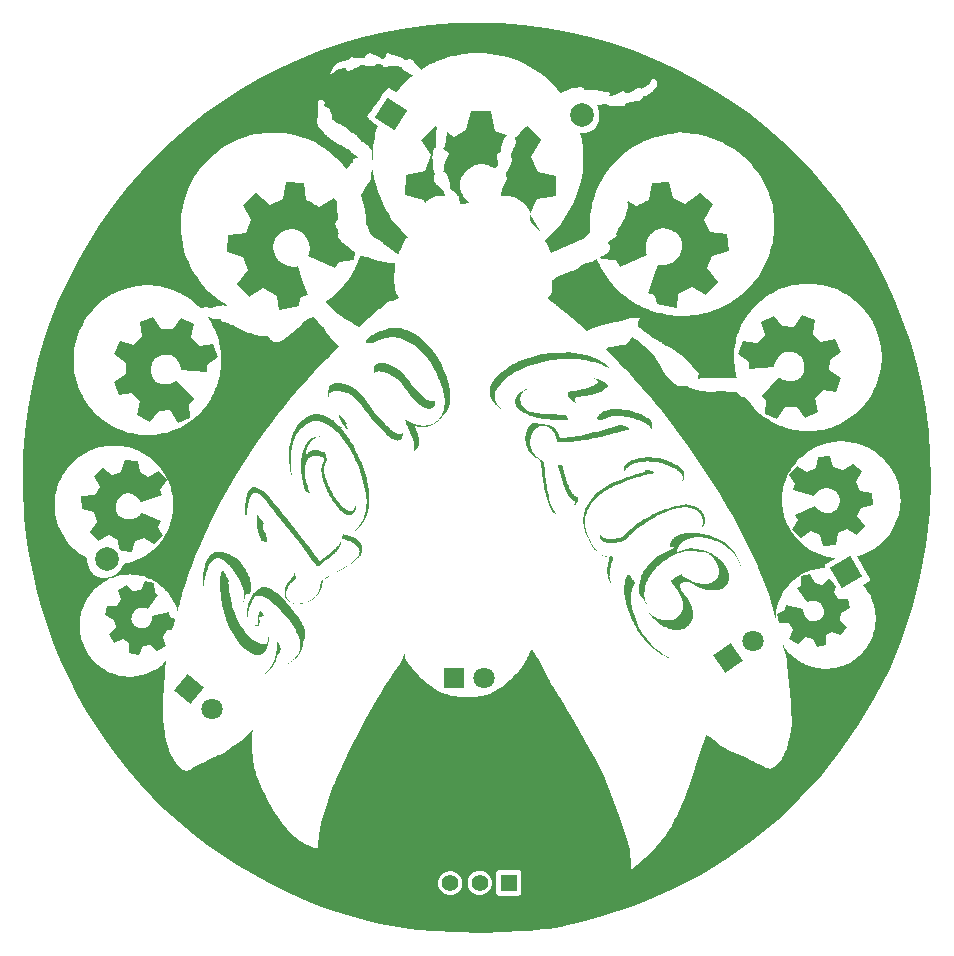
<source format=gbr>
%TF.GenerationSoftware,KiCad,Pcbnew,(6.0.4-0)*%
%TF.CreationDate,2022-05-05T12:21:51-07:00*%
%TF.ProjectId,GlowArtPCBv2,476c6f77-4172-4745-9043-4276322e6b69,rev?*%
%TF.SameCoordinates,Original*%
%TF.FileFunction,Copper,L1,Top*%
%TF.FilePolarity,Positive*%
%FSLAX46Y46*%
G04 Gerber Fmt 4.6, Leading zero omitted, Abs format (unit mm)*
G04 Created by KiCad (PCBNEW (6.0.4-0)) date 2022-05-05 12:21:51*
%MOMM*%
%LPD*%
G01*
G04 APERTURE LIST*
G04 Aperture macros list*
%AMRotRect*
0 Rectangle, with rotation*
0 The origin of the aperture is its center*
0 $1 length*
0 $2 width*
0 $3 Rotation angle, in degrees counterclockwise*
0 Add horizontal line*
21,1,$1,$2,0,0,$3*%
G04 Aperture macros list end*
%TA.AperFunction,NonConductor*%
%ADD10C,0.000000*%
%TD*%
%TA.AperFunction,ComponentPad*%
%ADD11R,1.800000X1.800000*%
%TD*%
%TA.AperFunction,ComponentPad*%
%ADD12C,1.800000*%
%TD*%
%TA.AperFunction,ComponentPad*%
%ADD13RotRect,2.000000X2.000000X237.500000*%
%TD*%
%TA.AperFunction,ComponentPad*%
%ADD14C,2.000000*%
%TD*%
%TA.AperFunction,ComponentPad*%
%ADD15RotRect,2.000000X2.000000X120.000000*%
%TD*%
%TA.AperFunction,ComponentPad*%
%ADD16RotRect,1.800000X1.800000X35.000000*%
%TD*%
%TA.AperFunction,ComponentPad*%
%ADD17R,1.400000X1.400000*%
%TD*%
%TA.AperFunction,ComponentPad*%
%ADD18C,1.400000*%
%TD*%
%TA.AperFunction,ComponentPad*%
%ADD19RotRect,1.800000X1.800000X320.000000*%
%TD*%
G04 APERTURE END LIST*
D10*
G36*
X60999732Y-67055063D02*
G01*
X61170017Y-68048416D01*
X61885026Y-68455554D01*
X62795722Y-67939408D01*
X63462895Y-68705533D01*
X62919865Y-69553894D01*
X63051310Y-69995008D01*
X61280719Y-70587357D01*
X61265531Y-70555763D01*
X61246251Y-70519425D01*
X61218919Y-70472199D01*
X61183340Y-70416187D01*
X61139318Y-70353494D01*
X61086656Y-70286223D01*
X61025158Y-70216477D01*
X60991035Y-70181334D01*
X60954629Y-70146361D01*
X60915917Y-70111821D01*
X60874873Y-70077977D01*
X60831473Y-70045093D01*
X60785694Y-70013430D01*
X60737509Y-69983252D01*
X60686895Y-69954822D01*
X60633827Y-69928403D01*
X60578281Y-69904258D01*
X60520232Y-69882650D01*
X60459656Y-69863841D01*
X60396528Y-69848095D01*
X60330824Y-69835675D01*
X60262519Y-69826843D01*
X60191588Y-69821863D01*
X60108824Y-69823317D01*
X60027142Y-69834157D01*
X59946899Y-69853861D01*
X59868456Y-69881908D01*
X59792172Y-69917777D01*
X59718404Y-69960946D01*
X59647513Y-70010893D01*
X59579856Y-70067097D01*
X59515794Y-70129036D01*
X59455685Y-70196189D01*
X59399888Y-70268034D01*
X59348761Y-70344050D01*
X59302665Y-70423715D01*
X59261957Y-70506508D01*
X59226997Y-70591906D01*
X59198144Y-70679390D01*
X59175756Y-70768436D01*
X59160193Y-70858524D01*
X59151813Y-70949132D01*
X59150976Y-71039738D01*
X59158041Y-71129821D01*
X59173366Y-71218859D01*
X59197310Y-71306331D01*
X59230232Y-71391715D01*
X59272492Y-71474490D01*
X59324448Y-71554134D01*
X59386460Y-71630126D01*
X59458885Y-71701944D01*
X59542083Y-71769066D01*
X59636414Y-71830972D01*
X59742235Y-71887139D01*
X59859906Y-71937046D01*
X59945219Y-71966382D01*
X60028188Y-71989452D01*
X60108794Y-72006596D01*
X60187021Y-72018152D01*
X60262850Y-72024463D01*
X60336265Y-72025868D01*
X60407247Y-72022708D01*
X60475779Y-72015323D01*
X60541842Y-72004054D01*
X60605421Y-71989240D01*
X60666496Y-71971222D01*
X60725050Y-71950341D01*
X60781065Y-71926936D01*
X60834525Y-71901349D01*
X60933704Y-71844987D01*
X61022447Y-71783978D01*
X61100613Y-71721044D01*
X61168059Y-71658909D01*
X61224645Y-71600295D01*
X61304672Y-71504521D01*
X61339563Y-71455506D01*
X61341044Y-71453070D01*
X62956800Y-72202478D01*
X62734868Y-72637876D01*
X63163175Y-73433533D01*
X62432184Y-74098166D01*
X61586894Y-73566776D01*
X60776423Y-73835697D01*
X60550257Y-74782376D01*
X59648240Y-74735388D01*
X59557964Y-74661408D01*
X59458162Y-74557166D01*
X59334549Y-73764368D01*
X58578265Y-73353839D01*
X57664288Y-73820990D01*
X56979123Y-73072852D01*
X57589146Y-72214334D01*
X57340225Y-71422806D01*
X56328142Y-71131656D01*
X56226436Y-70080310D01*
X57408912Y-69925473D01*
X57804516Y-69300318D01*
X57280112Y-68366446D01*
X58048674Y-67664133D01*
X58832794Y-68234998D01*
X59640831Y-68003330D01*
X59933248Y-67015796D01*
X60999732Y-67055063D01*
G37*
G36*
X104990393Y-35244439D02*
G01*
X104990372Y-35244503D01*
X104990452Y-35243461D01*
X104992850Y-35222304D01*
X104990393Y-35244439D01*
G37*
G36*
X99786887Y-36932328D02*
G01*
X99789848Y-36932761D01*
X99797025Y-36934393D01*
X99805815Y-36937140D01*
X99816141Y-36941116D01*
X99827924Y-36946434D01*
X99834339Y-36949632D01*
X99841089Y-36953208D01*
X99848713Y-36957441D01*
X99839295Y-36955854D01*
X99823662Y-36952732D01*
X99810488Y-36949473D01*
X99799694Y-36946190D01*
X99791206Y-36942999D01*
X99784945Y-36940012D01*
X99782625Y-36938631D01*
X99780834Y-36937344D01*
X99779561Y-36936165D01*
X99778797Y-36935108D01*
X99778532Y-36934187D01*
X99778757Y-36933418D01*
X99779461Y-36932813D01*
X99780636Y-36932387D01*
X99782272Y-36932155D01*
X99784359Y-36932131D01*
X99786887Y-36932328D01*
G37*
G36*
X81324387Y-38752799D02*
G01*
X81324673Y-38752931D01*
X81324953Y-38753106D01*
X81325225Y-38753320D01*
X81325489Y-38753567D01*
X81325741Y-38753844D01*
X81325980Y-38754145D01*
X81326205Y-38754466D01*
X81326413Y-38754801D01*
X81326603Y-38755147D01*
X81326772Y-38755499D01*
X81326919Y-38755852D01*
X81327042Y-38756201D01*
X81327139Y-38756542D01*
X81327209Y-38756870D01*
X81327249Y-38757180D01*
X81327258Y-38757468D01*
X81327234Y-38757730D01*
X81327174Y-38757959D01*
X81327078Y-38758152D01*
X81326943Y-38758304D01*
X81326768Y-38758410D01*
X81326550Y-38758467D01*
X81326288Y-38758468D01*
X81325980Y-38758409D01*
X81325624Y-38758286D01*
X81325218Y-38758094D01*
X81324761Y-38757829D01*
X81324251Y-38757485D01*
X81323685Y-38757058D01*
X81323062Y-38756543D01*
X81322380Y-38755936D01*
X81321637Y-38755232D01*
X81322269Y-38753751D01*
X81322350Y-38753617D01*
X81322433Y-38753493D01*
X81322517Y-38753378D01*
X81322603Y-38753273D01*
X81322691Y-38753177D01*
X81322779Y-38753091D01*
X81322868Y-38753013D01*
X81322957Y-38752944D01*
X81323046Y-38752884D01*
X81323135Y-38752833D01*
X81323224Y-38752789D01*
X81323311Y-38752754D01*
X81323397Y-38752728D01*
X81323482Y-38752708D01*
X81323565Y-38752697D01*
X81323645Y-38752693D01*
X81324387Y-38752799D01*
G37*
G36*
X86291521Y-38755891D02*
G01*
X86309270Y-38789383D01*
X86325791Y-38822048D01*
X86341005Y-38853777D01*
X86354836Y-38884459D01*
X86367204Y-38913984D01*
X86378032Y-38942242D01*
X86387241Y-38969123D01*
X86364238Y-38976328D01*
X86343514Y-38987446D01*
X86324957Y-39002355D01*
X86308456Y-39020934D01*
X86293900Y-39043061D01*
X86281177Y-39068614D01*
X86270177Y-39097473D01*
X86260788Y-39129516D01*
X86252898Y-39164621D01*
X86246397Y-39202667D01*
X86237116Y-39287097D01*
X86232052Y-39381834D01*
X86230318Y-39485906D01*
X86233273Y-39718171D01*
X86238860Y-39976122D01*
X86240415Y-40112301D01*
X86239957Y-40251987D01*
X86236597Y-40394209D01*
X86229444Y-40537995D01*
X86205575Y-40555374D01*
X86183602Y-40572431D01*
X86163444Y-40589202D01*
X86145018Y-40605722D01*
X86128242Y-40622028D01*
X86113034Y-40638156D01*
X86099313Y-40654141D01*
X86086996Y-40670019D01*
X86076002Y-40685826D01*
X86066247Y-40701598D01*
X86057652Y-40717371D01*
X86050133Y-40733180D01*
X86043608Y-40749061D01*
X86037996Y-40765051D01*
X86033214Y-40781185D01*
X86029181Y-40797499D01*
X86023033Y-40830809D01*
X86018896Y-40865270D01*
X86016114Y-40901168D01*
X86014030Y-40938789D01*
X86009338Y-41020350D01*
X86005418Y-41064864D01*
X85999573Y-41112248D01*
X85996954Y-41129665D01*
X85993999Y-41147407D01*
X85990679Y-41165501D01*
X85986966Y-41183975D01*
X85982832Y-41202856D01*
X85978247Y-41222171D01*
X85973183Y-41241948D01*
X85967612Y-41262213D01*
X85935334Y-41365294D01*
X86017670Y-41688086D01*
X86003759Y-41753771D01*
X85994444Y-41820417D01*
X85989420Y-41887855D01*
X85988383Y-41955917D01*
X85991028Y-42024433D01*
X85997049Y-42093234D01*
X86006142Y-42162149D01*
X86018002Y-42231011D01*
X86032324Y-42299650D01*
X86048802Y-42367896D01*
X86067133Y-42435580D01*
X86087010Y-42502533D01*
X86130186Y-42633569D01*
X86175892Y-42759648D01*
X86164901Y-42797283D01*
X86153378Y-42833584D01*
X86129810Y-42903101D01*
X86107325Y-42970031D01*
X86097158Y-43003098D01*
X86088064Y-43036205D01*
X86080310Y-43069581D01*
X86074165Y-43103456D01*
X86069895Y-43138057D01*
X86067768Y-43173615D01*
X86068052Y-43210358D01*
X86071013Y-43248514D01*
X86073581Y-43268194D01*
X86076919Y-43288314D01*
X86081061Y-43308901D01*
X86086039Y-43329985D01*
X86133774Y-43397371D01*
X86183095Y-43463703D01*
X86233845Y-43529073D01*
X86285867Y-43593576D01*
X86393107Y-43720353D01*
X86503565Y-43844784D01*
X86952604Y-44334026D01*
X86961606Y-44353508D01*
X86969312Y-44373006D01*
X86975883Y-44392554D01*
X86981479Y-44412187D01*
X86986260Y-44431940D01*
X86990386Y-44451849D01*
X86997317Y-44492273D01*
X87010377Y-44576526D01*
X87014410Y-44598503D01*
X87019071Y-44620915D01*
X87024520Y-44643799D01*
X87030918Y-44667188D01*
X86994082Y-44674039D01*
X86956215Y-44678690D01*
X86917459Y-44681394D01*
X86877954Y-44682407D01*
X86837841Y-44681982D01*
X86797260Y-44680376D01*
X86715258Y-44674636D01*
X86551826Y-44660178D01*
X86472647Y-44655536D01*
X86434184Y-44654753D01*
X86396659Y-44655335D01*
X86331350Y-44660328D01*
X86265871Y-44670532D01*
X86200512Y-44685449D01*
X86135566Y-44704582D01*
X86071323Y-44727434D01*
X86008074Y-44753507D01*
X85946111Y-44782305D01*
X85885724Y-44813330D01*
X85827205Y-44846086D01*
X85770845Y-44880074D01*
X85716935Y-44914798D01*
X85665766Y-44949761D01*
X85572817Y-45018414D01*
X85494327Y-45082054D01*
X85478145Y-45095966D01*
X85463448Y-45109150D01*
X85450178Y-45121582D01*
X85438272Y-45133240D01*
X85427670Y-45144100D01*
X85418309Y-45154138D01*
X85410131Y-45163331D01*
X85403072Y-45171656D01*
X85392071Y-45185607D01*
X85384818Y-45195805D01*
X85379603Y-45204187D01*
X85365842Y-45219216D01*
X85249640Y-44975691D01*
X83640549Y-44598184D01*
X83718018Y-42866753D01*
X85379178Y-42493901D01*
X85867283Y-41208238D01*
X85033844Y-39879711D01*
X86272623Y-38721684D01*
X86291521Y-38755891D01*
G37*
G36*
X90958921Y-37445545D02*
G01*
X91302247Y-39115066D01*
X92292847Y-39493420D01*
X92289987Y-39495790D01*
X92288550Y-39496953D01*
X92287106Y-39498090D01*
X92285652Y-39499192D01*
X92284185Y-39500252D01*
X92282704Y-39501259D01*
X92281956Y-39501740D01*
X92281205Y-39502205D01*
X92262280Y-39516084D01*
X92246188Y-39527551D01*
X92232696Y-39536835D01*
X92221571Y-39544163D01*
X92212581Y-39549762D01*
X92205493Y-39553861D01*
X92200073Y-39556687D01*
X92196089Y-39558468D01*
X92193308Y-39559432D01*
X92191497Y-39559806D01*
X92189854Y-39559697D01*
X92189557Y-39559669D01*
X92189298Y-39559963D01*
X92187964Y-39562425D01*
X92030944Y-39858855D01*
X91954126Y-40014030D01*
X91917800Y-40092877D01*
X91883497Y-40172381D01*
X91851690Y-40252404D01*
X91822854Y-40332810D01*
X91797464Y-40413462D01*
X91775995Y-40494221D01*
X91758920Y-40574951D01*
X91746714Y-40655515D01*
X91739853Y-40735776D01*
X91738810Y-40815596D01*
X91741485Y-40836800D01*
X91742957Y-40856301D01*
X91743273Y-40874191D01*
X91742483Y-40890559D01*
X91740635Y-40905498D01*
X91737779Y-40919098D01*
X91733964Y-40931451D01*
X91729239Y-40942647D01*
X91723652Y-40952777D01*
X91717253Y-40961933D01*
X91710090Y-40970206D01*
X91702213Y-40977686D01*
X91693671Y-40984465D01*
X91684512Y-40990634D01*
X91674786Y-40996284D01*
X91664542Y-41001505D01*
X91642693Y-41011028D01*
X91619359Y-41019932D01*
X91594931Y-41028944D01*
X91569801Y-41038793D01*
X91544361Y-41050209D01*
X91531647Y-41056731D01*
X91519002Y-41063918D01*
X91506477Y-41071861D01*
X91494118Y-41080650D01*
X91481976Y-41090378D01*
X91470099Y-41101134D01*
X91461472Y-41139257D01*
X91454725Y-41176757D01*
X91449719Y-41213671D01*
X91446313Y-41250036D01*
X91443745Y-41321269D01*
X91445900Y-41390753D01*
X91451661Y-41458786D01*
X91459909Y-41525666D01*
X91479387Y-41657156D01*
X91488379Y-41722361D01*
X91495382Y-41787604D01*
X91499276Y-41853181D01*
X91498942Y-41919391D01*
X91496840Y-41952826D01*
X91493261Y-41986531D01*
X91488067Y-42020543D01*
X91481115Y-42054899D01*
X91472268Y-42089637D01*
X91461385Y-42124793D01*
X91448325Y-42160404D01*
X91432950Y-42196509D01*
X91401901Y-42212355D01*
X91370587Y-42227747D01*
X91339012Y-42242687D01*
X91307181Y-42257178D01*
X91275097Y-42271223D01*
X91242764Y-42284824D01*
X91210186Y-42297983D01*
X91177366Y-42310703D01*
X91069964Y-42229955D01*
X90959569Y-42160287D01*
X90846590Y-42101368D01*
X90731439Y-42052863D01*
X90614525Y-42014440D01*
X90496261Y-41985766D01*
X90377057Y-41966508D01*
X90257323Y-41956332D01*
X90137472Y-41954906D01*
X90017912Y-41961897D01*
X89899056Y-41976971D01*
X89781313Y-41999796D01*
X89665096Y-42030038D01*
X89550814Y-42067366D01*
X89438879Y-42111444D01*
X89329701Y-42161942D01*
X89223691Y-42218524D01*
X89121260Y-42280860D01*
X89022819Y-42348614D01*
X88928779Y-42421456D01*
X88839551Y-42499050D01*
X88755544Y-42581065D01*
X88677171Y-42667168D01*
X88604841Y-42757024D01*
X88538967Y-42850302D01*
X88479958Y-42946669D01*
X88428225Y-43045790D01*
X88384180Y-43147334D01*
X88348233Y-43250968D01*
X88320795Y-43356357D01*
X88302276Y-43463170D01*
X88293088Y-43571073D01*
X88291487Y-43652656D01*
X88293251Y-43732329D01*
X88298228Y-43810095D01*
X88306267Y-43885960D01*
X88317217Y-43959927D01*
X88330927Y-44032001D01*
X88366020Y-44170488D01*
X88410335Y-44301454D01*
X88462662Y-44424935D01*
X88521791Y-44540965D01*
X88586510Y-44649580D01*
X88655610Y-44750815D01*
X88727880Y-44844703D01*
X88802110Y-44931281D01*
X88877089Y-45010583D01*
X88951606Y-45082644D01*
X89024452Y-45147498D01*
X89094415Y-45205182D01*
X89160285Y-45255728D01*
X88883954Y-45250118D01*
X88871123Y-45259889D01*
X88857921Y-45268699D01*
X88844368Y-45276600D01*
X88830482Y-45283645D01*
X88816283Y-45289886D01*
X88801788Y-45295377D01*
X88787017Y-45300169D01*
X88771989Y-45304316D01*
X88741233Y-45310884D01*
X88709672Y-45315500D01*
X88677455Y-45318586D01*
X88644733Y-45320563D01*
X88511782Y-45325797D01*
X88478778Y-45328542D01*
X88446169Y-45332702D01*
X88414103Y-45338700D01*
X88382731Y-45346956D01*
X88370173Y-45331187D01*
X88358481Y-45314419D01*
X88347604Y-45296713D01*
X88337492Y-45278130D01*
X88319358Y-45238577D01*
X88303674Y-45196243D01*
X88290035Y-45151614D01*
X88278035Y-45105177D01*
X88257330Y-45008818D01*
X88238317Y-44911051D01*
X88217753Y-44815758D01*
X88205875Y-44770254D01*
X88192394Y-44726826D01*
X88176903Y-44685958D01*
X88158997Y-44648137D01*
X88088065Y-44550259D01*
X88051866Y-44501531D01*
X88014930Y-44453352D01*
X87977072Y-44406026D01*
X87938105Y-44359858D01*
X87918147Y-44337304D01*
X87897843Y-44315154D01*
X87877169Y-44293446D01*
X87856101Y-44272219D01*
X87799933Y-44248671D01*
X87745803Y-44226849D01*
X87693827Y-44204978D01*
X87668682Y-44193469D01*
X87644117Y-44181281D01*
X87620149Y-44168193D01*
X87596789Y-44153983D01*
X87574054Y-44138428D01*
X87551956Y-44121307D01*
X87530511Y-44102397D01*
X87509733Y-44081477D01*
X87489636Y-44058325D01*
X87470234Y-44032718D01*
X87469710Y-43953036D01*
X87465434Y-43873427D01*
X87457750Y-43793911D01*
X87447001Y-43714505D01*
X87433533Y-43635229D01*
X87417691Y-43556101D01*
X87380262Y-43398366D01*
X87204487Y-42777112D01*
X87185969Y-42761610D01*
X87166772Y-42747397D01*
X87147017Y-42734272D01*
X87126825Y-42722035D01*
X87106318Y-42710487D01*
X87085618Y-42699427D01*
X87044123Y-42677972D01*
X87003313Y-42656070D01*
X86983468Y-42644452D01*
X86964159Y-42632123D01*
X86945508Y-42618881D01*
X86927635Y-42604528D01*
X86910662Y-42588864D01*
X86902552Y-42580478D01*
X86894712Y-42571688D01*
X86911985Y-42504291D01*
X86926082Y-42437156D01*
X86937630Y-42370280D01*
X86947256Y-42303664D01*
X86979074Y-42039757D01*
X86988490Y-41974413D01*
X86999746Y-41909320D01*
X87013466Y-41844475D01*
X87030279Y-41779879D01*
X87050810Y-41715528D01*
X87075687Y-41651422D01*
X87105537Y-41587560D01*
X87140986Y-41523939D01*
X87179603Y-41459897D01*
X87222909Y-41389769D01*
X87244612Y-41352978D01*
X87265434Y-41315334D01*
X87284694Y-41277058D01*
X87301708Y-41238374D01*
X87315790Y-41199504D01*
X87321518Y-41180068D01*
X87326258Y-41160670D01*
X87329922Y-41141336D01*
X87332427Y-41122095D01*
X87333686Y-41102975D01*
X87333614Y-41084003D01*
X87332126Y-41065207D01*
X87329135Y-41046615D01*
X87324557Y-41028254D01*
X87318306Y-41010153D01*
X87310297Y-40992340D01*
X87300443Y-40974842D01*
X87288661Y-40957687D01*
X87274863Y-40940903D01*
X87264397Y-40925857D01*
X87253371Y-40911883D01*
X87241830Y-40898905D01*
X87229822Y-40886849D01*
X87217392Y-40875638D01*
X87204586Y-40865198D01*
X87191452Y-40855453D01*
X87178035Y-40846328D01*
X87150539Y-40829635D01*
X87122470Y-40814518D01*
X87066096Y-40786598D01*
X87038532Y-40772589D01*
X87011879Y-40757745D01*
X86986508Y-40741462D01*
X86974418Y-40732592D01*
X86962788Y-40723137D01*
X86951664Y-40713021D01*
X86941092Y-40702168D01*
X86931119Y-40690504D01*
X86921791Y-40677953D01*
X86913154Y-40664439D01*
X86905255Y-40649887D01*
X86898140Y-40634222D01*
X86891855Y-40617369D01*
X86934006Y-40545767D01*
X86970035Y-40473473D01*
X87000575Y-40400540D01*
X87026259Y-40327019D01*
X87047719Y-40252964D01*
X87065588Y-40178427D01*
X87080499Y-40103461D01*
X87093084Y-40028116D01*
X87113809Y-39876506D01*
X87132823Y-39724014D01*
X87155188Y-39571062D01*
X87169209Y-39494543D01*
X87185965Y-39418067D01*
X87184889Y-39397600D01*
X87183404Y-39377779D01*
X87181510Y-39358586D01*
X87179205Y-39340002D01*
X87176489Y-39322008D01*
X87173359Y-39304586D01*
X87169816Y-39287717D01*
X87165857Y-39271382D01*
X87754081Y-39650476D01*
X88833576Y-39073896D01*
X89256171Y-37432846D01*
X90958921Y-37445545D01*
G37*
G36*
X95198609Y-39884475D02*
G01*
X94309604Y-41317669D01*
X94883432Y-42585129D01*
X96444794Y-42915859D01*
X96393784Y-44658510D01*
X94808506Y-44928174D01*
X94259018Y-46213837D01*
X95117222Y-47585965D01*
X95114949Y-47583143D01*
X95112656Y-47581037D01*
X95110341Y-47579599D01*
X95108002Y-47578784D01*
X95105639Y-47578546D01*
X95103251Y-47578837D01*
X95100836Y-47579612D01*
X95098393Y-47580824D01*
X95095921Y-47582428D01*
X95093420Y-47584377D01*
X95088322Y-47589123D01*
X95083092Y-47594693D01*
X95077718Y-47600716D01*
X95072194Y-47606823D01*
X95066509Y-47612642D01*
X95060655Y-47617804D01*
X95057662Y-47620023D01*
X95054623Y-47621938D01*
X95051537Y-47623504D01*
X95048403Y-47624673D01*
X95045221Y-47625401D01*
X95041988Y-47625640D01*
X95038703Y-47625344D01*
X95035367Y-47624468D01*
X95031976Y-47622963D01*
X95028531Y-47620786D01*
X94952571Y-47554320D01*
X94870109Y-47479509D01*
X94783892Y-47398564D01*
X94696665Y-47313696D01*
X94611175Y-47227116D01*
X94530166Y-47141037D01*
X94492201Y-47098876D01*
X94456385Y-47057668D01*
X94423064Y-47017692D01*
X94392579Y-46979222D01*
X94370364Y-46949302D01*
X94350171Y-46916814D01*
X94331904Y-46882003D01*
X94315467Y-46845112D01*
X94287705Y-46766067D01*
X94266122Y-46681631D01*
X94249956Y-46593757D01*
X94238446Y-46504396D01*
X94230828Y-46415501D01*
X94226342Y-46329023D01*
X94223713Y-46171127D01*
X94224463Y-46046324D01*
X94222494Y-45970230D01*
X94218585Y-45955329D01*
X94215566Y-45954519D01*
X94211710Y-45958461D01*
X94178679Y-45869538D01*
X94141576Y-45785256D01*
X94100517Y-45705385D01*
X94055621Y-45629696D01*
X94007003Y-45557959D01*
X93954782Y-45489943D01*
X93899075Y-45425418D01*
X93839999Y-45364154D01*
X93777670Y-45305921D01*
X93712207Y-45250489D01*
X93643727Y-45197629D01*
X93572346Y-45147109D01*
X93498182Y-45098700D01*
X93421352Y-45052172D01*
X93341973Y-45007295D01*
X93260163Y-44963838D01*
X93219751Y-44932548D01*
X93178415Y-44903198D01*
X93093147Y-44850144D01*
X93004712Y-44804323D01*
X92913462Y-44765382D01*
X92819750Y-44732966D01*
X92723927Y-44706724D01*
X92626347Y-44686300D01*
X92527361Y-44671342D01*
X92427322Y-44661497D01*
X92326583Y-44656410D01*
X92225495Y-44655728D01*
X92124412Y-44659099D01*
X92023685Y-44666167D01*
X91923667Y-44676581D01*
X91824710Y-44689986D01*
X91727167Y-44706029D01*
X91736008Y-44676228D01*
X91745282Y-44647681D01*
X91764277Y-44593716D01*
X91782440Y-44542872D01*
X91790676Y-44518226D01*
X91798063Y-44493886D01*
X91804386Y-44469695D01*
X91809433Y-44445495D01*
X91812990Y-44421128D01*
X91814842Y-44396437D01*
X91814777Y-44371263D01*
X91813958Y-44358445D01*
X91812579Y-44345448D01*
X91810615Y-44332252D01*
X91808036Y-44318836D01*
X91804819Y-44305181D01*
X91800934Y-44291268D01*
X91821482Y-44236176D01*
X91840041Y-44181587D01*
X91856639Y-44127555D01*
X91871300Y-44074138D01*
X91884052Y-44021390D01*
X91894919Y-43969368D01*
X91903928Y-43918127D01*
X91911106Y-43867723D01*
X91989060Y-43740948D01*
X92069070Y-43614650D01*
X92107452Y-43551691D01*
X92143476Y-43488867D01*
X92176184Y-43426181D01*
X92204620Y-43363639D01*
X92227826Y-43301246D01*
X92237168Y-43270107D01*
X92244844Y-43239007D01*
X92250734Y-43207947D01*
X92254718Y-43176927D01*
X92256677Y-43145947D01*
X92256490Y-43115010D01*
X92254039Y-43084114D01*
X92249203Y-43053262D01*
X92241863Y-43022453D01*
X92231899Y-42991688D01*
X92219192Y-42960967D01*
X92203622Y-42930292D01*
X92185068Y-42899663D01*
X92163413Y-42869080D01*
X92168567Y-42839595D01*
X92174982Y-42811028D01*
X92182570Y-42783313D01*
X92191246Y-42756389D01*
X92200923Y-42730190D01*
X92211513Y-42704653D01*
X92235089Y-42655313D01*
X92261279Y-42607860D01*
X92289389Y-42561784D01*
X92348595Y-42471729D01*
X92378303Y-42426733D01*
X92407157Y-42381079D01*
X92434461Y-42334259D01*
X92459522Y-42285763D01*
X92470995Y-42260728D01*
X92481646Y-42235083D01*
X92491390Y-42208766D01*
X92500140Y-42181711D01*
X92507808Y-42153856D01*
X92514309Y-42125137D01*
X92519555Y-42095490D01*
X92523459Y-42064852D01*
X92582249Y-41942760D01*
X92607134Y-41886752D01*
X92628808Y-41833326D01*
X92647115Y-41781897D01*
X92661901Y-41731883D01*
X92673011Y-41682701D01*
X92680290Y-41633767D01*
X92682445Y-41609211D01*
X92683585Y-41584498D01*
X92683690Y-41559556D01*
X92682741Y-41534311D01*
X92680718Y-41508691D01*
X92677602Y-41482623D01*
X92668015Y-41428850D01*
X92653825Y-41372410D01*
X92634877Y-41312719D01*
X92611017Y-41249193D01*
X92582090Y-41181250D01*
X92617043Y-41117113D01*
X92650562Y-41052594D01*
X92713882Y-40922536D01*
X92773218Y-40791319D01*
X92829739Y-40659187D01*
X92939008Y-40393160D01*
X92994093Y-40259753D01*
X93051035Y-40126409D01*
X93053036Y-40111838D01*
X93054467Y-40097564D01*
X93055709Y-40069842D01*
X93054930Y-40043125D01*
X93052302Y-40017290D01*
X93047995Y-39992217D01*
X93042180Y-39967786D01*
X93035028Y-39943876D01*
X93026709Y-39920365D01*
X93017394Y-39897133D01*
X93007254Y-39874060D01*
X92985181Y-39827904D01*
X92961855Y-39780933D01*
X92938642Y-39732180D01*
X92982192Y-39684685D01*
X93026622Y-39637887D01*
X93117517Y-39545903D01*
X93303249Y-39365044D01*
X93395682Y-39274259D01*
X93486224Y-39181962D01*
X93530410Y-39134949D01*
X93573673Y-39087200D01*
X93615862Y-39038596D01*
X93656827Y-38989018D01*
X93666318Y-38978201D01*
X93675528Y-38967210D01*
X93684492Y-38956090D01*
X93693247Y-38944886D01*
X93710271Y-38922403D01*
X93726889Y-38900118D01*
X94060795Y-38697871D01*
X95198609Y-39884475D01*
G37*
G36*
X80972607Y-42593801D02*
G01*
X81038596Y-43028271D01*
X81125257Y-43455769D01*
X81232049Y-43875747D01*
X81358434Y-44287655D01*
X81503871Y-44690946D01*
X81667820Y-45085072D01*
X81849742Y-45469484D01*
X82049097Y-45843635D01*
X82265344Y-46206975D01*
X82497945Y-46558958D01*
X82746359Y-46899034D01*
X83010046Y-47226656D01*
X83288467Y-47541276D01*
X83581082Y-47842344D01*
X83887351Y-48129314D01*
X83860999Y-48153974D01*
X83847092Y-48165832D01*
X83840249Y-48171797D01*
X83833482Y-48177799D01*
X83826795Y-48183845D01*
X83820190Y-48189945D01*
X83813670Y-48196107D01*
X83807236Y-48202339D01*
X83792477Y-48214760D01*
X83780478Y-48225125D01*
X83770487Y-48234049D01*
X83761755Y-48242146D01*
X83753528Y-48250030D01*
X83745056Y-48258314D01*
X83724369Y-48278539D01*
X83723836Y-48278682D01*
X83723114Y-48279015D01*
X83721108Y-48280274D01*
X83718373Y-48282353D01*
X83714929Y-48285292D01*
X83710798Y-48289133D01*
X83705999Y-48293913D01*
X83700555Y-48299673D01*
X83694485Y-48306452D01*
X83687812Y-48314291D01*
X83680555Y-48323229D01*
X83672736Y-48333305D01*
X83664376Y-48344559D01*
X83655496Y-48357031D01*
X83646117Y-48370761D01*
X83636259Y-48385788D01*
X83631157Y-48393800D01*
X83625943Y-48402152D01*
X83565409Y-48526718D01*
X83551606Y-48553113D01*
X83538420Y-48579370D01*
X83525790Y-48605388D01*
X83513654Y-48631069D01*
X83497992Y-48666312D01*
X83479895Y-48694945D01*
X83462988Y-48723315D01*
X83447271Y-48751682D01*
X83439860Y-48765946D01*
X83432745Y-48780308D01*
X83425929Y-48794800D01*
X83419410Y-48809455D01*
X83413189Y-48824306D01*
X83407265Y-48839385D01*
X83401640Y-48854725D01*
X83396312Y-48870359D01*
X83391281Y-48886319D01*
X83386548Y-48902638D01*
X83351260Y-48988080D01*
X83313916Y-49072635D01*
X83275019Y-49156538D01*
X83235074Y-49240022D01*
X83154048Y-49406674D01*
X83113976Y-49490311D01*
X83074869Y-49574468D01*
X82995893Y-49506917D01*
X82915266Y-49443584D01*
X82833304Y-49383783D01*
X82750324Y-49326825D01*
X82582571Y-49218687D01*
X82414537Y-49113670D01*
X82248750Y-49006271D01*
X82167489Y-48949960D01*
X82087739Y-48890990D01*
X82009815Y-48828674D01*
X81934033Y-48762324D01*
X81860710Y-48691253D01*
X81790162Y-48614772D01*
X81766089Y-48589851D01*
X81740740Y-48565770D01*
X81686555Y-48519899D01*
X81628288Y-48476701D01*
X81566623Y-48435718D01*
X81502243Y-48396493D01*
X81435829Y-48358568D01*
X81299637Y-48284783D01*
X81163509Y-48210701D01*
X81097176Y-48172404D01*
X81032909Y-48132658D01*
X80971389Y-48091006D01*
X80913299Y-48046989D01*
X80859324Y-48000151D01*
X80834092Y-47975530D01*
X80828850Y-47969949D01*
X80828769Y-47969930D01*
X80823947Y-47964909D01*
X80819165Y-47959849D01*
X80814423Y-47954749D01*
X80809720Y-47949610D01*
X80803286Y-47942307D01*
X80804746Y-47942307D01*
X80809720Y-47949610D01*
X80810037Y-47949927D01*
X80810144Y-47950032D01*
X80828850Y-47969949D01*
X80831415Y-47970565D01*
X80827908Y-47967206D01*
X80824450Y-47963797D01*
X80821042Y-47960339D01*
X80817683Y-47956832D01*
X80814374Y-47953275D01*
X80811115Y-47949668D01*
X80807905Y-47946012D01*
X80804746Y-47942307D01*
X80803286Y-47942307D01*
X80800115Y-47938707D01*
X80790753Y-47927628D01*
X80781639Y-47916367D01*
X80772781Y-47904921D01*
X80764186Y-47893287D01*
X80755859Y-47881461D01*
X80747809Y-47869438D01*
X80740040Y-47857216D01*
X80732561Y-47844791D01*
X80725377Y-47832159D01*
X80718496Y-47819316D01*
X80711924Y-47806258D01*
X80705667Y-47792982D01*
X80699733Y-47779484D01*
X80694128Y-47765760D01*
X80688858Y-47751807D01*
X80614035Y-47555063D01*
X80598000Y-47521178D01*
X80582497Y-47486269D01*
X80552478Y-47417625D01*
X80537656Y-47386010D01*
X80530226Y-47371342D01*
X80522757Y-47357613D01*
X80515231Y-47344952D01*
X80507627Y-47333495D01*
X80499928Y-47323371D01*
X80492115Y-47314716D01*
X80487916Y-47269029D01*
X80485880Y-47248790D01*
X80483647Y-47230148D01*
X80481037Y-47212996D01*
X80477870Y-47197230D01*
X80473967Y-47182744D01*
X80469147Y-47169432D01*
X80466337Y-47163184D01*
X80463231Y-47157189D01*
X80459805Y-47151436D01*
X80456038Y-47145910D01*
X80451908Y-47140599D01*
X80447390Y-47135490D01*
X80442464Y-47130568D01*
X80437106Y-47125822D01*
X80431294Y-47121237D01*
X80425006Y-47116801D01*
X80418219Y-47112500D01*
X80410910Y-47108322D01*
X80394640Y-47100280D01*
X80376014Y-47092569D01*
X80372273Y-46929825D01*
X80363684Y-46767380D01*
X80350504Y-46605341D01*
X80332994Y-46443816D01*
X80311412Y-46282911D01*
X80286016Y-46122736D01*
X80224818Y-45805002D01*
X80151471Y-45491476D01*
X80068045Y-45183016D01*
X79976609Y-44880485D01*
X79879233Y-44584743D01*
X79951220Y-44488369D01*
X79985568Y-44441348D01*
X80018257Y-44395725D01*
X80048868Y-44351968D01*
X80076979Y-44310543D01*
X80102172Y-44271916D01*
X80124024Y-44236553D01*
X80125202Y-44234551D01*
X80126078Y-44232884D01*
X80126686Y-44231508D01*
X80127060Y-44230379D01*
X80127234Y-44229454D01*
X80127242Y-44228689D01*
X80127118Y-44228041D01*
X80126895Y-44227466D01*
X80126289Y-44226363D01*
X80125695Y-44225032D01*
X80125487Y-44224172D01*
X80125384Y-44223125D01*
X80125419Y-44221847D01*
X80125626Y-44220294D01*
X80126040Y-44218424D01*
X80126694Y-44216192D01*
X80127622Y-44213556D01*
X80128857Y-44210472D01*
X80130434Y-44206895D01*
X80132387Y-44202784D01*
X80134749Y-44198094D01*
X80137554Y-44192782D01*
X80140836Y-44186804D01*
X80144629Y-44180118D01*
X80148967Y-44172679D01*
X80153883Y-44164444D01*
X80159412Y-44155369D01*
X80165587Y-44145412D01*
X80180011Y-44122675D01*
X80196097Y-44065209D01*
X80197163Y-44060132D01*
X80198766Y-44054573D01*
X80203534Y-44042055D01*
X80210306Y-44027741D01*
X80218985Y-44011721D01*
X80229475Y-43994084D01*
X80241681Y-43974916D01*
X80255506Y-43954308D01*
X80270855Y-43932348D01*
X80287631Y-43909124D01*
X80305739Y-43884725D01*
X80345566Y-43832754D01*
X80389567Y-43777145D01*
X80436975Y-43718605D01*
X80441181Y-43677115D01*
X80442203Y-43669715D01*
X80443426Y-43663117D01*
X80444954Y-43657130D01*
X80446896Y-43651559D01*
X80448054Y-43648869D01*
X80449355Y-43646211D01*
X80452440Y-43640893D01*
X80456254Y-43635412D01*
X80460906Y-43629575D01*
X80466499Y-43623188D01*
X80473142Y-43616059D01*
X80489997Y-43598801D01*
X80500654Y-43585845D01*
X80511883Y-43573101D01*
X80523587Y-43560523D01*
X80535667Y-43548064D01*
X80585802Y-43498498D01*
X80610590Y-43473230D01*
X80622573Y-43460313D01*
X80634151Y-43447145D01*
X80645226Y-43433682D01*
X80655702Y-43419876D01*
X80665480Y-43405681D01*
X80674463Y-43391051D01*
X80690106Y-43352335D01*
X80703488Y-43312443D01*
X80714768Y-43271520D01*
X80724110Y-43229710D01*
X80731674Y-43187158D01*
X80737623Y-43144006D01*
X80742117Y-43100401D01*
X80745319Y-43056484D01*
X80747390Y-43012402D01*
X80748491Y-42968297D01*
X80748431Y-42880599D01*
X80743784Y-42711283D01*
X80782811Y-42653909D01*
X80815572Y-42602179D01*
X80842621Y-42555526D01*
X80864517Y-42513382D01*
X80881815Y-42475181D01*
X80895072Y-42440354D01*
X80904844Y-42408334D01*
X80911689Y-42378555D01*
X80916162Y-42350450D01*
X80918821Y-42323450D01*
X80920920Y-42270498D01*
X80922439Y-42215163D01*
X80924372Y-42185183D01*
X80927829Y-42152906D01*
X80972607Y-42593801D01*
G37*
G36*
X104202949Y-52848904D02*
G01*
X104202801Y-52849158D01*
X104202671Y-52849393D01*
X104202558Y-52849609D01*
X104202369Y-52849976D01*
X104202290Y-52850125D01*
X104202218Y-52850247D01*
X104202150Y-52850342D01*
X104202118Y-52850379D01*
X104202086Y-52850409D01*
X104202054Y-52850431D01*
X104202023Y-52850445D01*
X104201990Y-52850451D01*
X104201958Y-52850449D01*
X104201924Y-52850438D01*
X104201889Y-52850419D01*
X104201852Y-52850391D01*
X104201814Y-52850354D01*
X104201732Y-52850253D01*
X104201639Y-52850113D01*
X104201642Y-52850027D01*
X104201649Y-52849946D01*
X104201661Y-52849870D01*
X104201677Y-52849799D01*
X104201697Y-52849732D01*
X104201721Y-52849670D01*
X104201749Y-52849611D01*
X104201781Y-52849556D01*
X104201816Y-52849505D01*
X104201854Y-52849456D01*
X104201895Y-52849411D01*
X104201939Y-52849368D01*
X104201986Y-52849327D01*
X104202035Y-52849289D01*
X104202086Y-52849252D01*
X104202140Y-52849217D01*
X104202252Y-52849149D01*
X104202370Y-52849085D01*
X104202618Y-52848956D01*
X104202744Y-52848886D01*
X104202871Y-52848811D01*
X104202933Y-52848771D01*
X104202995Y-52848728D01*
X104203056Y-52848683D01*
X104203116Y-52848635D01*
X104202949Y-52848904D01*
G37*
G36*
X75392660Y-53004106D02*
G01*
X75392855Y-53004113D01*
X75393032Y-53004126D01*
X75393192Y-53004149D01*
X75393265Y-53004163D01*
X75393334Y-53004181D01*
X75393399Y-53004203D01*
X75393460Y-53004227D01*
X75393516Y-53004256D01*
X75393567Y-53004289D01*
X75393615Y-53004326D01*
X75393658Y-53004367D01*
X75393696Y-53004413D01*
X75393731Y-53004465D01*
X75393761Y-53004522D01*
X75393787Y-53004585D01*
X75393808Y-53004653D01*
X75393825Y-53004728D01*
X75393837Y-53004810D01*
X75393846Y-53004898D01*
X75393850Y-53004993D01*
X75393849Y-53005096D01*
X75393844Y-53005206D01*
X75393835Y-53005324D01*
X75393804Y-53005585D01*
X75393779Y-53005585D01*
X75393744Y-53005582D01*
X75393699Y-53005575D01*
X75393645Y-53005562D01*
X75393614Y-53005552D01*
X75393581Y-53005540D01*
X75393545Y-53005525D01*
X75393506Y-53005507D01*
X75393465Y-53005486D01*
X75393422Y-53005461D01*
X75393376Y-53005432D01*
X75393328Y-53005400D01*
X75393277Y-53005363D01*
X75393224Y-53005321D01*
X75393168Y-53005275D01*
X75393110Y-53005223D01*
X75393050Y-53005166D01*
X75392987Y-53005104D01*
X75392921Y-53005035D01*
X75392853Y-53004960D01*
X75392782Y-53004879D01*
X75392709Y-53004790D01*
X75392634Y-53004695D01*
X75392556Y-53004592D01*
X75392475Y-53004482D01*
X75392392Y-53004364D01*
X75392306Y-53004238D01*
X75392218Y-53004103D01*
X75392660Y-53004106D01*
G37*
G36*
X83256948Y-53285784D02*
G01*
X83256865Y-53289027D01*
X83256746Y-53292247D01*
X83256587Y-53295432D01*
X83256386Y-53298572D01*
X83256140Y-53301655D01*
X83255848Y-53304669D01*
X83241578Y-53303663D01*
X83227495Y-53302896D01*
X83213591Y-53302406D01*
X83206704Y-53302278D01*
X83199857Y-53302234D01*
X83209002Y-53298135D01*
X83217375Y-53294643D01*
X83225075Y-53291629D01*
X83232203Y-53288966D01*
X83245147Y-53284183D01*
X83251164Y-53281807D01*
X83257010Y-53279271D01*
X83256948Y-53285784D01*
G37*
G36*
X106303483Y-44842449D02*
G01*
X107373038Y-45339017D01*
X108591813Y-44411814D01*
X109697129Y-45342194D01*
X108953653Y-46658759D01*
X109440067Y-47704181D01*
X110929459Y-47869176D01*
X111048410Y-49315070D01*
X109631308Y-49699774D01*
X109237717Y-50772925D01*
X110135178Y-51944394D01*
X109140128Y-53020717D01*
X107934055Y-52329099D01*
X106792960Y-52924729D01*
X106635904Y-54151760D01*
X104950510Y-53791609D01*
X104841080Y-53107924D01*
X104535474Y-52976175D01*
X104420647Y-52928210D01*
X104317846Y-52886782D01*
X104240770Y-52858165D01*
X104216159Y-52850622D01*
X104203116Y-52848635D01*
X104350235Y-52443863D01*
X104633768Y-51627304D01*
X105034647Y-50473839D01*
X105036961Y-50479766D01*
X105042630Y-50485472D01*
X105051531Y-50490912D01*
X105063541Y-50496041D01*
X105096398Y-50505188D01*
X105140219Y-50512551D01*
X105194022Y-50517773D01*
X105256825Y-50520494D01*
X105327645Y-50520353D01*
X105405501Y-50516993D01*
X105489411Y-50510054D01*
X105578392Y-50499176D01*
X105671462Y-50484000D01*
X105767639Y-50464166D01*
X105865942Y-50439316D01*
X105915583Y-50424897D01*
X105965387Y-50409089D01*
X106015232Y-50391848D01*
X106064994Y-50373127D01*
X106114551Y-50352883D01*
X106163779Y-50331070D01*
X106243698Y-50290584D01*
X106321984Y-50243998D01*
X106398337Y-50191645D01*
X106472459Y-50133858D01*
X106544050Y-50070970D01*
X106612812Y-50003313D01*
X106678444Y-49931219D01*
X106740648Y-49855021D01*
X106799125Y-49775051D01*
X106853575Y-49691643D01*
X106903700Y-49605129D01*
X106949199Y-49515840D01*
X106989775Y-49424111D01*
X107025127Y-49330273D01*
X107054956Y-49234659D01*
X107078964Y-49137602D01*
X107096851Y-49039433D01*
X107108318Y-48940486D01*
X107113065Y-48841094D01*
X107110794Y-48741588D01*
X107101206Y-48642301D01*
X107084000Y-48543566D01*
X107058879Y-48445716D01*
X107025542Y-48349082D01*
X106983691Y-48253998D01*
X106933027Y-48160797D01*
X106873250Y-48069809D01*
X106804061Y-47981369D01*
X106725160Y-47895809D01*
X106636250Y-47813461D01*
X106537029Y-47734658D01*
X106427201Y-47659732D01*
X106359191Y-47618640D01*
X106290903Y-47581132D01*
X106222412Y-47547151D01*
X106153791Y-47516644D01*
X106085117Y-47489553D01*
X106016463Y-47465825D01*
X105947903Y-47445404D01*
X105879514Y-47428234D01*
X105811369Y-47414261D01*
X105743543Y-47403428D01*
X105609146Y-47390963D01*
X105476921Y-47390397D01*
X105347464Y-47401287D01*
X105221374Y-47423190D01*
X105099247Y-47455663D01*
X104981680Y-47498265D01*
X104869271Y-47550551D01*
X104762616Y-47612080D01*
X104662313Y-47682408D01*
X104568959Y-47761093D01*
X104483152Y-47847692D01*
X104428979Y-47909561D01*
X104378851Y-47970995D01*
X104332643Y-48032002D01*
X104290228Y-48092592D01*
X104251481Y-48152776D01*
X104216277Y-48212562D01*
X104184490Y-48271960D01*
X104155995Y-48330981D01*
X104130666Y-48389633D01*
X104108377Y-48447927D01*
X104089004Y-48505872D01*
X104072420Y-48563478D01*
X104047119Y-48677712D01*
X104031471Y-48790706D01*
X104024470Y-48902538D01*
X104025114Y-49013285D01*
X104032397Y-49123026D01*
X104045316Y-49231837D01*
X104062867Y-49339798D01*
X104084045Y-49446984D01*
X104133268Y-49659346D01*
X101849598Y-50661907D01*
X101508707Y-50089983D01*
X100206113Y-49978116D01*
X100188755Y-49778304D01*
X100295787Y-49739787D01*
X100349780Y-49718737D01*
X100403725Y-49696368D01*
X100457345Y-49672589D01*
X100510367Y-49647305D01*
X100562516Y-49620423D01*
X100613515Y-49591851D01*
X100663091Y-49561496D01*
X100710968Y-49529264D01*
X100756871Y-49495063D01*
X100800525Y-49458799D01*
X100841655Y-49420380D01*
X100879987Y-49379712D01*
X100915244Y-49336702D01*
X100947153Y-49291259D01*
X100950048Y-49250840D01*
X100954030Y-49209972D01*
X100963467Y-49127478D01*
X100971895Y-49044959D01*
X100974615Y-49004060D01*
X100975743Y-48963599D01*
X100974833Y-48923722D01*
X100971440Y-48884580D01*
X100965116Y-48846318D01*
X100960715Y-48827564D01*
X100955415Y-48809085D01*
X100949159Y-48790901D01*
X100941892Y-48773030D01*
X100933557Y-48755490D01*
X100924099Y-48738299D01*
X100913462Y-48721477D01*
X100901590Y-48705041D01*
X100888428Y-48689011D01*
X100873920Y-48673404D01*
X100870995Y-48666744D01*
X100868251Y-48660138D01*
X100865686Y-48653588D01*
X100863299Y-48647092D01*
X100861086Y-48640652D01*
X100859046Y-48634267D01*
X100857177Y-48627937D01*
X100855476Y-48621664D01*
X100853942Y-48615446D01*
X100852571Y-48609284D01*
X100851363Y-48603178D01*
X100850314Y-48597129D01*
X100849423Y-48591136D01*
X100848688Y-48585199D01*
X100848106Y-48579320D01*
X100847675Y-48573497D01*
X101553052Y-48035756D01*
X101524262Y-47855629D01*
X101526434Y-47842443D01*
X101529425Y-47826351D01*
X101533934Y-47804273D01*
X101540144Y-47776471D01*
X101543944Y-47760504D01*
X101548240Y-47743204D01*
X101553053Y-47724603D01*
X101558406Y-47704733D01*
X101564324Y-47683628D01*
X101570829Y-47661319D01*
X101789802Y-47310640D01*
X101897347Y-47131795D01*
X102001254Y-46951309D01*
X102099763Y-46769702D01*
X102191117Y-46587494D01*
X102233560Y-46496328D01*
X102273556Y-46405207D01*
X102310883Y-46314196D01*
X102345322Y-46223361D01*
X102360133Y-46154003D01*
X102377357Y-46085603D01*
X102416041Y-45951065D01*
X102455376Y-45818511D01*
X102473411Y-45752593D01*
X102489360Y-45686707D01*
X102502470Y-45620699D01*
X102511993Y-45554416D01*
X102517179Y-45487703D01*
X102517276Y-45420404D01*
X102515183Y-45386487D01*
X102511536Y-45352367D01*
X102506242Y-45318022D01*
X102499208Y-45283435D01*
X102490339Y-45248587D01*
X102479542Y-45213456D01*
X102466723Y-45178026D01*
X102451789Y-45142275D01*
X102500150Y-45111371D01*
X103219925Y-45523802D01*
X103301017Y-45472998D01*
X103398195Y-45415067D01*
X103529409Y-45340407D01*
X103606906Y-45297965D01*
X103691866Y-45252734D01*
X103783939Y-45205180D01*
X103882777Y-45155766D01*
X103988030Y-45104957D01*
X104099351Y-45053219D01*
X104216390Y-45001015D01*
X104338797Y-44948810D01*
X104526017Y-43525034D01*
X105992441Y-43470319D01*
X106303483Y-44842449D01*
G37*
G36*
X75069532Y-43530644D02*
G01*
X75257277Y-44976540D01*
X75496502Y-45082725D01*
X75712953Y-45186992D01*
X75903816Y-45285570D01*
X76066282Y-45374684D01*
X76197539Y-45450563D01*
X76294775Y-45509433D01*
X76375937Y-45561057D01*
X77606778Y-44844037D01*
X77853052Y-45101845D01*
X77849457Y-45162508D01*
X77849407Y-45234119D01*
X77852514Y-45315301D01*
X77858394Y-45404678D01*
X77876921Y-45602508D01*
X77901895Y-45816592D01*
X77958811Y-46249460D01*
X77984566Y-46446212D01*
X78004395Y-46615157D01*
X77691657Y-47007797D01*
X77733214Y-47075709D01*
X77771716Y-47142214D01*
X77807276Y-47207153D01*
X77840003Y-47270366D01*
X77870009Y-47331691D01*
X77897405Y-47390970D01*
X77944811Y-47502741D01*
X77983109Y-47604398D01*
X78013187Y-47694655D01*
X78035933Y-47772230D01*
X78052234Y-47835839D01*
X78034696Y-47853993D01*
X78017877Y-47872178D01*
X78002010Y-47890446D01*
X77987329Y-47908850D01*
X77974066Y-47927443D01*
X77968039Y-47936826D01*
X77962454Y-47946276D01*
X77957340Y-47955800D01*
X77952726Y-47965404D01*
X77948641Y-47975094D01*
X77945115Y-47984878D01*
X77942177Y-47994762D01*
X77939855Y-48004752D01*
X77938179Y-48014855D01*
X77937178Y-48025078D01*
X77936881Y-48035426D01*
X77937317Y-48045908D01*
X77938516Y-48056529D01*
X77940506Y-48067296D01*
X77943316Y-48078215D01*
X77946977Y-48089294D01*
X77951516Y-48100538D01*
X77956963Y-48111955D01*
X77963347Y-48123550D01*
X77970697Y-48135331D01*
X77979043Y-48147304D01*
X77988413Y-48159476D01*
X78061235Y-48246564D01*
X78138697Y-48333129D01*
X78220330Y-48419001D01*
X78305669Y-48504007D01*
X78394244Y-48587978D01*
X78485589Y-48670742D01*
X78579236Y-48752129D01*
X78674717Y-48831968D01*
X78771565Y-48910088D01*
X78869312Y-48986318D01*
X79065633Y-49132425D01*
X79259940Y-49268923D01*
X79448493Y-49394445D01*
X79358640Y-50071038D01*
X78087049Y-50200261D01*
X77746058Y-50781603D01*
X75462809Y-49763274D01*
X75511944Y-49547338D01*
X75533074Y-49438363D01*
X75550574Y-49328610D01*
X75563442Y-49218002D01*
X75570675Y-49106459D01*
X75571270Y-48993902D01*
X75564223Y-48880254D01*
X75548531Y-48765435D01*
X75537130Y-48707562D01*
X75523192Y-48649366D01*
X75506592Y-48590839D01*
X75487203Y-48531969D01*
X75464901Y-48472748D01*
X75439560Y-48413166D01*
X75411055Y-48353211D01*
X75379261Y-48292876D01*
X75344052Y-48232149D01*
X75305302Y-48171021D01*
X75262887Y-48109483D01*
X75216681Y-48047524D01*
X75166558Y-47985134D01*
X75112394Y-47922304D01*
X75070489Y-47877315D01*
X75026619Y-47834282D01*
X74980861Y-47793262D01*
X74933288Y-47754310D01*
X74883975Y-47717482D01*
X74832997Y-47682835D01*
X74780429Y-47650424D01*
X74726346Y-47620307D01*
X74670823Y-47592538D01*
X74613933Y-47567174D01*
X74555753Y-47544271D01*
X74496356Y-47523885D01*
X74435818Y-47506073D01*
X74374214Y-47490890D01*
X74311618Y-47478392D01*
X74248105Y-47468636D01*
X74183750Y-47461678D01*
X74118628Y-47457573D01*
X74052813Y-47456378D01*
X73986380Y-47458150D01*
X73919405Y-47462943D01*
X73851961Y-47470814D01*
X73784124Y-47481820D01*
X73715969Y-47496016D01*
X73647570Y-47513459D01*
X73579002Y-47534204D01*
X73510340Y-47558307D01*
X73441658Y-47585826D01*
X73373033Y-47616815D01*
X73304537Y-47651331D01*
X73236247Y-47689431D01*
X73168236Y-47731169D01*
X73058445Y-47807308D01*
X72959256Y-47887385D01*
X72870373Y-47971063D01*
X72791495Y-48058003D01*
X72722323Y-48147869D01*
X72662560Y-48240321D01*
X72611905Y-48335023D01*
X72570061Y-48431636D01*
X72536728Y-48529823D01*
X72511607Y-48629246D01*
X72494400Y-48729566D01*
X72484808Y-48830447D01*
X72482531Y-48931549D01*
X72487271Y-49032536D01*
X72498729Y-49133069D01*
X72516607Y-49232811D01*
X72540604Y-49331424D01*
X72570423Y-49428570D01*
X72605764Y-49523910D01*
X72646329Y-49617108D01*
X72691819Y-49707826D01*
X72741934Y-49795724D01*
X72796377Y-49880467D01*
X72854848Y-49961715D01*
X72917048Y-50039132D01*
X72982678Y-50112378D01*
X73051440Y-50181117D01*
X73123034Y-50245010D01*
X73197162Y-50303720D01*
X73273525Y-50356909D01*
X73351824Y-50404238D01*
X73431760Y-50445371D01*
X73530516Y-50488238D01*
X73630109Y-50524892D01*
X73729556Y-50555696D01*
X73827871Y-50581018D01*
X73924068Y-50601223D01*
X74017164Y-50616677D01*
X74106172Y-50627748D01*
X74190109Y-50634799D01*
X74267988Y-50638198D01*
X74338824Y-50638311D01*
X74401633Y-50635503D01*
X74455430Y-50630141D01*
X74499229Y-50622590D01*
X74532045Y-50613217D01*
X74552894Y-50602388D01*
X74558523Y-50596541D01*
X74560790Y-50590468D01*
X74959451Y-51755521D01*
X75242557Y-52584125D01*
X75391689Y-53003044D01*
X75392218Y-53004103D01*
X75379231Y-53006005D01*
X75354666Y-53013558D01*
X75277656Y-53042435D01*
X75174895Y-53084360D01*
X75060086Y-53132956D01*
X74754467Y-53266571D01*
X74644928Y-53962213D01*
X72960167Y-54327020D01*
X72802477Y-53081043D01*
X71661487Y-52475783D01*
X70455834Y-53178517D01*
X69460469Y-52084835D01*
X70358254Y-50894316D01*
X69964661Y-49803704D01*
X68547553Y-49413495D01*
X68666085Y-47943683D01*
X70155689Y-47776360D01*
X70642099Y-46714322D01*
X69898938Y-45377118D01*
X71003838Y-44431604D01*
X72222931Y-45373943D01*
X73292165Y-44869435D01*
X73602892Y-43474341D01*
X75069532Y-43530644D01*
G37*
G36*
X79919804Y-49678807D02*
G01*
X79956130Y-49696994D01*
X79992645Y-49713922D01*
X80029131Y-49729605D01*
X80065369Y-49744057D01*
X80101140Y-49757292D01*
X80136226Y-49769325D01*
X80170406Y-49780168D01*
X80235177Y-49798347D01*
X80293702Y-49811939D01*
X80344230Y-49821060D01*
X80385010Y-49825821D01*
X80404555Y-49823014D01*
X80423905Y-49821190D01*
X80443071Y-49820307D01*
X80462061Y-49820321D01*
X80480886Y-49821190D01*
X80499555Y-49822869D01*
X80536462Y-49828489D01*
X80572861Y-49836836D01*
X80608827Y-49847564D01*
X80644437Y-49860329D01*
X80679769Y-49874784D01*
X80714898Y-49890585D01*
X80749902Y-49907386D01*
X80819841Y-49942608D01*
X80890200Y-49977689D01*
X80925728Y-49994313D01*
X80961591Y-50009867D01*
X81088665Y-50042407D01*
X81216300Y-50077925D01*
X81473361Y-50149606D01*
X81602838Y-50181623D01*
X81667825Y-50195770D01*
X81732981Y-50208329D01*
X81798311Y-50219042D01*
X81863817Y-50227650D01*
X81929503Y-50233894D01*
X81995371Y-50237514D01*
X82047569Y-50259426D01*
X82099478Y-50277266D01*
X82151170Y-50291455D01*
X82202718Y-50302420D01*
X82254196Y-50310582D01*
X82305674Y-50316367D01*
X82357227Y-50320198D01*
X82408926Y-50322498D01*
X82618647Y-50324876D01*
X82726279Y-50327904D01*
X82781042Y-50331361D01*
X82836533Y-50336679D01*
X82839861Y-50435944D01*
X82838913Y-50533146D01*
X82834312Y-50628566D01*
X82826682Y-50722487D01*
X82804834Y-50906954D01*
X82778364Y-51088798D01*
X82752267Y-51270269D01*
X82740918Y-51361569D01*
X82731535Y-51453620D01*
X82724743Y-51546704D01*
X82721165Y-51641101D01*
X82721427Y-51737094D01*
X82726151Y-51834963D01*
X82727330Y-51879461D01*
X82730646Y-51923220D01*
X82735763Y-51966353D01*
X82742346Y-52008974D01*
X82758576Y-52093133D01*
X82776659Y-52176606D01*
X82793918Y-52260302D01*
X82801402Y-52302518D01*
X82807677Y-52345131D01*
X82812408Y-52388254D01*
X82815260Y-52432001D01*
X82815899Y-52476485D01*
X82813990Y-52521820D01*
X82811421Y-52549838D01*
X82811007Y-52577391D01*
X82812613Y-52604505D01*
X82816103Y-52631204D01*
X82821344Y-52657512D01*
X82828200Y-52683453D01*
X82836537Y-52709051D01*
X82846219Y-52734331D01*
X82857112Y-52759317D01*
X82869081Y-52784033D01*
X82895707Y-52832753D01*
X82925019Y-52880684D01*
X82955938Y-52928021D01*
X83018283Y-53021687D01*
X83047551Y-53068403D01*
X83074112Y-53115301D01*
X83096886Y-53162574D01*
X83106516Y-53186412D01*
X83114794Y-53210416D01*
X83121587Y-53234611D01*
X83126760Y-53259021D01*
X83130176Y-53283671D01*
X83131702Y-53308583D01*
X83111281Y-53312014D01*
X83091196Y-53316177D01*
X83051942Y-53326494D01*
X83013747Y-53339115D01*
X82976419Y-53353619D01*
X82939767Y-53369589D01*
X82903598Y-53386604D01*
X82831942Y-53422091D01*
X82759913Y-53456725D01*
X82723280Y-53472673D01*
X82685976Y-53487150D01*
X82647812Y-53499735D01*
X82608594Y-53510009D01*
X82588530Y-53514148D01*
X82568131Y-53517553D01*
X82547372Y-53520170D01*
X82526230Y-53521947D01*
X82499050Y-53522243D01*
X82472671Y-53523966D01*
X82447030Y-53527056D01*
X82422062Y-53531454D01*
X82397704Y-53537102D01*
X82373891Y-53543939D01*
X82350560Y-53551906D01*
X82327646Y-53560945D01*
X82305086Y-53570996D01*
X82282815Y-53582000D01*
X82260770Y-53593897D01*
X82238886Y-53606629D01*
X82217100Y-53620136D01*
X82195347Y-53634359D01*
X82151685Y-53664716D01*
X82100641Y-53693938D01*
X82051917Y-53725495D01*
X82005205Y-53759096D01*
X81960197Y-53794455D01*
X81916585Y-53831284D01*
X81874059Y-53869293D01*
X81791033Y-53947701D01*
X81708652Y-54027374D01*
X81666932Y-54066964D01*
X81624448Y-54106006D01*
X81580891Y-54144211D01*
X81535953Y-54181292D01*
X81489325Y-54216960D01*
X81440699Y-54250926D01*
X80601096Y-54992182D01*
X80382402Y-55182401D01*
X80164944Y-55368357D01*
X79951097Y-55546935D01*
X79743238Y-55715024D01*
X79701094Y-55698237D01*
X79661494Y-55681425D01*
X79624131Y-55664487D01*
X79588700Y-55647324D01*
X79554894Y-55629836D01*
X79522406Y-55611924D01*
X79490930Y-55593486D01*
X79460159Y-55574424D01*
X79429788Y-55554638D01*
X79399510Y-55534028D01*
X79338008Y-55489935D01*
X79273202Y-55441348D01*
X79202640Y-55387468D01*
X79150936Y-55358427D01*
X79097709Y-55330039D01*
X78987916Y-55274267D01*
X78875718Y-55218237D01*
X78763577Y-55160034D01*
X78708296Y-55129519D01*
X78653951Y-55097742D01*
X78600849Y-55064466D01*
X78549299Y-55029449D01*
X78499607Y-54992452D01*
X78452081Y-54953237D01*
X78407028Y-54911564D01*
X78364756Y-54867194D01*
X78240279Y-54779762D01*
X78121172Y-54693303D01*
X78006019Y-54607369D01*
X77893403Y-54521515D01*
X77439988Y-54169962D01*
X76855045Y-53638573D01*
X77113435Y-53455121D01*
X77363979Y-53261593D01*
X77606385Y-53058284D01*
X77840359Y-52845489D01*
X78065610Y-52623502D01*
X78281845Y-52392619D01*
X78488770Y-52153134D01*
X78686093Y-51905342D01*
X78873522Y-51649538D01*
X79050763Y-51386018D01*
X79217525Y-51115075D01*
X79373513Y-50837004D01*
X79518437Y-50552101D01*
X79652002Y-50260661D01*
X79773916Y-49962977D01*
X79883887Y-49659346D01*
X79919804Y-49678807D01*
G37*
G36*
X99671587Y-60088158D02*
G01*
X99681068Y-60088805D01*
X99692969Y-60090034D01*
X99707422Y-60091867D01*
X99781380Y-60103438D01*
X99857862Y-60118425D01*
X99936193Y-60136825D01*
X100015699Y-60158637D01*
X100095703Y-60183858D01*
X100175531Y-60212487D01*
X100254509Y-60244521D01*
X100331960Y-60279958D01*
X100407209Y-60318795D01*
X100479582Y-60361031D01*
X100548403Y-60406664D01*
X100612997Y-60455691D01*
X100672690Y-60508110D01*
X100726805Y-60563918D01*
X100774668Y-60623115D01*
X100796044Y-60653983D01*
X100815604Y-60685697D01*
X100814868Y-60689724D01*
X100814072Y-60693712D01*
X100813645Y-60695692D01*
X100813196Y-60697661D01*
X100812721Y-60699622D01*
X100812220Y-60701572D01*
X100821003Y-60716281D01*
X100817795Y-60731723D01*
X100813449Y-60746743D01*
X100808021Y-60761357D01*
X100801567Y-60775577D01*
X100794144Y-60789418D01*
X100785808Y-60802895D01*
X100776617Y-60816021D01*
X100766625Y-60828810D01*
X100755890Y-60841277D01*
X100744468Y-60853435D01*
X100732416Y-60865299D01*
X100719789Y-60876883D01*
X100693040Y-60899267D01*
X100664673Y-60920700D01*
X100433649Y-61071457D01*
X100317294Y-61144770D01*
X100199192Y-61209541D01*
X100079432Y-61266507D01*
X99958106Y-61316399D01*
X99835303Y-61359953D01*
X99711114Y-61397901D01*
X99585629Y-61430979D01*
X99458939Y-61459920D01*
X99331133Y-61485457D01*
X99202304Y-61508325D01*
X98941932Y-61548989D01*
X98678546Y-61587782D01*
X98412870Y-61630576D01*
X98382098Y-61638939D01*
X98349220Y-61646741D01*
X98279691Y-61662190D01*
X98244310Y-61670600D01*
X98209365Y-61679976D01*
X98175492Y-61690699D01*
X98143326Y-61703151D01*
X98113503Y-61717714D01*
X98099669Y-61725907D01*
X98086659Y-61734770D01*
X98074552Y-61744352D01*
X98063428Y-61754700D01*
X98053366Y-61765862D01*
X98044446Y-61777886D01*
X98036747Y-61790819D01*
X98030348Y-61804710D01*
X98025330Y-61819605D01*
X98021771Y-61835552D01*
X98019751Y-61852600D01*
X98019349Y-61870796D01*
X98020646Y-61890187D01*
X98023719Y-61910822D01*
X98022862Y-61915219D01*
X98022115Y-61919598D01*
X98021477Y-61923960D01*
X98020946Y-61928306D01*
X98020522Y-61932635D01*
X98020202Y-61936947D01*
X98019985Y-61941243D01*
X98019870Y-61945522D01*
X98019856Y-61949786D01*
X98019941Y-61954033D01*
X98020123Y-61958264D01*
X98020401Y-61962480D01*
X98020775Y-61966681D01*
X98021241Y-61970866D01*
X98022449Y-61979190D01*
X98027521Y-61994055D01*
X98033512Y-62008770D01*
X98040340Y-62023343D01*
X98047922Y-62037785D01*
X98056175Y-62052102D01*
X98065018Y-62066306D01*
X98074367Y-62080403D01*
X98084139Y-62094404D01*
X98104624Y-62122150D01*
X98125812Y-62149615D01*
X98147043Y-62176869D01*
X98167655Y-62203983D01*
X98156601Y-62194400D01*
X98145509Y-62184878D01*
X98134377Y-62175436D01*
X98123203Y-62166092D01*
X98149134Y-62199443D01*
X98161929Y-62216024D01*
X98174427Y-62232556D01*
X98103657Y-62173190D01*
X98031610Y-62116260D01*
X97958658Y-62060995D01*
X97885172Y-62006629D01*
X97738079Y-61897514D01*
X97665214Y-61841228D01*
X97593299Y-61782764D01*
X97582136Y-61774688D01*
X97571618Y-61766036D01*
X97561730Y-61756834D01*
X97552456Y-61747108D01*
X97543781Y-61736885D01*
X97535690Y-61726191D01*
X97528167Y-61715052D01*
X97521198Y-61703495D01*
X97514767Y-61691546D01*
X97508860Y-61679231D01*
X97503460Y-61666577D01*
X97498553Y-61653611D01*
X97494123Y-61640357D01*
X97490156Y-61626844D01*
X97486636Y-61613097D01*
X97483548Y-61599143D01*
X97478444Y-61579000D01*
X97474252Y-61558433D01*
X97470925Y-61537523D01*
X97468414Y-61516352D01*
X97466672Y-61495001D01*
X97465652Y-61473551D01*
X97465304Y-61452085D01*
X97465583Y-61430683D01*
X97466439Y-61409428D01*
X97467826Y-61388401D01*
X97469695Y-61367683D01*
X97471998Y-61347356D01*
X97477718Y-61308202D01*
X97484604Y-61271591D01*
X97509888Y-61254262D01*
X97535524Y-61238797D01*
X97561499Y-61225030D01*
X97587798Y-61212796D01*
X97614405Y-61201931D01*
X97641308Y-61192268D01*
X97668492Y-61183643D01*
X97695941Y-61175890D01*
X97723642Y-61168844D01*
X97751581Y-61162339D01*
X97808113Y-61150295D01*
X97865420Y-61138433D01*
X97923389Y-61125434D01*
X98389277Y-61045394D01*
X98628820Y-61000861D01*
X98868073Y-60949063D01*
X98986493Y-60919442D01*
X99103522Y-60886807D01*
X99218721Y-60850759D01*
X99331650Y-60810901D01*
X99441869Y-60766831D01*
X99548940Y-60718152D01*
X99652423Y-60664464D01*
X99751877Y-60605368D01*
X99770789Y-60592918D01*
X99789611Y-60581724D01*
X99808208Y-60571498D01*
X99826444Y-60561948D01*
X99861285Y-60543718D01*
X99877618Y-60534456D01*
X99893044Y-60524709D01*
X99907427Y-60514187D01*
X99914184Y-60508545D01*
X99920630Y-60502600D01*
X99926747Y-60496316D01*
X99932519Y-60489657D01*
X99937927Y-60482586D01*
X99942955Y-60475067D01*
X99947586Y-60467065D01*
X99951803Y-60458541D01*
X99955589Y-60449461D01*
X99958927Y-60439788D01*
X99961800Y-60429486D01*
X99964190Y-60418518D01*
X99966081Y-60406848D01*
X99967456Y-60394440D01*
X99961442Y-60377340D01*
X99954627Y-60361207D01*
X99947067Y-60345983D01*
X99938816Y-60331612D01*
X99929931Y-60318039D01*
X99920465Y-60305208D01*
X99910475Y-60293061D01*
X99900015Y-60281544D01*
X99889141Y-60270600D01*
X99877908Y-60260172D01*
X99866371Y-60250205D01*
X99854585Y-60240643D01*
X99842606Y-60231430D01*
X99830488Y-60222509D01*
X99806058Y-60205319D01*
X99791097Y-60195586D01*
X99775067Y-60186084D01*
X99741719Y-60168096D01*
X99683292Y-60138432D01*
X99673204Y-60132800D01*
X99665883Y-60128042D01*
X99661807Y-60124238D01*
X99661136Y-60122719D01*
X99661457Y-60121468D01*
X99662828Y-60120497D01*
X99665310Y-60119814D01*
X99673848Y-60119355D01*
X99687548Y-60120172D01*
X99706891Y-60122345D01*
X99688241Y-60112940D01*
X99672775Y-60104768D01*
X99666575Y-60101202D01*
X99661576Y-60098013D01*
X99657914Y-60095224D01*
X99656626Y-60093986D01*
X99655724Y-60092857D01*
X99655223Y-60091839D01*
X99655141Y-60090936D01*
X99655494Y-60090149D01*
X99656301Y-60089482D01*
X99657576Y-60088938D01*
X99659338Y-60088520D01*
X99661603Y-60088230D01*
X99664388Y-60088071D01*
X99671587Y-60088158D01*
G37*
G36*
X97915760Y-57921050D02*
G01*
X98151367Y-57950662D01*
X98384681Y-57985516D01*
X98615451Y-58026441D01*
X98843425Y-58074267D01*
X99068351Y-58129825D01*
X99289978Y-58193942D01*
X99508055Y-58267449D01*
X99722329Y-58351176D01*
X99932548Y-58445952D01*
X100138462Y-58552606D01*
X100339819Y-58671968D01*
X100536367Y-58804868D01*
X100727854Y-58952136D01*
X100914029Y-59114600D01*
X100929161Y-59132411D01*
X100944006Y-59150451D01*
X100958572Y-59168729D01*
X100972871Y-59187254D01*
X100986912Y-59206038D01*
X101000706Y-59225089D01*
X101014261Y-59244418D01*
X101027588Y-59264035D01*
X101009941Y-59251085D01*
X100992136Y-59238214D01*
X101002534Y-59252501D01*
X101012785Y-59266947D01*
X101022899Y-59281553D01*
X101032883Y-59296317D01*
X100998091Y-59271018D01*
X100962654Y-59246352D01*
X100926513Y-59222366D01*
X100889608Y-59199107D01*
X100851880Y-59176622D01*
X100813269Y-59154958D01*
X100773715Y-59134163D01*
X100733161Y-59114282D01*
X100500936Y-59002825D01*
X100262243Y-58902334D01*
X100017778Y-58812516D01*
X99768237Y-58733080D01*
X99514316Y-58663732D01*
X99256710Y-58604180D01*
X98996115Y-58554132D01*
X98733227Y-58513295D01*
X98468741Y-58481376D01*
X98203354Y-58458084D01*
X97937761Y-58443124D01*
X97672658Y-58436206D01*
X97408740Y-58437036D01*
X97146704Y-58445322D01*
X96887245Y-58460771D01*
X96631058Y-58483090D01*
X96307079Y-58518891D01*
X95983552Y-58565376D01*
X95661070Y-58622256D01*
X95340224Y-58689243D01*
X95021605Y-58766047D01*
X94705805Y-58852380D01*
X94393416Y-58947952D01*
X94085028Y-59052475D01*
X93713227Y-59211081D01*
X93529009Y-59295517D01*
X93346595Y-59383825D01*
X93166495Y-59476344D01*
X92989221Y-59573414D01*
X92815282Y-59675371D01*
X92645191Y-59782555D01*
X92479458Y-59895303D01*
X92318595Y-60013955D01*
X92163111Y-60138849D01*
X92013519Y-60270323D01*
X91870329Y-60408716D01*
X91734052Y-60554365D01*
X91605199Y-60707611D01*
X91484281Y-60868790D01*
X91440014Y-60928332D01*
X91399900Y-60990053D01*
X91363962Y-61053730D01*
X91332222Y-61119145D01*
X91304704Y-61186076D01*
X91281429Y-61254303D01*
X91262421Y-61323604D01*
X91247703Y-61393760D01*
X91237297Y-61464550D01*
X91231226Y-61535753D01*
X91229513Y-61607148D01*
X91232180Y-61678516D01*
X91239251Y-61749635D01*
X91250748Y-61820284D01*
X91266695Y-61890244D01*
X91287113Y-61959293D01*
X91298732Y-61990157D01*
X91311286Y-62020743D01*
X91324778Y-62051031D01*
X91339210Y-62081002D01*
X91354584Y-62110635D01*
X91370904Y-62139911D01*
X91388171Y-62168810D01*
X91406388Y-62197312D01*
X91444474Y-62254745D01*
X91483632Y-62310783D01*
X91523842Y-62365456D01*
X91565083Y-62418796D01*
X91607337Y-62470837D01*
X91650583Y-62521610D01*
X91694802Y-62571148D01*
X91739972Y-62619483D01*
X91726183Y-62609125D01*
X91712432Y-62598687D01*
X91698720Y-62588169D01*
X91685047Y-62577573D01*
X91701060Y-62595333D01*
X91717193Y-62612906D01*
X91733445Y-62630302D01*
X91749817Y-62647528D01*
X91680530Y-62594642D01*
X91612675Y-62540146D01*
X91546354Y-62484011D01*
X91481670Y-62426209D01*
X91418725Y-62366712D01*
X91357623Y-62305492D01*
X91298465Y-62242522D01*
X91241353Y-62177773D01*
X91186391Y-62111216D01*
X91133681Y-62042825D01*
X91083325Y-61972570D01*
X91035426Y-61900425D01*
X90990086Y-61826359D01*
X90947408Y-61750347D01*
X90907494Y-61672359D01*
X90870447Y-61592368D01*
X90867484Y-61579352D01*
X90860181Y-61562949D01*
X90850384Y-61517696D01*
X90841839Y-61469201D01*
X90834563Y-61417923D01*
X90828574Y-61364324D01*
X90823888Y-61308864D01*
X90820523Y-61252004D01*
X90818495Y-61194203D01*
X90817822Y-61135924D01*
X90818521Y-61077626D01*
X90820608Y-61019770D01*
X90824101Y-60962817D01*
X90829017Y-60907226D01*
X90835373Y-60853460D01*
X90843186Y-60801978D01*
X90852473Y-60753241D01*
X90863251Y-60707709D01*
X90889847Y-60652571D01*
X90918230Y-60598217D01*
X90948264Y-60544612D01*
X90979814Y-60491720D01*
X91012743Y-60439503D01*
X91046917Y-60387926D01*
X91082199Y-60336953D01*
X91118454Y-60286546D01*
X91193339Y-60187289D01*
X91270489Y-60089866D01*
X91427237Y-59899356D01*
X91633437Y-59705572D01*
X91849184Y-59522586D01*
X92073783Y-59350250D01*
X92306544Y-59188419D01*
X92546771Y-59036945D01*
X92793773Y-58895683D01*
X93046857Y-58764486D01*
X93305329Y-58643207D01*
X93568496Y-58531699D01*
X93835666Y-58429817D01*
X94106146Y-58337414D01*
X94379242Y-58254343D01*
X94654262Y-58180458D01*
X94930512Y-58115612D01*
X95207300Y-58059658D01*
X95483933Y-58012451D01*
X95606110Y-57987879D01*
X95728215Y-57968769D01*
X95850264Y-57954407D01*
X95972271Y-57944078D01*
X96216223Y-57932655D01*
X96460193Y-57928777D01*
X96704301Y-57926719D01*
X96948670Y-57920758D01*
X97070990Y-57914526D01*
X97193421Y-57905171D01*
X97315978Y-57891979D01*
X97438675Y-57874234D01*
X97915760Y-57921050D01*
G37*
G36*
X81662710Y-58792497D02*
G01*
X81719024Y-58794744D01*
X81775995Y-58798563D01*
X82011033Y-58820807D01*
X82092016Y-58840975D01*
X82172546Y-58863625D01*
X82252537Y-58888707D01*
X82331905Y-58916174D01*
X82410562Y-58945975D01*
X82488424Y-58978063D01*
X82565403Y-59012389D01*
X82641416Y-59048905D01*
X82716376Y-59087561D01*
X82790197Y-59128309D01*
X82862794Y-59171101D01*
X82934080Y-59215887D01*
X83003971Y-59262619D01*
X83072380Y-59311249D01*
X83139222Y-59361727D01*
X83204410Y-59414005D01*
X83295763Y-59481459D01*
X83380855Y-59552288D01*
X83460435Y-59626182D01*
X83535256Y-59702829D01*
X83606066Y-59781920D01*
X83673618Y-59863144D01*
X83738661Y-59946190D01*
X83801946Y-60030746D01*
X84052523Y-60377873D01*
X84118279Y-60465326D01*
X84186782Y-60552426D01*
X84258782Y-60638863D01*
X84335028Y-60724326D01*
X84455842Y-60872854D01*
X84579407Y-61018209D01*
X84705903Y-61160344D01*
X84835513Y-61299212D01*
X84968417Y-61434767D01*
X85104796Y-61566960D01*
X85244831Y-61695745D01*
X85388703Y-61821076D01*
X85456260Y-61853658D01*
X85544094Y-61892306D01*
X85646869Y-61933383D01*
X85702193Y-61953696D01*
X85759253Y-61973251D01*
X85817382Y-61991594D01*
X85875914Y-62008272D01*
X85934181Y-62022828D01*
X85991517Y-62034808D01*
X86047256Y-62043758D01*
X86100731Y-62049222D01*
X86151275Y-62050746D01*
X86175239Y-62049889D01*
X86198221Y-62047876D01*
X86192191Y-62078357D01*
X86196871Y-62078018D01*
X86201530Y-62077629D01*
X86206151Y-62077181D01*
X86210712Y-62076663D01*
X86203187Y-62114510D01*
X86195921Y-62152823D01*
X86189012Y-62191632D01*
X86182560Y-62230966D01*
X86174091Y-62265477D01*
X86164851Y-62299303D01*
X86154681Y-62332307D01*
X86143424Y-62364348D01*
X86130920Y-62395290D01*
X86117011Y-62424992D01*
X86101539Y-62453318D01*
X86084346Y-62480127D01*
X86065272Y-62505282D01*
X86054980Y-62517196D01*
X86044159Y-62528644D01*
X86032789Y-62539609D01*
X86020850Y-62550074D01*
X86008321Y-62560021D01*
X85995184Y-62569434D01*
X85981419Y-62578294D01*
X85967005Y-62586585D01*
X85951923Y-62594288D01*
X85936154Y-62601388D01*
X85919676Y-62607866D01*
X85902471Y-62613705D01*
X85884519Y-62618888D01*
X85865799Y-62623398D01*
X85825705Y-62636715D01*
X85785304Y-62646865D01*
X85744646Y-62653972D01*
X85703778Y-62658160D01*
X85662749Y-62659556D01*
X85621607Y-62658282D01*
X85580400Y-62654464D01*
X85539177Y-62648227D01*
X85497984Y-62639695D01*
X85456872Y-62628993D01*
X85415887Y-62616245D01*
X85375078Y-62601577D01*
X85294182Y-62566977D01*
X85214568Y-62526190D01*
X85136622Y-62480215D01*
X85060729Y-62430047D01*
X84987276Y-62376686D01*
X84916648Y-62321127D01*
X84849230Y-62264370D01*
X84785408Y-62207410D01*
X84670093Y-62096875D01*
X84563814Y-61997897D01*
X84461180Y-61896308D01*
X84361812Y-61792358D01*
X84265330Y-61686294D01*
X84171357Y-61578365D01*
X84079514Y-61468817D01*
X83900701Y-61245858D01*
X83551966Y-60791432D01*
X83375984Y-60563930D01*
X83194886Y-60338880D01*
X83111905Y-60260034D01*
X83026473Y-60183998D01*
X82938641Y-60110955D01*
X82848463Y-60041091D01*
X82755992Y-59974589D01*
X82661281Y-59911635D01*
X82564382Y-59852413D01*
X82465350Y-59797107D01*
X82364236Y-59745903D01*
X82261094Y-59698985D01*
X82155978Y-59656538D01*
X82048939Y-59618746D01*
X81940032Y-59585795D01*
X81829308Y-59557867D01*
X81716821Y-59535150D01*
X81602625Y-59517826D01*
X81582811Y-59511959D01*
X81563190Y-59507054D01*
X81543752Y-59503073D01*
X81524486Y-59499978D01*
X81505383Y-59497732D01*
X81486433Y-59496297D01*
X81448950Y-59495711D01*
X81411956Y-59497918D01*
X81375373Y-59502620D01*
X81339119Y-59509515D01*
X81303114Y-59518303D01*
X81267278Y-59528683D01*
X81231530Y-59540355D01*
X81159978Y-59566374D01*
X81087816Y-59593954D01*
X81014402Y-59620694D01*
X81013239Y-59583866D01*
X80999372Y-59588736D01*
X80994870Y-59423852D01*
X80994955Y-59383806D01*
X80996101Y-59344108D01*
X80998597Y-59304695D01*
X81002732Y-59265506D01*
X81008794Y-59226480D01*
X81017072Y-59187555D01*
X81027855Y-59148669D01*
X81041430Y-59109761D01*
X81058088Y-59070769D01*
X81078117Y-59031632D01*
X81101805Y-58992289D01*
X81129441Y-58952677D01*
X81155053Y-58933145D01*
X81180754Y-58915155D01*
X81206548Y-58898650D01*
X81232438Y-58883577D01*
X81258429Y-58869882D01*
X81284522Y-58857508D01*
X81310723Y-58846402D01*
X81337035Y-58836509D01*
X81390004Y-58820142D01*
X81443459Y-58807971D01*
X81497428Y-58799559D01*
X81551941Y-58794467D01*
X81607025Y-58792259D01*
X81662710Y-58792497D01*
G37*
G36*
X118348056Y-55124791D02*
G01*
X118191739Y-56332031D01*
X118870243Y-57004285D01*
X120053141Y-56751450D01*
X120550980Y-57835077D01*
X119606833Y-58569239D01*
X119542276Y-59421832D01*
X120576804Y-60089646D01*
X120175693Y-61223648D01*
X119073337Y-61067331D01*
X118378855Y-61742655D01*
X118614121Y-62909043D01*
X117511765Y-63448371D01*
X116804374Y-62527512D01*
X115860233Y-62500632D01*
X115183219Y-63505200D01*
X114118003Y-63087793D01*
X114219712Y-61942362D01*
X113848978Y-61563794D01*
X115325138Y-59997565D01*
X115357548Y-60021544D01*
X115396659Y-60048139D01*
X115449796Y-60081468D01*
X115516026Y-60119277D01*
X115594413Y-60159316D01*
X115684024Y-60199329D01*
X115732747Y-60218623D01*
X115783926Y-60237067D01*
X115837444Y-60254377D01*
X115893184Y-60270274D01*
X115951030Y-60284476D01*
X116010864Y-60296700D01*
X116072571Y-60306666D01*
X116136033Y-60314092D01*
X116201134Y-60318696D01*
X116267757Y-60320196D01*
X116335785Y-60318312D01*
X116405101Y-60312761D01*
X116475589Y-60303262D01*
X116547132Y-60289533D01*
X116619614Y-60271294D01*
X116692916Y-60248261D01*
X116766924Y-60220154D01*
X116841520Y-60186692D01*
X116925088Y-60140429D01*
X117003345Y-60085526D01*
X117076101Y-60022673D01*
X117143166Y-59952559D01*
X117204350Y-59875875D01*
X117259464Y-59793313D01*
X117308318Y-59705562D01*
X117350723Y-59613312D01*
X117386488Y-59517255D01*
X117415426Y-59418081D01*
X117437345Y-59316480D01*
X117452056Y-59213143D01*
X117459370Y-59108760D01*
X117459097Y-59004022D01*
X117451047Y-58899619D01*
X117435032Y-58796241D01*
X117410860Y-58694580D01*
X117378343Y-58595326D01*
X117337291Y-58499168D01*
X117287515Y-58406798D01*
X117228824Y-58318907D01*
X117161030Y-58236184D01*
X117083942Y-58159319D01*
X116997371Y-58089005D01*
X116901128Y-58025930D01*
X116795022Y-57970786D01*
X116678865Y-57924263D01*
X116552466Y-57887052D01*
X116415636Y-57859842D01*
X116268186Y-57843325D01*
X116109925Y-57838191D01*
X115940665Y-57845130D01*
X115905991Y-57848882D01*
X115870342Y-57855000D01*
X115833824Y-57863482D01*
X115796546Y-57874327D01*
X115758613Y-57887533D01*
X115720132Y-57903099D01*
X115681210Y-57921025D01*
X115641954Y-57941309D01*
X115602470Y-57963949D01*
X115562865Y-57988945D01*
X115523246Y-58016295D01*
X115483719Y-58045999D01*
X115444391Y-58078054D01*
X115405369Y-58112460D01*
X115366760Y-58149216D01*
X115328670Y-58188320D01*
X115291206Y-58229771D01*
X115254475Y-58273568D01*
X115218583Y-58319710D01*
X115183638Y-58368195D01*
X115149745Y-58419023D01*
X115117012Y-58472192D01*
X115085546Y-58527701D01*
X115055452Y-58585548D01*
X115026838Y-58645733D01*
X114999811Y-58708255D01*
X114974476Y-58773111D01*
X114950942Y-58840302D01*
X114929314Y-58909825D01*
X114909700Y-58981680D01*
X114892206Y-59055865D01*
X114876938Y-59132379D01*
X112756461Y-59260437D01*
X112746933Y-58695606D01*
X111803959Y-58053198D01*
X112231211Y-56958564D01*
X113410611Y-57124405D01*
X114087632Y-56409711D01*
X113807169Y-55321005D01*
X114924027Y-54795545D01*
X115587821Y-55699042D01*
X116575559Y-55706980D01*
X117250565Y-54733843D01*
X118348056Y-55124791D01*
G37*
G36*
X93967708Y-60959215D02*
G01*
X93930145Y-60978560D01*
X93893918Y-60998575D01*
X93859022Y-61019256D01*
X93825456Y-61040603D01*
X93793217Y-61062612D01*
X93762302Y-61085280D01*
X93732709Y-61108606D01*
X93767197Y-61090288D01*
X93801984Y-61072311D01*
X93837042Y-61054663D01*
X93872342Y-61037327D01*
X93943554Y-61003533D01*
X94015390Y-60970810D01*
X93975027Y-60990177D01*
X93936107Y-61010273D01*
X93898625Y-61031094D01*
X93862578Y-61052635D01*
X93827959Y-61074891D01*
X93794765Y-61097858D01*
X93762991Y-61121530D01*
X93732631Y-61145903D01*
X93703682Y-61170972D01*
X93676139Y-61196732D01*
X93649996Y-61223178D01*
X93625250Y-61250307D01*
X93601895Y-61278112D01*
X93579927Y-61306590D01*
X93559341Y-61335735D01*
X93540132Y-61365543D01*
X93522296Y-61396009D01*
X93505828Y-61427128D01*
X93490723Y-61458895D01*
X93476977Y-61491307D01*
X93464584Y-61524356D01*
X93453540Y-61558040D01*
X93443841Y-61592354D01*
X93435482Y-61627292D01*
X93428457Y-61662850D01*
X93422763Y-61699022D01*
X93418394Y-61735805D01*
X93415347Y-61773194D01*
X93413615Y-61811183D01*
X93413195Y-61849769D01*
X93414081Y-61888945D01*
X93416269Y-61928708D01*
X93418480Y-61955072D01*
X93421374Y-61981066D01*
X93424940Y-62006698D01*
X93429167Y-62031975D01*
X93434044Y-62056905D01*
X93439560Y-62081494D01*
X93445703Y-62105752D01*
X93452463Y-62129685D01*
X93463630Y-62161378D01*
X93475856Y-62192467D01*
X93503360Y-62252876D01*
X93534724Y-62310991D01*
X93569697Y-62366892D01*
X93608027Y-62420657D01*
X93649463Y-62472367D01*
X93693753Y-62522101D01*
X93740647Y-62569939D01*
X93789892Y-62615959D01*
X93841236Y-62660242D01*
X93894430Y-62702868D01*
X93949220Y-62743914D01*
X94005357Y-62783462D01*
X94062587Y-62821591D01*
X94120660Y-62858380D01*
X94179325Y-62893909D01*
X94214446Y-62899495D01*
X94249474Y-62905475D01*
X94284396Y-62911877D01*
X94319197Y-62918728D01*
X94353864Y-62926055D01*
X94388384Y-62933885D01*
X94422742Y-62942246D01*
X94456925Y-62951166D01*
X94618466Y-62995046D01*
X94782929Y-63031539D01*
X94949958Y-63061335D01*
X95119196Y-63085123D01*
X95290287Y-63103593D01*
X95462872Y-63117435D01*
X95811104Y-63133990D01*
X97192508Y-63152988D01*
X97203272Y-63158899D01*
X97213833Y-63165478D01*
X97224185Y-63172690D01*
X97234326Y-63180499D01*
X97244251Y-63188873D01*
X97253957Y-63197776D01*
X97263439Y-63207173D01*
X97272693Y-63217030D01*
X97290503Y-63237986D01*
X97307354Y-63260367D01*
X97323215Y-63283896D01*
X97338054Y-63308298D01*
X97351839Y-63333294D01*
X97364537Y-63358610D01*
X97376117Y-63383967D01*
X97386548Y-63409091D01*
X97395797Y-63433703D01*
X97403831Y-63457528D01*
X97410621Y-63480289D01*
X97416132Y-63501709D01*
X97419583Y-63514101D01*
X97422628Y-63526042D01*
X97425262Y-63537483D01*
X97427479Y-63548376D01*
X97429273Y-63558670D01*
X97430638Y-63568318D01*
X97431569Y-63577270D01*
X97432059Y-63585477D01*
X97432103Y-63592890D01*
X97431694Y-63599461D01*
X97430827Y-63605139D01*
X97429496Y-63609877D01*
X97427695Y-63613626D01*
X97426616Y-63615113D01*
X97425418Y-63616335D01*
X97424099Y-63617285D01*
X97422659Y-63617957D01*
X97421097Y-63618345D01*
X97419413Y-63618442D01*
X96976743Y-63618597D01*
X96515052Y-63610807D01*
X96042584Y-63588882D01*
X95804884Y-63570686D01*
X95567582Y-63546636D01*
X95331707Y-63515957D01*
X95098289Y-63477877D01*
X94868361Y-63431623D01*
X94642951Y-63376419D01*
X94423091Y-63311494D01*
X94209810Y-63236072D01*
X94004140Y-63149381D01*
X93807111Y-63050647D01*
X93739348Y-63013062D01*
X93672276Y-62974016D01*
X93606205Y-62933404D01*
X93541449Y-62891123D01*
X93478317Y-62847069D01*
X93417121Y-62801137D01*
X93358172Y-62753223D01*
X93301782Y-62703223D01*
X93248262Y-62651033D01*
X93197923Y-62596548D01*
X93151077Y-62539664D01*
X93108035Y-62480278D01*
X93069108Y-62418285D01*
X93034607Y-62353581D01*
X93004844Y-62286061D01*
X92991837Y-62251213D01*
X92980130Y-62215622D01*
X92971708Y-62189794D01*
X92963993Y-62163582D01*
X92956997Y-62136978D01*
X92950734Y-62109975D01*
X92945214Y-62082565D01*
X92940451Y-62054740D01*
X92936457Y-62026494D01*
X92933243Y-61997818D01*
X92945207Y-61946610D01*
X92959153Y-61896960D01*
X92975020Y-61848830D01*
X92992751Y-61802182D01*
X93012287Y-61756977D01*
X93033568Y-61713176D01*
X93056536Y-61670740D01*
X93081132Y-61629631D01*
X93107297Y-61589810D01*
X93134972Y-61551239D01*
X93164097Y-61513879D01*
X93194615Y-61477691D01*
X93226467Y-61442636D01*
X93259592Y-61408676D01*
X93329431Y-61343886D01*
X93403660Y-61283012D01*
X93481808Y-61225743D01*
X93563404Y-61171772D01*
X93647977Y-61120788D01*
X93735055Y-61072483D01*
X93824167Y-61026546D01*
X93914841Y-60982669D01*
X94006607Y-60940543D01*
X93967708Y-60959215D01*
G37*
G36*
X63020513Y-55907428D02*
G01*
X64008255Y-55899384D01*
X64671936Y-54981491D01*
X65788794Y-55515316D01*
X65508442Y-56621485D01*
X66185352Y-57347605D01*
X67364864Y-57179120D01*
X67792115Y-58291324D01*
X66849033Y-58943997D01*
X66839614Y-59517932D01*
X64719031Y-59387863D01*
X64703764Y-59310117D01*
X64686270Y-59234738D01*
X64666657Y-59161726D01*
X64645031Y-59091083D01*
X64621498Y-59022810D01*
X64596167Y-58956908D01*
X64569142Y-58893379D01*
X64540531Y-58832224D01*
X64510441Y-58773443D01*
X64478979Y-58717039D01*
X64446250Y-58663013D01*
X64412361Y-58611365D01*
X64377420Y-58562098D01*
X64341533Y-58515211D01*
X64304807Y-58470708D01*
X64267348Y-58428588D01*
X64229262Y-58388852D01*
X64190658Y-58351504D01*
X64151641Y-58316542D01*
X64112318Y-58283970D01*
X64072795Y-58253787D01*
X64033180Y-58225995D01*
X63993579Y-58200596D01*
X63954099Y-58177591D01*
X63914846Y-58156980D01*
X63875928Y-58138766D01*
X63837450Y-58122949D01*
X63799519Y-58109530D01*
X63762243Y-58098512D01*
X63725728Y-58089894D01*
X63690080Y-58083679D01*
X63655406Y-58079868D01*
X63486136Y-58072821D01*
X63327868Y-58078040D01*
X63180410Y-58094826D01*
X63043575Y-58122475D01*
X62917171Y-58160286D01*
X62801010Y-58207558D01*
X62694901Y-58263589D01*
X62598655Y-58327678D01*
X62512083Y-58399123D01*
X62434994Y-58477222D01*
X62367200Y-58561274D01*
X62308510Y-58650577D01*
X62258734Y-58744430D01*
X62217684Y-58842131D01*
X62185169Y-58942979D01*
X62161000Y-59046272D01*
X62144987Y-59151308D01*
X62136940Y-59257387D01*
X62136670Y-59363805D01*
X62143988Y-59469862D01*
X62158702Y-59574857D01*
X62180625Y-59678087D01*
X62209565Y-59778851D01*
X62245334Y-59876448D01*
X62287742Y-59970175D01*
X62336599Y-60059332D01*
X62391716Y-60143217D01*
X62452903Y-60221128D01*
X62519969Y-60292364D01*
X62592726Y-60356222D01*
X62670984Y-60412003D01*
X62754554Y-60459003D01*
X62829149Y-60492997D01*
X62903156Y-60521549D01*
X62976457Y-60544947D01*
X63048936Y-60563475D01*
X63120477Y-60577420D01*
X63190962Y-60587068D01*
X63260275Y-60592705D01*
X63328299Y-60594617D01*
X63394918Y-60593090D01*
X63460015Y-60588410D01*
X63523472Y-60580864D01*
X63585175Y-60570737D01*
X63645004Y-60558316D01*
X63702845Y-60543886D01*
X63758580Y-60527733D01*
X63812093Y-60510144D01*
X63863267Y-60491405D01*
X63911985Y-60471802D01*
X64001586Y-60431146D01*
X64079964Y-60390467D01*
X64146185Y-60352052D01*
X64199316Y-60318190D01*
X64238422Y-60291169D01*
X64270827Y-60266806D01*
X65747097Y-61858225D01*
X65376258Y-62242819D01*
X65477962Y-63406565D01*
X64412856Y-63830640D01*
X63735840Y-62810089D01*
X62791700Y-62837287D01*
X62084311Y-63772959D01*
X60981950Y-63224958D01*
X61217218Y-62039939D01*
X60522741Y-61353714D01*
X59420381Y-61512570D01*
X59019272Y-60360364D01*
X60053686Y-59681867D01*
X59989128Y-58815515D01*
X59044990Y-58069705D01*
X59542934Y-56968619D01*
X60725729Y-57225580D01*
X61404226Y-56542533D01*
X61247909Y-55315926D01*
X62345402Y-54918735D01*
X63020513Y-55907428D01*
G37*
G36*
X79040232Y-64196271D02*
G01*
X79040291Y-64196367D01*
X79040360Y-64196470D01*
X79040435Y-64196578D01*
X79040596Y-64196798D01*
X79040754Y-64197008D01*
X79040887Y-64197188D01*
X79040937Y-64197260D01*
X79040974Y-64197318D01*
X79040994Y-64197359D01*
X79040997Y-64197372D01*
X79040995Y-64197379D01*
X79040987Y-64197381D01*
X79040973Y-64197378D01*
X79040928Y-64197351D01*
X79040936Y-64197350D01*
X79040942Y-64197348D01*
X79040944Y-64197345D01*
X79040946Y-64197343D01*
X79040947Y-64197340D01*
X79040947Y-64197336D01*
X79040946Y-64197327D01*
X79040942Y-64197316D01*
X79040937Y-64197304D01*
X79040928Y-64197288D01*
X79040918Y-64197271D01*
X79040905Y-64197252D01*
X79040873Y-64197206D01*
X79040832Y-64197151D01*
X79040781Y-64197087D01*
X79040495Y-64196726D01*
X79040403Y-64196608D01*
X79040303Y-64196479D01*
X79040195Y-64196338D01*
X79040079Y-64196186D01*
X79040186Y-64196186D01*
X79040232Y-64196271D01*
G37*
G36*
X101507693Y-62705158D02*
G01*
X101620645Y-62708067D01*
X101845201Y-62718950D01*
X102279279Y-62746271D01*
X102550193Y-62804558D01*
X102826647Y-62870878D01*
X103104548Y-62947677D01*
X103242761Y-62990772D01*
X103379800Y-63037404D01*
X103515155Y-63087880D01*
X103648311Y-63142505D01*
X103778759Y-63201585D01*
X103905986Y-63265427D01*
X104029481Y-63334335D01*
X104148731Y-63408616D01*
X104263226Y-63488576D01*
X104372452Y-63574521D01*
X104383862Y-63582618D01*
X104394784Y-63590929D01*
X104405229Y-63599452D01*
X104415209Y-63608180D01*
X104424735Y-63617110D01*
X104433819Y-63626236D01*
X104442472Y-63635554D01*
X104450706Y-63645059D01*
X104458532Y-63654746D01*
X104465962Y-63664611D01*
X104479679Y-63684855D01*
X104491950Y-63705752D01*
X104502866Y-63727265D01*
X104512519Y-63749356D01*
X104521002Y-63771987D01*
X104528407Y-63795121D01*
X104534825Y-63818718D01*
X104540349Y-63842743D01*
X104545070Y-63867156D01*
X104549082Y-63891921D01*
X104552475Y-63916999D01*
X104557741Y-63956983D01*
X104561805Y-63997617D01*
X104565040Y-64038748D01*
X104567822Y-64080221D01*
X104573522Y-64163578D01*
X104577189Y-64205154D01*
X104581900Y-64246457D01*
X104584322Y-64261657D01*
X104587003Y-64276766D01*
X104589963Y-64291777D01*
X104591554Y-64299241D01*
X104593222Y-64306678D01*
X104594313Y-64310839D01*
X104595139Y-64314351D01*
X104595460Y-64315899D01*
X104595724Y-64317326D01*
X104595933Y-64318649D01*
X104596091Y-64319880D01*
X104596201Y-64321035D01*
X104596265Y-64322126D01*
X104596287Y-64323170D01*
X104596269Y-64324179D01*
X104596216Y-64325169D01*
X104596128Y-64326153D01*
X104595865Y-64328162D01*
X104596817Y-64332712D01*
X104598003Y-64337302D01*
X104598879Y-64341099D01*
X104599474Y-64344260D01*
X104599815Y-64346944D01*
X104599932Y-64349310D01*
X104599851Y-64351517D01*
X104599602Y-64353723D01*
X104599212Y-64356087D01*
X104598120Y-64361922D01*
X104597475Y-64365710D01*
X104596802Y-64370290D01*
X104596128Y-64375821D01*
X104595481Y-64382462D01*
X104594890Y-64390370D01*
X104594382Y-64399704D01*
X104540476Y-64337835D01*
X104483837Y-64278148D01*
X104424594Y-64220605D01*
X104362876Y-64165166D01*
X104232527Y-64060445D01*
X104093822Y-63963672D01*
X103947790Y-63874534D01*
X103795463Y-63792718D01*
X103637870Y-63717910D01*
X103476042Y-63649797D01*
X103311010Y-63588067D01*
X103143802Y-63532406D01*
X102975451Y-63482501D01*
X102806986Y-63438038D01*
X102639437Y-63398705D01*
X102473836Y-63364189D01*
X102311211Y-63334176D01*
X102152594Y-63308353D01*
X101907879Y-63286432D01*
X101787338Y-63278561D01*
X101668064Y-63273521D01*
X101550099Y-63271890D01*
X101433484Y-63274245D01*
X101318263Y-63281166D01*
X101204477Y-63293230D01*
X101092167Y-63311016D01*
X100981377Y-63335100D01*
X100872148Y-63366062D01*
X100764523Y-63404479D01*
X100658542Y-63450930D01*
X100554249Y-63505993D01*
X100451684Y-63570246D01*
X100350892Y-63644266D01*
X100299122Y-63628195D01*
X100247250Y-63612676D01*
X100143260Y-63582764D01*
X99934754Y-63523725D01*
X99934854Y-63517452D01*
X99934992Y-63511169D01*
X99935168Y-63504867D01*
X99935386Y-63498535D01*
X99928830Y-63496735D01*
X99929351Y-63475267D01*
X99930126Y-63453798D01*
X99931162Y-63432316D01*
X99932465Y-63410812D01*
X99934042Y-63389273D01*
X99935897Y-63367688D01*
X99938038Y-63346045D01*
X99940470Y-63324335D01*
X100003921Y-63251093D01*
X100036339Y-63215490D01*
X100069309Y-63180662D01*
X100102900Y-63146681D01*
X100137180Y-63113619D01*
X100172217Y-63081549D01*
X100208081Y-63050543D01*
X100244838Y-63020673D01*
X100282559Y-62992011D01*
X100321310Y-62964630D01*
X100361161Y-62938601D01*
X100402180Y-62913998D01*
X100444435Y-62890891D01*
X100487994Y-62869355D01*
X100532926Y-62849460D01*
X100633385Y-62811971D01*
X100736609Y-62781071D01*
X100842256Y-62756236D01*
X100949979Y-62736939D01*
X101059434Y-62722655D01*
X101170278Y-62712861D01*
X101282166Y-62707030D01*
X101394752Y-62704637D01*
X101507693Y-62705158D01*
G37*
G36*
X78048302Y-60487378D02*
G01*
X78167067Y-60497702D01*
X78286012Y-60515536D01*
X78404412Y-60539939D01*
X78521541Y-60569973D01*
X78636672Y-60604696D01*
X78749080Y-60643169D01*
X78858038Y-60684453D01*
X78962821Y-60727606D01*
X79049071Y-60759805D01*
X79131420Y-60796065D01*
X79210183Y-60836132D01*
X79285673Y-60879752D01*
X79358203Y-60926669D01*
X79428088Y-60976629D01*
X79495641Y-61029378D01*
X79561177Y-61084661D01*
X79625008Y-61142224D01*
X79687449Y-61201811D01*
X79748814Y-61263169D01*
X79809415Y-61326043D01*
X80050470Y-61587607D01*
X80849393Y-62643388D01*
X81052798Y-62901247D01*
X81262065Y-63155497D01*
X81479391Y-63405553D01*
X81591763Y-63528825D01*
X81706974Y-63650827D01*
X81848857Y-63797577D01*
X81987408Y-63943203D01*
X82125247Y-64086304D01*
X82264994Y-64225478D01*
X82336403Y-64293154D01*
X82409271Y-64359323D01*
X82483927Y-64423810D01*
X82560698Y-64486439D01*
X82639912Y-64547035D01*
X82721895Y-64605423D01*
X82806977Y-64661428D01*
X82895484Y-64714875D01*
X82916618Y-64728144D01*
X82938860Y-64739750D01*
X82962083Y-64749834D01*
X82986158Y-64758538D01*
X83010960Y-64766004D01*
X83036359Y-64772375D01*
X83062230Y-64777792D01*
X83088443Y-64782397D01*
X83141390Y-64789739D01*
X83194181Y-64795539D01*
X83245796Y-64800933D01*
X83295215Y-64807056D01*
X83428247Y-64678260D01*
X83429080Y-64687246D01*
X83429835Y-64696263D01*
X83430510Y-64705301D01*
X83431104Y-64714350D01*
X83442005Y-64703766D01*
X83444157Y-64728121D01*
X83445759Y-64752486D01*
X83446792Y-64776859D01*
X83447237Y-64801234D01*
X83447074Y-64825608D01*
X83446283Y-64849977D01*
X83444847Y-64874337D01*
X83442745Y-64898683D01*
X83439959Y-64923012D01*
X83436469Y-64947320D01*
X83432255Y-64971602D01*
X83427300Y-64995854D01*
X83421583Y-65020074D01*
X83415085Y-65044255D01*
X83407788Y-65068395D01*
X83399671Y-65092490D01*
X83389588Y-65116114D01*
X83378478Y-65138591D01*
X83366383Y-65159923D01*
X83353345Y-65180116D01*
X83339407Y-65199172D01*
X83324610Y-65217097D01*
X83308997Y-65233892D01*
X83292611Y-65249563D01*
X83275493Y-65264113D01*
X83257686Y-65277546D01*
X83239232Y-65289866D01*
X83220173Y-65301076D01*
X83200552Y-65311181D01*
X83180412Y-65320184D01*
X83159793Y-65328090D01*
X83138739Y-65334901D01*
X83117292Y-65340623D01*
X83095494Y-65345258D01*
X83073387Y-65348810D01*
X83051014Y-65351284D01*
X83028418Y-65352683D01*
X83005639Y-65353011D01*
X82982721Y-65352271D01*
X82959706Y-65350469D01*
X82936636Y-65347607D01*
X82913553Y-65343690D01*
X82890500Y-65338720D01*
X82867519Y-65332703D01*
X82844653Y-65325641D01*
X82821942Y-65317539D01*
X82799431Y-65308401D01*
X82777161Y-65298230D01*
X82669981Y-65245538D01*
X82568287Y-65189012D01*
X82471513Y-65128934D01*
X82379091Y-65065583D01*
X82290453Y-64999241D01*
X82205031Y-64930190D01*
X82122257Y-64858711D01*
X82041565Y-64785083D01*
X81402811Y-64152478D01*
X81195858Y-63915166D01*
X80993145Y-63674754D01*
X80794187Y-63431537D01*
X80598502Y-63185809D01*
X80405604Y-62937864D01*
X80215011Y-62687994D01*
X79838804Y-62183661D01*
X79731626Y-62050206D01*
X79617336Y-61925342D01*
X79496341Y-61809295D01*
X79369050Y-61702289D01*
X79235869Y-61604548D01*
X79097208Y-61516298D01*
X78953475Y-61437763D01*
X78805077Y-61369168D01*
X78652422Y-61310739D01*
X78495919Y-61262699D01*
X78335975Y-61225273D01*
X78172999Y-61198687D01*
X78007399Y-61183165D01*
X77923742Y-61179623D01*
X77839582Y-61178932D01*
X77754970Y-61181119D01*
X77669958Y-61186212D01*
X77584594Y-61194240D01*
X77498932Y-61205231D01*
X77460638Y-61225026D01*
X77418430Y-61245499D01*
X77374528Y-61267339D01*
X77352635Y-61278987D01*
X77331150Y-61291235D01*
X77310351Y-61304168D01*
X77290516Y-61317874D01*
X77271920Y-61332437D01*
X77254843Y-61347944D01*
X77246960Y-61356079D01*
X77239561Y-61364481D01*
X77232680Y-61373163D01*
X77226352Y-61382135D01*
X77220611Y-61391407D01*
X77215493Y-61400990D01*
X77211031Y-61410896D01*
X77207261Y-61421134D01*
X77200508Y-61454464D01*
X77194142Y-61487858D01*
X77188164Y-61521309D01*
X77182573Y-61554812D01*
X77177369Y-61588359D01*
X77172552Y-61621944D01*
X77168121Y-61655562D01*
X77164078Y-61689206D01*
X77163704Y-61651070D01*
X77163549Y-61612875D01*
X77163632Y-61574639D01*
X77163974Y-61536383D01*
X77159292Y-61567216D01*
X77154937Y-61598098D01*
X77150920Y-61629000D01*
X77147251Y-61659891D01*
X77146765Y-61551477D01*
X77148185Y-61442862D01*
X77151424Y-61334065D01*
X77156392Y-61225101D01*
X77163002Y-61115988D01*
X77171167Y-61006744D01*
X77180798Y-60897386D01*
X77191806Y-60787931D01*
X77236604Y-60744197D01*
X77282990Y-60704338D01*
X77330873Y-60668237D01*
X77380162Y-60635776D01*
X77430767Y-60606837D01*
X77482597Y-60581302D01*
X77535561Y-60559055D01*
X77589569Y-60539978D01*
X77644529Y-60523954D01*
X77700351Y-60510864D01*
X77756944Y-60500591D01*
X77814218Y-60493019D01*
X77872081Y-60488029D01*
X77930444Y-60485504D01*
X78048302Y-60487378D01*
G37*
G36*
X86075934Y-63885844D02*
G01*
X86135925Y-63852334D01*
X86193230Y-63815871D01*
X86248102Y-63776658D01*
X86300792Y-63734898D01*
X86351550Y-63690793D01*
X86400630Y-63644547D01*
X86448281Y-63596362D01*
X86494757Y-63546439D01*
X86540307Y-63494983D01*
X86629638Y-63388280D01*
X86718287Y-63277872D01*
X86753210Y-63206668D01*
X86785392Y-63135050D01*
X86814955Y-63063006D01*
X86842019Y-62990524D01*
X86866706Y-62917592D01*
X86889138Y-62844198D01*
X86909435Y-62770329D01*
X86927720Y-62695973D01*
X86944113Y-62621120D01*
X86958737Y-62545755D01*
X86971711Y-62469868D01*
X86983159Y-62393446D01*
X87001958Y-62238949D01*
X87016105Y-62082169D01*
X86991668Y-61861353D01*
X86961546Y-61642320D01*
X86925155Y-61425104D01*
X86881907Y-61209743D01*
X86831218Y-60996273D01*
X86772502Y-60784728D01*
X86705174Y-60575145D01*
X86668097Y-60471100D01*
X86628647Y-60367560D01*
X86612814Y-60328486D01*
X86596594Y-60289509D01*
X86579996Y-60250611D01*
X86563031Y-60211774D01*
X86355980Y-59745619D01*
X86251097Y-59517707D01*
X86141855Y-59293432D01*
X86025662Y-59072936D01*
X85964149Y-58964151D01*
X85899928Y-58856365D01*
X85832673Y-58749596D01*
X85762062Y-58643862D01*
X85687770Y-58539181D01*
X85609473Y-58435572D01*
X85496318Y-58286620D01*
X85376875Y-58142094D01*
X85251429Y-58002213D01*
X85120268Y-57867198D01*
X84983678Y-57737269D01*
X84841947Y-57612647D01*
X84695361Y-57493552D01*
X84544206Y-57380204D01*
X84388771Y-57272824D01*
X84229341Y-57171633D01*
X84066203Y-57076851D01*
X83899645Y-56988697D01*
X83729952Y-56907394D01*
X83557412Y-56833161D01*
X83382312Y-56766219D01*
X83204938Y-56706787D01*
X83085737Y-56665581D01*
X82963103Y-56634612D01*
X82837599Y-56613317D01*
X82709788Y-56601132D01*
X82580232Y-56597492D01*
X82449495Y-56601833D01*
X82318140Y-56613590D01*
X82186729Y-56632200D01*
X82055825Y-56657098D01*
X81925991Y-56687720D01*
X81797791Y-56723501D01*
X81671786Y-56763877D01*
X81548541Y-56808284D01*
X81428617Y-56856157D01*
X81312578Y-56906933D01*
X81200986Y-56960047D01*
X81131952Y-56995669D01*
X81061231Y-57031431D01*
X80916715Y-57104404D01*
X80885400Y-57101285D01*
X80853985Y-57099206D01*
X80822445Y-57098014D01*
X80790753Y-57097553D01*
X80726813Y-57098207D01*
X80661962Y-57099931D01*
X80595994Y-57101486D01*
X80528705Y-57101634D01*
X80494502Y-57100794D01*
X80459891Y-57099139D01*
X80424848Y-57096513D01*
X80389347Y-57092762D01*
X80374109Y-57057730D01*
X80374003Y-57057730D01*
X80355695Y-57015610D01*
X80322886Y-56940573D01*
X80322886Y-56940467D01*
X80307541Y-56905332D01*
X80402693Y-56799636D01*
X80501167Y-56702496D01*
X80602823Y-56613252D01*
X80707520Y-56531243D01*
X80815117Y-56455810D01*
X80925473Y-56386292D01*
X81038449Y-56322031D01*
X81153903Y-56262367D01*
X81271695Y-56206639D01*
X81391685Y-56154187D01*
X81513731Y-56104353D01*
X81637693Y-56056476D01*
X82149888Y-55871341D01*
X82179277Y-55860695D01*
X82208975Y-55850920D01*
X82238965Y-55841982D01*
X82269231Y-55833846D01*
X82299758Y-55826479D01*
X82330528Y-55819847D01*
X82361525Y-55813914D01*
X82392733Y-55808646D01*
X82455718Y-55799971D01*
X82519352Y-55793547D01*
X82583504Y-55789100D01*
X82648044Y-55786356D01*
X82712837Y-55785045D01*
X82777747Y-55784902D01*
X82907389Y-55787042D01*
X83162290Y-55793445D01*
X83248757Y-55814328D01*
X83335128Y-55838082D01*
X83421355Y-55864472D01*
X83507390Y-55893262D01*
X83593183Y-55924215D01*
X83678686Y-55957096D01*
X83848631Y-56027695D01*
X84016834Y-56103171D01*
X84182907Y-56181635D01*
X84507114Y-56339969D01*
X84708332Y-56467697D01*
X84901934Y-56603800D01*
X85087976Y-56747942D01*
X85266513Y-56899787D01*
X85437602Y-57058999D01*
X85601297Y-57225242D01*
X85757655Y-57398180D01*
X85906732Y-57577477D01*
X86048583Y-57762796D01*
X86183264Y-57953802D01*
X86310832Y-58150158D01*
X86431341Y-58351528D01*
X86544848Y-58557577D01*
X86651408Y-58767967D01*
X86751078Y-58982364D01*
X86843912Y-59200431D01*
X86881853Y-59273555D01*
X86918739Y-59347412D01*
X86954539Y-59421971D01*
X86989220Y-59497201D01*
X87022750Y-59573070D01*
X87055097Y-59649549D01*
X87086229Y-59726605D01*
X87116114Y-59804209D01*
X87159316Y-59921016D01*
X87199555Y-60038874D01*
X87236722Y-60157671D01*
X87270712Y-60277298D01*
X87301418Y-60397644D01*
X87328733Y-60518600D01*
X87352550Y-60640054D01*
X87372764Y-60761896D01*
X87395225Y-60823680D01*
X87413434Y-60886174D01*
X87427807Y-60949342D01*
X87438756Y-61013148D01*
X87446696Y-61077555D01*
X87452042Y-61142527D01*
X87455208Y-61208029D01*
X87456608Y-61274023D01*
X87455766Y-61407345D01*
X87452831Y-61542202D01*
X87451117Y-61678305D01*
X87451753Y-61746733D01*
X87453937Y-61815363D01*
X87458128Y-61904737D01*
X87455904Y-61993993D01*
X87447632Y-62082958D01*
X87433679Y-62171458D01*
X87414412Y-62259321D01*
X87390197Y-62346373D01*
X87361401Y-62432442D01*
X87328391Y-62517354D01*
X87291534Y-62600936D01*
X87251197Y-62683016D01*
X87207746Y-62763421D01*
X87161548Y-62841976D01*
X87112971Y-62918511D01*
X87062380Y-62992850D01*
X87010143Y-63064822D01*
X86956626Y-63134253D01*
X86943178Y-63146895D01*
X86929915Y-63160063D01*
X86903774Y-63187556D01*
X86851876Y-63244203D01*
X86838739Y-63258093D01*
X86825454Y-63271662D01*
X86811979Y-63284805D01*
X86798273Y-63297416D01*
X86784293Y-63309388D01*
X86769999Y-63320617D01*
X86755349Y-63330995D01*
X86740302Y-63340418D01*
X86740302Y-63340631D01*
X86668457Y-63429867D01*
X86596196Y-63516733D01*
X86559574Y-63559004D01*
X86522447Y-63600356D01*
X86484679Y-63640680D01*
X86446138Y-63679866D01*
X86406688Y-63717806D01*
X86366197Y-63754391D01*
X86324530Y-63789511D01*
X86281553Y-63823057D01*
X86237133Y-63854922D01*
X86191135Y-63884995D01*
X86143425Y-63913168D01*
X86093869Y-63939331D01*
X86058477Y-63962337D01*
X86022184Y-63984331D01*
X85984920Y-64005267D01*
X85946618Y-64025095D01*
X85907210Y-64043767D01*
X85887070Y-64052654D01*
X85866628Y-64061235D01*
X85845874Y-64069502D01*
X85824802Y-64077450D01*
X85803402Y-64085073D01*
X85781665Y-64092365D01*
X85702021Y-64122387D01*
X85622774Y-64147254D01*
X85543842Y-64167331D01*
X85465142Y-64182985D01*
X85386592Y-64194582D01*
X85308107Y-64202487D01*
X85229604Y-64207067D01*
X85151002Y-64208688D01*
X85072216Y-64207715D01*
X84993163Y-64204515D01*
X84833925Y-64192897D01*
X84508594Y-64159040D01*
X84520427Y-64237317D01*
X84538303Y-64317371D01*
X84561154Y-64399023D01*
X84587910Y-64482098D01*
X84712588Y-64825089D01*
X84742823Y-64912627D01*
X84770544Y-65000528D01*
X84794683Y-65088615D01*
X84814169Y-65176712D01*
X84827932Y-65264642D01*
X84832334Y-65308490D01*
X84834904Y-65352229D01*
X84835508Y-65395838D01*
X84834013Y-65439296D01*
X84830286Y-65482579D01*
X84824192Y-65525665D01*
X84823444Y-65575525D01*
X84818540Y-65626401D01*
X84809655Y-65677936D01*
X84796964Y-65729772D01*
X84780641Y-65781552D01*
X84760862Y-65832918D01*
X84737802Y-65883513D01*
X84711635Y-65932978D01*
X84682536Y-65980955D01*
X84650680Y-66027089D01*
X84616242Y-66071020D01*
X84579396Y-66112390D01*
X84540318Y-66150844D01*
X84499183Y-66186021D01*
X84456164Y-66217566D01*
X84411438Y-66245120D01*
X84411121Y-66246112D01*
X84410990Y-66246443D01*
X84410879Y-66246667D01*
X84410786Y-66246784D01*
X84410747Y-66246802D01*
X84410712Y-66246794D01*
X84410655Y-66246698D01*
X84410615Y-66246497D01*
X84410587Y-66245784D01*
X84410624Y-66244660D01*
X84410723Y-66243132D01*
X84410883Y-66241205D01*
X84411371Y-66236183D01*
X84412064Y-66229643D01*
X84413981Y-66212207D01*
X84410010Y-66214568D01*
X84406042Y-66216889D01*
X84402074Y-66219171D01*
X84398105Y-66221414D01*
X84397385Y-66223130D01*
X84397246Y-66221372D01*
X84398451Y-66208054D01*
X84404980Y-66146498D01*
X84413549Y-66046564D01*
X84417302Y-65985273D01*
X84420011Y-65918070D01*
X84421158Y-65846181D01*
X84420223Y-65770833D01*
X84416690Y-65693254D01*
X84410040Y-65614671D01*
X84399754Y-65536312D01*
X84393087Y-65497599D01*
X84385316Y-65459402D01*
X84376377Y-65421875D01*
X84366206Y-65385171D01*
X84354738Y-65349443D01*
X84341907Y-65314844D01*
X84310201Y-65203292D01*
X84274526Y-65093438D01*
X84235405Y-64985064D01*
X84193362Y-64877950D01*
X84102601Y-64666626D01*
X84006429Y-64457715D01*
X83909031Y-64249464D01*
X83814595Y-64040119D01*
X83769795Y-63934490D01*
X83727304Y-63827930D01*
X83687647Y-63720220D01*
X83651346Y-63611142D01*
X83668808Y-63612606D01*
X83685811Y-63614697D01*
X83702380Y-63617385D01*
X83718542Y-63620641D01*
X83749749Y-63628740D01*
X83779640Y-63638758D01*
X83808424Y-63650462D01*
X83836310Y-63663615D01*
X83863507Y-63677984D01*
X83890223Y-63693333D01*
X83943050Y-63726033D01*
X83996461Y-63759835D01*
X84023908Y-63776562D01*
X84052127Y-63792860D01*
X84081328Y-63808495D01*
X84111719Y-63823230D01*
X84218673Y-63867528D01*
X84326370Y-63908889D01*
X84434749Y-63946933D01*
X84543748Y-63981278D01*
X84653303Y-64011546D01*
X84763352Y-64037356D01*
X84873834Y-64058327D01*
X84984686Y-64074081D01*
X85095845Y-64084236D01*
X85207249Y-64088413D01*
X85318837Y-64086231D01*
X85430545Y-64077310D01*
X85542312Y-64061270D01*
X85654074Y-64037731D01*
X85765770Y-64006313D01*
X85877338Y-63966635D01*
X85946892Y-63943198D01*
X85989020Y-63925995D01*
X86061277Y-63925995D01*
X86093990Y-63909435D01*
X86125880Y-63892002D01*
X86156986Y-63873726D01*
X86187348Y-63854636D01*
X86217006Y-63834763D01*
X86245999Y-63814135D01*
X86274368Y-63792783D01*
X86302152Y-63770737D01*
X86276509Y-63790731D01*
X86250363Y-63810136D01*
X86223686Y-63828928D01*
X86196451Y-63847084D01*
X86168631Y-63864580D01*
X86140198Y-63881392D01*
X86111125Y-63897497D01*
X86081385Y-63912873D01*
X86071368Y-63919513D01*
X86066337Y-63922784D01*
X86061277Y-63925995D01*
X85989020Y-63925995D01*
X86013007Y-63916200D01*
X86075934Y-63885844D01*
G37*
G36*
X104281113Y-66762964D02*
G01*
X104395057Y-66768614D01*
X104508678Y-66778354D01*
X104622447Y-66791134D01*
X104736837Y-66805907D01*
X104969360Y-66837229D01*
X105088437Y-66851680D01*
X105210019Y-66863925D01*
X105480732Y-66940165D01*
X105759398Y-67028999D01*
X105899780Y-67078723D01*
X106039830Y-67132297D01*
X106178775Y-67189953D01*
X106315842Y-67251927D01*
X106450257Y-67318450D01*
X106581248Y-67389758D01*
X106708040Y-67466084D01*
X106829861Y-67547660D01*
X106945937Y-67634722D01*
X107055495Y-67727502D01*
X107157761Y-67826235D01*
X107251963Y-67931153D01*
X107256359Y-67953058D01*
X107260567Y-67975416D01*
X107264567Y-67998191D01*
X107268339Y-68021347D01*
X107271863Y-68044851D01*
X107275119Y-68068668D01*
X107278087Y-68092762D01*
X107280747Y-68117099D01*
X107286860Y-68179547D01*
X107290718Y-68242882D01*
X107292031Y-68306476D01*
X107291643Y-68338173D01*
X107290509Y-68369697D01*
X107288595Y-68400972D01*
X107285862Y-68431917D01*
X107282276Y-68462454D01*
X107277799Y-68492504D01*
X107272396Y-68521989D01*
X107266031Y-68550829D01*
X107258666Y-68578947D01*
X107250266Y-68606262D01*
X107233357Y-68633817D01*
X107215909Y-68661658D01*
X107197945Y-68689704D01*
X107179491Y-68717876D01*
X107160570Y-68746093D01*
X107141208Y-68774274D01*
X107121428Y-68802339D01*
X107101255Y-68830207D01*
X107105697Y-68819134D01*
X107110276Y-68807199D01*
X107114976Y-68794411D01*
X107119779Y-68780780D01*
X107114597Y-68788066D01*
X107109377Y-68795321D01*
X107098819Y-68809781D01*
X107110654Y-68779246D01*
X107123265Y-68742886D01*
X107136128Y-68700937D01*
X107142490Y-68677941D01*
X107148720Y-68653637D01*
X107154752Y-68628054D01*
X107160519Y-68601222D01*
X107165958Y-68573170D01*
X107171001Y-68543929D01*
X107175585Y-68513527D01*
X107179644Y-68481994D01*
X107183111Y-68449361D01*
X107185923Y-68415656D01*
X107170291Y-68375614D01*
X107153080Y-68336713D01*
X107134348Y-68298927D01*
X107114153Y-68262232D01*
X107092553Y-68226602D01*
X107069605Y-68192013D01*
X107045368Y-68158440D01*
X107019899Y-68125857D01*
X106993255Y-68094241D01*
X106965495Y-68063565D01*
X106936676Y-68033806D01*
X106906857Y-68004938D01*
X106844447Y-67949777D01*
X106778727Y-67897881D01*
X106710160Y-67849053D01*
X106639208Y-67803092D01*
X106566332Y-67759800D01*
X106491996Y-67718978D01*
X106416662Y-67680426D01*
X106340791Y-67643944D01*
X106264847Y-67609335D01*
X106189292Y-67576398D01*
X106090514Y-67527823D01*
X105990011Y-67481638D01*
X105887918Y-67437963D01*
X105784369Y-67396921D01*
X105679499Y-67358633D01*
X105573443Y-67323222D01*
X105466336Y-67290809D01*
X105358313Y-67261516D01*
X105249509Y-67235466D01*
X105140058Y-67212779D01*
X105030096Y-67193578D01*
X104919756Y-67177984D01*
X104809175Y-67166120D01*
X104698487Y-67158107D01*
X104587827Y-67154068D01*
X104477329Y-67154123D01*
X104431022Y-67143289D01*
X104385315Y-67134753D01*
X104340130Y-67128390D01*
X104295389Y-67124076D01*
X104251016Y-67121686D01*
X104206931Y-67121095D01*
X104163059Y-67122177D01*
X104119322Y-67124808D01*
X104075641Y-67128863D01*
X104031940Y-67134216D01*
X103988141Y-67140744D01*
X103944167Y-67148320D01*
X103855381Y-67166120D01*
X103764963Y-67186615D01*
X103653269Y-67190166D01*
X103540275Y-67198555D01*
X103426688Y-67212015D01*
X103313218Y-67230781D01*
X103200573Y-67255087D01*
X103089461Y-67285166D01*
X102980590Y-67321252D01*
X102874670Y-67363580D01*
X102772408Y-67412383D01*
X102674514Y-67467896D01*
X102581695Y-67530351D01*
X102494660Y-67599984D01*
X102453532Y-67637565D01*
X102414117Y-67677028D01*
X102376502Y-67718402D01*
X102340775Y-67761717D01*
X102307026Y-67807001D01*
X102275342Y-67854285D01*
X102245814Y-67903596D01*
X102218528Y-67954965D01*
X102211053Y-67937736D01*
X102203973Y-67920276D01*
X102197324Y-67902616D01*
X102191145Y-67884783D01*
X102185471Y-67866807D01*
X102180340Y-67848715D01*
X102175790Y-67830536D01*
X102171857Y-67812299D01*
X102167161Y-67791049D01*
X102163350Y-67769752D01*
X102160484Y-67748451D01*
X102158622Y-67727188D01*
X102157825Y-67706007D01*
X102158152Y-67684950D01*
X102159661Y-67664059D01*
X102162413Y-67643378D01*
X102166468Y-67622948D01*
X102171884Y-67602812D01*
X102178722Y-67583014D01*
X102187040Y-67563595D01*
X102196898Y-67544598D01*
X102208356Y-67526066D01*
X102221474Y-67508042D01*
X102236310Y-67490567D01*
X102268521Y-67448596D01*
X102302248Y-67408289D01*
X102337430Y-67369616D01*
X102374006Y-67332548D01*
X102411915Y-67297054D01*
X102451094Y-67263106D01*
X102533022Y-67199727D01*
X102619300Y-67142173D01*
X102709438Y-67090208D01*
X102802944Y-67043593D01*
X102899329Y-67002092D01*
X102998104Y-66965468D01*
X103098776Y-66933483D01*
X103200857Y-66905901D01*
X103303856Y-66882483D01*
X103407282Y-66862994D01*
X103510646Y-66847195D01*
X103613457Y-66834850D01*
X103715226Y-66825720D01*
X103752100Y-66816133D01*
X103788715Y-66807432D01*
X103825082Y-66799590D01*
X103861214Y-66792579D01*
X103932825Y-66780936D01*
X104003649Y-66772276D01*
X104073788Y-66766374D01*
X104143344Y-66763006D01*
X104212418Y-66761944D01*
X104281113Y-66762964D01*
G37*
G36*
X107093339Y-68822840D02*
G01*
X107088251Y-68834337D01*
X107083624Y-68844240D01*
X107079522Y-68852520D01*
X107076011Y-68859147D01*
X107073159Y-68864091D01*
X107071030Y-68867322D01*
X107069690Y-68868809D01*
X107069338Y-68868889D01*
X107069207Y-68868522D01*
X107069645Y-68866432D01*
X107071071Y-68862508D01*
X107073551Y-68856721D01*
X107077150Y-68849039D01*
X107081936Y-68839434D01*
X107087973Y-68827875D01*
X107095328Y-68814331D01*
X107095438Y-68814331D01*
X107098819Y-68809781D01*
X107093339Y-68822840D01*
G37*
G36*
X107095773Y-68843248D02*
G01*
X107090682Y-68854728D01*
X107086050Y-68864618D01*
X107081941Y-68872887D01*
X107078424Y-68879505D01*
X107075565Y-68884443D01*
X107073429Y-68887669D01*
X107072084Y-68889155D01*
X107071729Y-68889236D01*
X107071597Y-68888870D01*
X107072032Y-68886783D01*
X107073458Y-68882865D01*
X107075940Y-68877086D01*
X107079545Y-68869416D01*
X107084340Y-68859824D01*
X107090390Y-68848281D01*
X107097764Y-68834757D01*
X107097867Y-68834757D01*
X107101255Y-68830207D01*
X107095773Y-68843248D01*
G37*
G36*
X96971738Y-67419025D02*
G01*
X96974915Y-67418811D01*
X97006509Y-67577777D01*
X97043564Y-67735909D01*
X97084854Y-67893337D01*
X97129152Y-68050189D01*
X97221864Y-68362682D01*
X97267825Y-68518581D01*
X97311887Y-68674420D01*
X97371456Y-68854350D01*
X97401495Y-68943992D01*
X97432218Y-69033087D01*
X97492449Y-69194872D01*
X97524715Y-69274246D01*
X97558801Y-69352359D01*
X97594999Y-69429022D01*
X97633598Y-69504049D01*
X97674888Y-69577252D01*
X97719159Y-69648443D01*
X97766703Y-69717435D01*
X97817808Y-69784041D01*
X97872765Y-69848073D01*
X97931865Y-69909344D01*
X97995397Y-69967666D01*
X98063652Y-70022852D01*
X98136920Y-70074714D01*
X98215491Y-70123065D01*
X98223891Y-70128036D01*
X98231833Y-70133222D01*
X98239325Y-70138616D01*
X98246376Y-70144214D01*
X98252993Y-70150007D01*
X98259185Y-70155992D01*
X98264960Y-70162161D01*
X98270326Y-70168508D01*
X98275292Y-70175028D01*
X98279865Y-70181714D01*
X98284054Y-70188560D01*
X98287867Y-70195561D01*
X98291313Y-70202710D01*
X98294399Y-70210001D01*
X98297133Y-70217428D01*
X98299524Y-70224985D01*
X98304275Y-70237563D01*
X98308035Y-70250511D01*
X98310847Y-70263800D01*
X98312749Y-70277401D01*
X98313783Y-70291283D01*
X98313989Y-70305417D01*
X98313406Y-70319773D01*
X98312077Y-70334321D01*
X98307337Y-70363874D01*
X98300091Y-70393838D01*
X98290663Y-70423975D01*
X98279376Y-70454047D01*
X98266551Y-70483814D01*
X98252513Y-70513040D01*
X98237585Y-70541485D01*
X98222088Y-70568911D01*
X98206347Y-70595080D01*
X98190684Y-70619754D01*
X98160883Y-70663663D01*
X98144592Y-70689084D01*
X98127807Y-70713215D01*
X98110739Y-70735901D01*
X98093599Y-70756987D01*
X98076598Y-70776318D01*
X98059947Y-70793741D01*
X98043856Y-70809100D01*
X98028537Y-70822241D01*
X98014200Y-70833010D01*
X98001056Y-70841251D01*
X97994998Y-70844376D01*
X97989317Y-70846811D01*
X97984039Y-70848537D01*
X97979192Y-70849535D01*
X97974801Y-70849785D01*
X97970893Y-70849268D01*
X97967494Y-70847964D01*
X97964630Y-70845856D01*
X97962328Y-70842922D01*
X97960615Y-70839143D01*
X97959516Y-70834501D01*
X97959058Y-70828977D01*
X97957628Y-70827731D01*
X97956355Y-70826253D01*
X97955243Y-70824541D01*
X97954298Y-70822591D01*
X97953521Y-70820402D01*
X97952918Y-70817969D01*
X97952492Y-70815291D01*
X97952247Y-70812364D01*
X97952187Y-70809187D01*
X97952315Y-70805755D01*
X97952637Y-70802066D01*
X97953155Y-70798117D01*
X97953873Y-70793906D01*
X97954796Y-70789429D01*
X97955928Y-70784685D01*
X97957271Y-70779669D01*
X97958831Y-70774380D01*
X97960611Y-70768814D01*
X97964846Y-70756841D01*
X97970007Y-70743728D01*
X97976127Y-70729452D01*
X97983236Y-70713992D01*
X97991365Y-70697324D01*
X98000546Y-70679426D01*
X98010810Y-70660276D01*
X98017764Y-70650793D01*
X98024139Y-70641434D01*
X98029936Y-70632199D01*
X98035154Y-70623088D01*
X98039793Y-70614101D01*
X98043853Y-70605238D01*
X98047332Y-70596500D01*
X98050232Y-70587885D01*
X98052551Y-70579394D01*
X98054289Y-70571027D01*
X98055446Y-70562785D01*
X98056022Y-70554666D01*
X98056016Y-70546671D01*
X98055428Y-70538801D01*
X98054258Y-70531054D01*
X98052506Y-70523432D01*
X98049762Y-70518029D01*
X98046688Y-70512696D01*
X98043285Y-70507433D01*
X98039552Y-70502239D01*
X98035489Y-70497114D01*
X98031098Y-70492059D01*
X98026377Y-70487074D01*
X98021328Y-70482157D01*
X98015949Y-70477311D01*
X98010243Y-70472533D01*
X98004207Y-70467825D01*
X97997844Y-70463187D01*
X97991152Y-70458618D01*
X97984133Y-70454119D01*
X97976785Y-70449689D01*
X97969111Y-70445328D01*
X97891081Y-70392508D01*
X97817554Y-70336579D01*
X97748333Y-70277692D01*
X97683220Y-70215994D01*
X97622017Y-70151634D01*
X97564526Y-70084762D01*
X97510552Y-70015526D01*
X97459895Y-69944075D01*
X97412358Y-69870558D01*
X97367744Y-69795123D01*
X97325856Y-69717920D01*
X97286496Y-69639097D01*
X97249466Y-69558803D01*
X97214570Y-69477187D01*
X97181608Y-69394398D01*
X97150385Y-69310584D01*
X97113697Y-69206638D01*
X97079036Y-69101597D01*
X97046037Y-68995736D01*
X97014335Y-68889327D01*
X96893210Y-68463706D01*
X96881169Y-68398446D01*
X96866856Y-68333998D01*
X96850600Y-68270251D01*
X96832731Y-68207094D01*
X96793474Y-68082109D01*
X96751724Y-67958153D01*
X96710117Y-67834342D01*
X96671292Y-67709787D01*
X96653748Y-67646954D01*
X96637887Y-67583603D01*
X96624042Y-67519622D01*
X96612540Y-67454901D01*
X96708675Y-67435436D01*
X96782260Y-67421220D01*
X96837178Y-67411369D01*
X96877309Y-67405001D01*
X96906536Y-67401232D01*
X96928741Y-67399181D01*
X96967612Y-67396695D01*
X96971738Y-67419025D01*
G37*
G36*
X94599390Y-63881371D02*
G01*
X94810693Y-63900480D01*
X95049824Y-63926856D01*
X95294717Y-63956846D01*
X95713515Y-64013053D01*
X95890546Y-64039871D01*
X95963031Y-64069876D01*
X96033233Y-64104125D01*
X96101009Y-64142429D01*
X96166218Y-64184602D01*
X96228720Y-64230458D01*
X96288374Y-64279809D01*
X96345038Y-64332468D01*
X96398572Y-64388249D01*
X96448834Y-64446964D01*
X96495682Y-64508426D01*
X96538977Y-64572449D01*
X96578577Y-64638846D01*
X96614341Y-64707428D01*
X96646128Y-64778011D01*
X96673796Y-64850406D01*
X96697205Y-64924427D01*
X96705280Y-64951913D01*
X96712754Y-64979597D01*
X96719620Y-65007467D01*
X96725872Y-65035512D01*
X96731504Y-65063720D01*
X96736510Y-65092081D01*
X96740883Y-65120584D01*
X96744617Y-65149216D01*
X96780509Y-65153952D01*
X96814678Y-65157745D01*
X96847357Y-65160570D01*
X96878778Y-65162401D01*
X96909172Y-65163213D01*
X96938771Y-65162981D01*
X96967809Y-65161680D01*
X96996516Y-65159284D01*
X97025126Y-65155768D01*
X97053869Y-65151107D01*
X97082979Y-65145275D01*
X97112687Y-65138248D01*
X97143225Y-65129999D01*
X97174826Y-65120504D01*
X97207721Y-65109738D01*
X97242142Y-65097675D01*
X97391303Y-65091271D01*
X97540433Y-65080083D01*
X97689503Y-65064537D01*
X97838482Y-65045060D01*
X98136047Y-64996023D01*
X98432887Y-64936386D01*
X99608152Y-64660160D01*
X99884345Y-64594152D01*
X100158481Y-64521128D01*
X100703381Y-64364424D01*
X100975548Y-64285941D01*
X101248460Y-64210835D01*
X101522818Y-64141704D01*
X101799323Y-64081146D01*
X101812131Y-64006534D01*
X101848830Y-64014224D01*
X101880167Y-64020360D01*
X101930226Y-64029254D01*
X101969247Y-64035774D01*
X102004167Y-64042478D01*
X102022258Y-64046699D01*
X102041925Y-64051926D01*
X102064036Y-64058478D01*
X102089458Y-64066675D01*
X102119059Y-64076838D01*
X102153705Y-64089285D01*
X102241602Y-64122315D01*
X102267380Y-64131492D01*
X102296160Y-64140734D01*
X102360243Y-64160166D01*
X102428893Y-64182121D01*
X102463380Y-64194516D01*
X102497150Y-64208107D01*
X102529581Y-64223084D01*
X102560054Y-64239635D01*
X102587949Y-64257948D01*
X102600736Y-64267825D01*
X102612646Y-64278213D01*
X102623602Y-64289136D01*
X102633525Y-64300618D01*
X102642339Y-64312682D01*
X102649967Y-64325352D01*
X102656330Y-64338651D01*
X102661350Y-64352603D01*
X102664952Y-64367231D01*
X102667057Y-64382559D01*
X102668212Y-64386994D01*
X102669219Y-64391490D01*
X102670080Y-64396048D01*
X102670797Y-64400670D01*
X102671369Y-64405356D01*
X102671800Y-64410107D01*
X102672089Y-64414926D01*
X102672239Y-64419812D01*
X102516864Y-64451322D01*
X102362998Y-64488019D01*
X102210154Y-64528282D01*
X102057847Y-64570493D01*
X101752895Y-64654277D01*
X101599279Y-64692611D01*
X101444254Y-64726413D01*
X100219892Y-65021262D01*
X99617077Y-65160883D01*
X99015127Y-65286006D01*
X98713215Y-65340952D01*
X98410006Y-65389659D01*
X98104997Y-65431254D01*
X97797682Y-65464868D01*
X97487557Y-65489627D01*
X97174118Y-65504661D01*
X96856861Y-65509098D01*
X96535282Y-65502066D01*
X96529038Y-65477616D01*
X96528403Y-65477565D01*
X96527768Y-65477512D01*
X96520336Y-65448647D01*
X96513214Y-65419617D01*
X96506428Y-65390442D01*
X96500000Y-65361146D01*
X96493954Y-65331751D01*
X96488313Y-65302279D01*
X96483101Y-65272753D01*
X96478342Y-65243195D01*
X96474971Y-65212747D01*
X96470893Y-65182446D01*
X96466119Y-65152301D01*
X96460656Y-65122321D01*
X96454514Y-65092515D01*
X96447700Y-65062891D01*
X96440225Y-65033457D01*
X96432096Y-65004224D01*
X96406815Y-64930468D01*
X96377417Y-64858382D01*
X96344037Y-64788146D01*
X96306810Y-64719937D01*
X96265870Y-64653933D01*
X96221352Y-64590312D01*
X96173391Y-64529252D01*
X96122121Y-64470931D01*
X96067678Y-64415527D01*
X96010196Y-64363218D01*
X95949809Y-64314182D01*
X95886653Y-64268597D01*
X95820862Y-64226641D01*
X95752571Y-64188492D01*
X95681915Y-64154327D01*
X95609028Y-64124326D01*
X95534077Y-64109824D01*
X95460592Y-64099961D01*
X95388569Y-64094722D01*
X95318005Y-64094091D01*
X95248895Y-64098051D01*
X95181238Y-64106586D01*
X95115030Y-64119680D01*
X95050267Y-64137317D01*
X94986947Y-64159481D01*
X94925066Y-64186156D01*
X94864621Y-64217325D01*
X94805608Y-64252973D01*
X94748025Y-64293083D01*
X94691868Y-64337640D01*
X94637134Y-64386626D01*
X94583820Y-64440027D01*
X94518892Y-64529811D01*
X94461311Y-64623976D01*
X94410969Y-64722036D01*
X94367754Y-64823506D01*
X94331555Y-64927900D01*
X94302262Y-65034731D01*
X94279765Y-65143515D01*
X94263953Y-65253766D01*
X94254715Y-65364998D01*
X94251941Y-65476725D01*
X94255521Y-65588462D01*
X94265343Y-65699723D01*
X94281298Y-65810022D01*
X94303274Y-65918874D01*
X94331162Y-66025792D01*
X94364850Y-66130292D01*
X94372493Y-66150613D01*
X94380343Y-66170785D01*
X94388411Y-66190819D01*
X94396708Y-66210724D01*
X94422600Y-66257271D01*
X94450584Y-66302668D01*
X94480478Y-66346994D01*
X94512099Y-66390329D01*
X94545266Y-66432753D01*
X94579796Y-66474346D01*
X94615507Y-66515188D01*
X94652216Y-66555358D01*
X94727899Y-66634003D01*
X94805389Y-66710921D01*
X94959952Y-66862128D01*
X94974944Y-66877356D01*
X94990285Y-66891580D01*
X95005935Y-66904874D01*
X95021853Y-66917317D01*
X95054329Y-66939948D01*
X95087389Y-66960083D01*
X95120707Y-66978331D01*
X95153958Y-66995300D01*
X95218953Y-67027837D01*
X95250048Y-67044623D01*
X95279772Y-67062567D01*
X95307801Y-67082276D01*
X95321078Y-67092984D01*
X95333809Y-67104361D01*
X95345954Y-67116484D01*
X95357471Y-67129430D01*
X95368320Y-67143273D01*
X95378460Y-67158091D01*
X95387851Y-67173960D01*
X95396452Y-67190955D01*
X95404222Y-67209152D01*
X95411121Y-67228629D01*
X95414702Y-67237952D01*
X95418063Y-67247592D01*
X95421201Y-67257556D01*
X95424112Y-67267855D01*
X95426796Y-67278495D01*
X95429248Y-67289486D01*
X95431468Y-67300837D01*
X95433451Y-67312555D01*
X95486245Y-67806820D01*
X95534972Y-68300510D01*
X95585405Y-68794200D01*
X95643320Y-69288465D01*
X95687276Y-69492907D01*
X95727084Y-69694504D01*
X95805283Y-70089569D01*
X95849188Y-70283241D01*
X95873548Y-70379156D01*
X95899973Y-70474475D01*
X95928807Y-70569209D01*
X95960394Y-70663372D01*
X95995080Y-70756976D01*
X96033210Y-70850034D01*
X96058413Y-70905825D01*
X96085099Y-70961437D01*
X96113340Y-71016871D01*
X96143210Y-71072126D01*
X96174781Y-71127202D01*
X96208127Y-71182100D01*
X96243321Y-71236819D01*
X96280436Y-71291361D01*
X96306769Y-71334048D01*
X96330906Y-71371973D01*
X96371545Y-71434222D01*
X96387522Y-71458884D01*
X96400257Y-71479464D01*
X96409486Y-71496133D01*
X96412704Y-71503054D01*
X96414948Y-71509061D01*
X96417808Y-71514636D01*
X96420150Y-71519702D01*
X96421959Y-71524265D01*
X96422659Y-71526361D01*
X96423222Y-71528335D01*
X96423645Y-71530187D01*
X96423927Y-71531919D01*
X96424066Y-71533532D01*
X96424060Y-71535027D01*
X96423907Y-71536404D01*
X96423607Y-71537665D01*
X96423158Y-71538811D01*
X96422557Y-71539842D01*
X96421803Y-71540761D01*
X96420895Y-71541567D01*
X96419830Y-71542262D01*
X96418608Y-71542847D01*
X96417226Y-71543323D01*
X96415683Y-71543691D01*
X96413978Y-71543952D01*
X96412108Y-71544107D01*
X96410072Y-71544157D01*
X96407868Y-71544103D01*
X96405495Y-71543946D01*
X96402951Y-71543687D01*
X96397343Y-71542868D01*
X96391031Y-71541654D01*
X96378876Y-71539084D01*
X96366622Y-71536193D01*
X96341817Y-71530265D01*
X96329266Y-71527637D01*
X96322953Y-71526497D01*
X96316616Y-71525507D01*
X96310254Y-71524692D01*
X96303867Y-71524078D01*
X96297455Y-71523691D01*
X96291019Y-71523557D01*
X96278694Y-71518587D01*
X96266995Y-71513191D01*
X96255888Y-71507380D01*
X96245340Y-71501166D01*
X96235316Y-71494561D01*
X96225781Y-71487577D01*
X96216701Y-71480226D01*
X96208043Y-71472519D01*
X96199770Y-71464469D01*
X96191851Y-71456087D01*
X96184249Y-71447386D01*
X96176931Y-71438376D01*
X96163009Y-71419480D01*
X96149810Y-71399494D01*
X96137061Y-71378514D01*
X96124486Y-71356634D01*
X96098762Y-71310554D01*
X96085064Y-71286544D01*
X96070443Y-71262013D01*
X96054625Y-71237057D01*
X96037336Y-71211771D01*
X96030574Y-71202040D01*
X96023828Y-71191872D01*
X96010396Y-71170320D01*
X95997075Y-71147309D01*
X95983902Y-71123033D01*
X95970913Y-71097685D01*
X95958144Y-71071459D01*
X95945630Y-71044548D01*
X95933408Y-71017145D01*
X95906988Y-70955545D01*
X95882527Y-70894018D01*
X95860424Y-70834708D01*
X95841081Y-70779761D01*
X95824899Y-70731323D01*
X95812276Y-70691539D01*
X95799317Y-70646518D01*
X95789515Y-70605948D01*
X95778560Y-70565535D01*
X95753894Y-70485061D01*
X95726718Y-70404853D01*
X95698430Y-70324666D01*
X95670431Y-70244255D01*
X95644118Y-70163377D01*
X95632031Y-70122686D01*
X95620891Y-70081787D01*
X95610872Y-70040648D01*
X95602149Y-69999240D01*
X95558609Y-69843654D01*
X95519287Y-69687528D01*
X95451479Y-69373871D01*
X95395096Y-69058706D01*
X95346509Y-68742469D01*
X95258208Y-68108529D01*
X95211236Y-67791697D01*
X95157544Y-67475540D01*
X95155117Y-67423167D01*
X95151961Y-67371437D01*
X95147713Y-67320321D01*
X95142012Y-67269786D01*
X95134495Y-67219801D01*
X95129943Y-67195006D01*
X95124800Y-67170337D01*
X95119023Y-67145790D01*
X95112565Y-67121361D01*
X95105382Y-67097046D01*
X95097428Y-67072843D01*
X95092382Y-67059884D01*
X95087080Y-67046963D01*
X95081516Y-67034077D01*
X95075681Y-67021223D01*
X95069569Y-67008398D01*
X95063171Y-66995601D01*
X95056479Y-66982830D01*
X95049488Y-66970081D01*
X95003600Y-66945102D01*
X95037000Y-66945102D01*
X95041974Y-66948703D01*
X95041337Y-66947327D01*
X95037000Y-66945102D01*
X95003600Y-66945102D01*
X94950364Y-66916124D01*
X94854501Y-66859475D01*
X94761978Y-66800028D01*
X94672876Y-66737679D01*
X94587276Y-66672321D01*
X94505257Y-66603850D01*
X94426899Y-66532160D01*
X94352284Y-66457146D01*
X94281491Y-66378702D01*
X94214601Y-66296725D01*
X94151694Y-66211107D01*
X94092850Y-66121744D01*
X94038150Y-66028531D01*
X93987673Y-65931363D01*
X93941501Y-65830133D01*
X93899714Y-65724738D01*
X93899503Y-65723258D01*
X93890931Y-65700504D01*
X93876379Y-65612106D01*
X93863689Y-65522793D01*
X93853168Y-65432781D01*
X93845126Y-65342285D01*
X93839869Y-65251523D01*
X93837707Y-65160709D01*
X93838948Y-65070059D01*
X93843900Y-64979791D01*
X93852872Y-64890119D01*
X93866171Y-64801259D01*
X93884107Y-64713428D01*
X93906988Y-64626842D01*
X93935121Y-64541716D01*
X93968816Y-64458266D01*
X94008381Y-64376709D01*
X94054123Y-64297260D01*
X94062387Y-64279219D01*
X94071052Y-64261714D01*
X94089526Y-64228219D01*
X94109416Y-64196595D01*
X94130592Y-64166659D01*
X94152925Y-64138231D01*
X94176286Y-64111129D01*
X94200546Y-64085172D01*
X94225575Y-64060179D01*
X94251244Y-64035969D01*
X94277423Y-64012360D01*
X94330797Y-63966221D01*
X94384661Y-63920312D01*
X94437983Y-63873184D01*
X94599390Y-63881371D01*
G37*
G36*
X76460001Y-65013012D02*
G01*
X76470924Y-65017046D01*
X76456205Y-65022629D01*
X76412551Y-65029144D01*
X76336673Y-65035977D01*
X76322571Y-65035652D01*
X76308675Y-65035662D01*
X76294980Y-65036000D01*
X76281479Y-65036657D01*
X76268166Y-65037624D01*
X76255035Y-65038892D01*
X76242079Y-65040454D01*
X76229292Y-65042299D01*
X76216667Y-65044419D01*
X76204199Y-65046806D01*
X76179704Y-65052346D01*
X76155758Y-65058847D01*
X76132308Y-65066242D01*
X76185798Y-65057531D01*
X76236943Y-65050488D01*
X76285114Y-65044995D01*
X76329680Y-65040935D01*
X76405478Y-65036640D01*
X76459295Y-65036662D01*
X76476385Y-65037997D01*
X76486089Y-65040058D01*
X76487974Y-65041323D01*
X76487777Y-65042726D01*
X76480820Y-65045884D01*
X76464585Y-65049414D01*
X76438445Y-65053199D01*
X76401768Y-65057120D01*
X76353923Y-65061060D01*
X76330320Y-65060715D01*
X76307291Y-65061303D01*
X76284808Y-65062781D01*
X76262838Y-65065109D01*
X76241351Y-65068247D01*
X76220315Y-65072153D01*
X76179475Y-65082108D01*
X76140071Y-65094648D01*
X76101855Y-65109448D01*
X76064580Y-65126181D01*
X76027997Y-65144521D01*
X75991859Y-65164142D01*
X75955919Y-65184718D01*
X75883642Y-65227432D01*
X75809185Y-65270054D01*
X75770520Y-65290516D01*
X75730567Y-65309976D01*
X75655425Y-65386286D01*
X75623338Y-65460555D01*
X75589903Y-65533387D01*
X75520648Y-65675941D01*
X75450982Y-65816357D01*
X75384226Y-65957043D01*
X75352977Y-66028241D01*
X75323700Y-66100409D01*
X75296812Y-66173848D01*
X75272727Y-66248861D01*
X75251861Y-66325748D01*
X75234628Y-66404810D01*
X75221444Y-66486348D01*
X75212723Y-66570664D01*
X75231511Y-66566486D01*
X75249854Y-66561257D01*
X75267750Y-66554979D01*
X75285198Y-66547655D01*
X75302196Y-66539288D01*
X75318743Y-66529881D01*
X75334837Y-66519436D01*
X75350478Y-66507957D01*
X75365664Y-66495446D01*
X75380394Y-66481906D01*
X75394665Y-66467340D01*
X75408477Y-66451750D01*
X75421828Y-66435139D01*
X75434717Y-66417511D01*
X75447143Y-66398868D01*
X75459104Y-66379212D01*
X75470998Y-66364626D01*
X75483751Y-66350737D01*
X75497318Y-66337520D01*
X75511653Y-66324951D01*
X75526712Y-66313004D01*
X75542448Y-66301654D01*
X75575774Y-66280647D01*
X75611270Y-66261731D01*
X75648572Y-66244708D01*
X75687320Y-66229377D01*
X75727152Y-66215540D01*
X75767706Y-66202998D01*
X75808620Y-66191552D01*
X75890080Y-66171150D01*
X75968639Y-66152742D01*
X76041401Y-66134735D01*
X76092778Y-66138634D01*
X76144248Y-66144695D01*
X76195769Y-66152743D01*
X76247299Y-66162600D01*
X76298794Y-66174091D01*
X76350211Y-66187038D01*
X76452641Y-66216599D01*
X76554248Y-66249870D01*
X76654690Y-66285440D01*
X76850705Y-66357834D01*
X76858007Y-66377728D01*
X76867638Y-66381223D01*
X76894333Y-66453492D01*
X76920323Y-66527320D01*
X76944712Y-66602431D01*
X76966607Y-66678547D01*
X76976339Y-66716896D01*
X76985113Y-66755393D01*
X76992816Y-66794003D01*
X76999337Y-66832691D01*
X77004563Y-66871424D01*
X77008384Y-66910166D01*
X77010686Y-66948883D01*
X77011359Y-66987540D01*
X77000025Y-67030873D01*
X76986778Y-67073456D01*
X76971971Y-67115433D01*
X76955958Y-67156945D01*
X76886914Y-67321220D01*
X76870173Y-67362561D01*
X76854348Y-67404296D01*
X76839792Y-67446569D01*
X76826858Y-67489523D01*
X76815901Y-67533301D01*
X76807274Y-67578047D01*
X76801331Y-67623902D01*
X76798424Y-67671012D01*
X76795005Y-67767615D01*
X76796619Y-67862360D01*
X76802917Y-67955426D01*
X76813549Y-68046992D01*
X76828165Y-68137235D01*
X76846418Y-68226335D01*
X76867956Y-68314470D01*
X76892431Y-68401818D01*
X76919492Y-68488559D01*
X76948792Y-68574871D01*
X77012707Y-68746921D01*
X77152015Y-69093729D01*
X77203162Y-69218452D01*
X77257850Y-69341771D01*
X77315944Y-69463654D01*
X77377310Y-69584066D01*
X77441813Y-69702973D01*
X77509317Y-69820343D01*
X77579688Y-69936140D01*
X77652791Y-70050331D01*
X77728491Y-70162883D01*
X77806653Y-70273761D01*
X77887143Y-70382932D01*
X77969824Y-70490362D01*
X78054564Y-70596018D01*
X78141226Y-70699864D01*
X78319779Y-70901996D01*
X78354320Y-70939305D01*
X78371675Y-70957839D01*
X78389100Y-70976294D01*
X78461194Y-71040256D01*
X78538603Y-71105841D01*
X78579129Y-71138119D01*
X78620778Y-71169455D01*
X78663480Y-71199399D01*
X78707168Y-71227502D01*
X78751772Y-71253314D01*
X78797224Y-71276385D01*
X78843456Y-71296268D01*
X78866842Y-71304873D01*
X78890398Y-71312511D01*
X78914113Y-71319128D01*
X78937981Y-71324667D01*
X78961992Y-71329071D01*
X78986138Y-71332284D01*
X79010410Y-71334251D01*
X79034799Y-71334914D01*
X79059298Y-71334219D01*
X79083896Y-71332108D01*
X79107639Y-71325560D01*
X79130333Y-71317871D01*
X79152009Y-71309087D01*
X79172700Y-71299252D01*
X79192438Y-71288410D01*
X79211256Y-71276608D01*
X79229187Y-71263889D01*
X79246262Y-71250297D01*
X79262514Y-71235879D01*
X79277975Y-71220678D01*
X79292678Y-71204739D01*
X79306655Y-71188108D01*
X79319939Y-71170827D01*
X79332561Y-71152944D01*
X79344555Y-71134501D01*
X79355953Y-71115544D01*
X79366786Y-71096118D01*
X79377088Y-71076267D01*
X79396226Y-71035470D01*
X79413626Y-70993512D01*
X79429548Y-70950748D01*
X79444250Y-70907539D01*
X79457991Y-70864240D01*
X79483628Y-70778809D01*
X79485008Y-70769145D01*
X79486359Y-70761316D01*
X79487666Y-70755271D01*
X79488913Y-70750963D01*
X79489509Y-70749445D01*
X79490084Y-70748342D01*
X79490636Y-70747649D01*
X79491163Y-70747359D01*
X79491662Y-70747467D01*
X79492133Y-70747967D01*
X79492573Y-70748851D01*
X79492979Y-70750115D01*
X79493685Y-70753755D01*
X79494235Y-70758838D01*
X79494613Y-70765316D01*
X79494803Y-70773139D01*
X79494789Y-70782259D01*
X79494555Y-70792626D01*
X79494085Y-70804193D01*
X79493363Y-70816910D01*
X79499289Y-70796692D01*
X79503138Y-70774071D01*
X79504906Y-70768075D01*
X79506511Y-70765436D01*
X79507907Y-70766015D01*
X79509051Y-70769674D01*
X79510406Y-70785675D01*
X79510218Y-70812328D01*
X79508134Y-70848521D01*
X79503799Y-70893144D01*
X79496856Y-70945085D01*
X79486952Y-71003234D01*
X79473732Y-71066479D01*
X79456840Y-71133709D01*
X79435921Y-71203813D01*
X79423840Y-71239596D01*
X79410620Y-71275681D01*
X79396215Y-71311928D01*
X79380582Y-71348200D01*
X79363676Y-71384357D01*
X79345453Y-71420260D01*
X79325868Y-71455771D01*
X79304877Y-71490750D01*
X79292852Y-71507420D01*
X79280418Y-71523391D01*
X79267586Y-71538659D01*
X79254369Y-71553216D01*
X79240779Y-71567057D01*
X79226826Y-71580175D01*
X79212523Y-71592564D01*
X79197882Y-71604218D01*
X79182913Y-71615131D01*
X79167628Y-71625295D01*
X79152040Y-71634706D01*
X79136160Y-71643356D01*
X79119999Y-71651240D01*
X79103570Y-71658351D01*
X79086884Y-71664683D01*
X79069952Y-71670230D01*
X79052786Y-71674985D01*
X79035398Y-71678942D01*
X79017800Y-71682095D01*
X79000003Y-71684438D01*
X78982019Y-71685964D01*
X78963859Y-71686668D01*
X78945536Y-71686542D01*
X78927060Y-71685580D01*
X78908444Y-71683777D01*
X78889700Y-71681127D01*
X78870838Y-71677622D01*
X78851871Y-71673256D01*
X78832810Y-71668024D01*
X78813666Y-71661919D01*
X78794453Y-71654934D01*
X78775180Y-71647064D01*
X78743004Y-71636483D01*
X78711715Y-71625000D01*
X78681272Y-71612648D01*
X78651635Y-71599461D01*
X78594612Y-71570710D01*
X78540321Y-71539009D01*
X78488436Y-71504619D01*
X78438629Y-71467802D01*
X78390576Y-71428819D01*
X78343949Y-71387932D01*
X78298422Y-71345404D01*
X78253668Y-71301495D01*
X78165177Y-71210583D01*
X78075865Y-71117290D01*
X77983121Y-71023709D01*
X77977619Y-71016934D01*
X77966611Y-71006030D01*
X77805140Y-70801817D01*
X77650535Y-70593996D01*
X77576033Y-70488552D01*
X77503520Y-70381988D01*
X77433085Y-70274233D01*
X77364819Y-70165213D01*
X77298812Y-70054856D01*
X77235156Y-69943090D01*
X77173941Y-69829841D01*
X77115257Y-69715038D01*
X77059195Y-69598607D01*
X77005845Y-69480477D01*
X76955298Y-69360575D01*
X76907645Y-69238828D01*
X76830594Y-69051850D01*
X76794256Y-68956108D01*
X76759692Y-68859063D01*
X76727139Y-68760863D01*
X76696833Y-68661659D01*
X76669010Y-68561600D01*
X76643907Y-68460834D01*
X76621761Y-68359511D01*
X76602808Y-68257781D01*
X76587286Y-68155793D01*
X76575429Y-68053695D01*
X76567476Y-67951637D01*
X76563663Y-67849769D01*
X76564225Y-67748240D01*
X76569400Y-67647199D01*
X76595771Y-67556310D01*
X76625151Y-67466696D01*
X76656759Y-67378028D01*
X76689813Y-67289974D01*
X76757133Y-67114382D01*
X76789837Y-67026182D01*
X76820862Y-66937271D01*
X76818213Y-66931283D01*
X76815428Y-66925383D01*
X76812508Y-66919570D01*
X76809457Y-66913842D01*
X76806277Y-66908198D01*
X76802971Y-66902637D01*
X76799541Y-66897159D01*
X76795989Y-66891760D01*
X76785111Y-66879263D01*
X76773537Y-66867243D01*
X76761304Y-66855688D01*
X76748450Y-66844589D01*
X76721027Y-66823709D01*
X76691565Y-66804517D01*
X76660365Y-66786922D01*
X76627725Y-66770837D01*
X76593944Y-66756173D01*
X76559320Y-66742842D01*
X76524154Y-66730754D01*
X76488743Y-66719822D01*
X76453386Y-66709957D01*
X76418383Y-66701070D01*
X76350633Y-66685877D01*
X76287883Y-66673535D01*
X76219176Y-66665621D01*
X76150241Y-66660236D01*
X76081422Y-66657714D01*
X76013058Y-66658387D01*
X75945492Y-66662587D01*
X75879065Y-66670647D01*
X75814118Y-66682898D01*
X75750992Y-66699675D01*
X75690030Y-66721307D01*
X75631572Y-66748130D01*
X75603389Y-66763590D01*
X75575959Y-66780473D01*
X75549327Y-66798819D01*
X75523534Y-66818671D01*
X75498623Y-66840069D01*
X75474637Y-66863055D01*
X75451618Y-66887671D01*
X75429610Y-66913958D01*
X75408654Y-66941957D01*
X75388794Y-66971711D01*
X75370072Y-67003261D01*
X75352530Y-67036649D01*
X75312490Y-67112876D01*
X75279031Y-67188831D01*
X75251589Y-67264619D01*
X75229600Y-67340344D01*
X75212502Y-67416112D01*
X75199731Y-67492026D01*
X75190723Y-67568192D01*
X75184916Y-67644715D01*
X75181745Y-67721698D01*
X75180648Y-67799249D01*
X75182419Y-67956466D01*
X75185724Y-68117206D01*
X75186055Y-68282306D01*
X75214862Y-68482331D01*
X75250915Y-68677571D01*
X75293792Y-68868470D01*
X75343070Y-69055472D01*
X75398326Y-69239022D01*
X75459137Y-69419563D01*
X75525080Y-69597539D01*
X75595733Y-69773395D01*
X75552513Y-69767966D01*
X75510900Y-69761819D01*
X75470802Y-69754921D01*
X75432129Y-69747238D01*
X75394791Y-69738737D01*
X75358696Y-69729383D01*
X75323755Y-69719144D01*
X75289876Y-69707987D01*
X75290254Y-69709470D01*
X75290384Y-69710074D01*
X75290476Y-69710588D01*
X75290530Y-69711013D01*
X75290545Y-69711349D01*
X75290524Y-69711596D01*
X75290465Y-69711755D01*
X75290422Y-69711802D01*
X75290370Y-69711828D01*
X75290309Y-69711832D01*
X75290239Y-69711814D01*
X75290072Y-69711715D01*
X75289869Y-69711531D01*
X75289631Y-69711262D01*
X75289359Y-69710910D01*
X75289053Y-69710475D01*
X75288712Y-69709958D01*
X75287931Y-69708679D01*
X75287019Y-69707080D01*
X75285980Y-69705166D01*
X75284816Y-69702941D01*
X75283530Y-69700412D01*
X75282126Y-69697584D01*
X75280607Y-69694462D01*
X75278975Y-69691052D01*
X75272097Y-69688724D01*
X75272756Y-69691998D01*
X75272198Y-69692380D01*
X75267705Y-69684966D01*
X75247102Y-69640956D01*
X75214625Y-69564742D01*
X75174611Y-69464372D01*
X75131397Y-69347894D01*
X75109946Y-69286129D01*
X75089321Y-69223355D01*
X75070065Y-69160578D01*
X75052719Y-69098803D01*
X75037827Y-69039038D01*
X75025930Y-68982288D01*
X74973944Y-68748476D01*
X74927769Y-68514888D01*
X74888483Y-68281181D01*
X74857163Y-68047012D01*
X74834886Y-67812039D01*
X74827477Y-67694145D01*
X74822732Y-67575921D01*
X74820787Y-67457325D01*
X74821776Y-67338314D01*
X74825835Y-67218846D01*
X74833098Y-67098877D01*
X74911389Y-66653493D01*
X74960280Y-66422854D01*
X74988766Y-66307713D01*
X75020556Y-66193514D01*
X75056110Y-66080877D01*
X75095884Y-65970420D01*
X75140338Y-65862761D01*
X75189929Y-65758518D01*
X75245116Y-65658311D01*
X75306358Y-65562757D01*
X75374112Y-65472475D01*
X75448836Y-65388083D01*
X75526625Y-65309342D01*
X75555667Y-65276917D01*
X75588581Y-65246802D01*
X75624957Y-65218920D01*
X75664383Y-65193195D01*
X75706449Y-65169548D01*
X75750741Y-65147904D01*
X75844365Y-65110315D01*
X75941963Y-65079811D01*
X76040244Y-65055779D01*
X76135918Y-65037602D01*
X76225694Y-65024665D01*
X76306281Y-65016352D01*
X76374388Y-65012050D01*
X76426725Y-65011142D01*
X76460001Y-65013012D01*
G37*
G36*
X78471609Y-63562589D02*
G01*
X78567830Y-63676053D01*
X78667588Y-63787061D01*
X78719232Y-63841426D01*
X78772289Y-63894915D01*
X78826933Y-63947440D01*
X78883341Y-63998914D01*
X78926817Y-64055572D01*
X78962703Y-64101573D01*
X78991345Y-64137653D01*
X79013092Y-64164545D01*
X79040928Y-64197351D01*
X79040714Y-64197193D01*
X79040609Y-64197114D01*
X79040503Y-64197034D01*
X79016904Y-64169834D01*
X79010517Y-64162979D01*
X79003448Y-64155479D01*
X78995724Y-64147405D01*
X78987375Y-64138825D01*
X79010764Y-64168181D01*
X79029071Y-64190790D01*
X79056800Y-64223386D01*
X79056816Y-64223401D01*
X79056821Y-64223405D01*
X79056825Y-64223406D01*
X79056826Y-64223405D01*
X79056826Y-64223401D01*
X79056823Y-64223394D01*
X79056819Y-64223385D01*
X79056804Y-64223358D01*
X79056780Y-64223321D01*
X79056749Y-64223274D01*
X79056709Y-64223215D01*
X79056660Y-64223144D01*
X79056602Y-64223063D01*
X79056459Y-64222865D01*
X79056280Y-64222620D01*
X79056061Y-64222327D01*
X79056709Y-64223148D01*
X79056778Y-64223243D01*
X79056836Y-64223328D01*
X79056880Y-64223401D01*
X79056908Y-64223459D01*
X79056915Y-64223482D01*
X79056916Y-64223500D01*
X79056912Y-64223513D01*
X79056903Y-64223520D01*
X79056887Y-64223523D01*
X79056865Y-64223519D01*
X79056836Y-64223509D01*
X79056800Y-64223493D01*
X79056485Y-64223175D01*
X79032883Y-64196082D01*
X79004634Y-64166337D01*
X78967430Y-64129610D01*
X78945914Y-64109505D01*
X78922693Y-64088704D01*
X78897944Y-64067559D01*
X78871845Y-64046420D01*
X78844573Y-64025637D01*
X78816308Y-64005559D01*
X78787226Y-63986539D01*
X78757506Y-63968925D01*
X78727325Y-63953068D01*
X78712117Y-63945908D01*
X78696861Y-63939318D01*
X78681578Y-63933343D01*
X78666291Y-63928025D01*
X78651023Y-63923410D01*
X78635794Y-63919541D01*
X78635271Y-63932836D01*
X78635387Y-63945787D01*
X78636110Y-63958413D01*
X78637411Y-63970731D01*
X78639258Y-63982759D01*
X78641620Y-63994516D01*
X78644468Y-64006020D01*
X78647768Y-64017289D01*
X78651492Y-64028341D01*
X78655608Y-64039194D01*
X78660085Y-64049866D01*
X78664892Y-64060376D01*
X78669999Y-64070741D01*
X78675375Y-64080980D01*
X78686808Y-64101151D01*
X78711824Y-64139857D01*
X78724298Y-64159429D01*
X78730427Y-64169339D01*
X78736444Y-64179358D01*
X78747549Y-64197155D01*
X78758289Y-64215289D01*
X78768498Y-64233860D01*
X78773352Y-64243340D01*
X78778010Y-64252966D01*
X78782453Y-64262751D01*
X78786659Y-64272707D01*
X78790608Y-64282847D01*
X78794279Y-64293183D01*
X78797651Y-64303727D01*
X78800703Y-64314492D01*
X78803415Y-64325490D01*
X78805765Y-64336734D01*
X78772524Y-64339464D01*
X78737754Y-64340377D01*
X78701675Y-64339691D01*
X78664503Y-64337622D01*
X78626458Y-64334388D01*
X78587757Y-64330206D01*
X78509261Y-64319867D01*
X78353998Y-64297370D01*
X78280721Y-64288687D01*
X78245935Y-64285746D01*
X78212674Y-64284030D01*
X78997855Y-65344373D01*
X79004403Y-65354390D01*
X79010883Y-65364428D01*
X79023676Y-65384485D01*
X79287167Y-65842276D01*
X79413265Y-66076272D01*
X79535152Y-66313416D01*
X79652494Y-66553520D01*
X79764955Y-66796394D01*
X79872202Y-67041849D01*
X79973900Y-67289696D01*
X80069714Y-67539745D01*
X80159310Y-67791809D01*
X80242353Y-68045696D01*
X80318509Y-68301219D01*
X80387443Y-68558188D01*
X80448821Y-68816414D01*
X80502307Y-69075707D01*
X80547568Y-69335880D01*
X80561139Y-69390435D01*
X80572639Y-69444933D01*
X80582244Y-69499392D01*
X80590131Y-69553828D01*
X80596477Y-69608260D01*
X80601458Y-69662704D01*
X80608028Y-69771699D01*
X80611256Y-69880952D01*
X80612550Y-69990602D01*
X80614988Y-70211649D01*
X80622575Y-70374685D01*
X80621959Y-70539187D01*
X80613196Y-70704559D01*
X80596344Y-70870202D01*
X80571459Y-71035520D01*
X80538597Y-71199914D01*
X80497816Y-71362789D01*
X80449172Y-71523545D01*
X80392722Y-71681587D01*
X80328523Y-71836317D01*
X80256631Y-71987137D01*
X80177104Y-72133450D01*
X80089997Y-72274659D01*
X79995368Y-72410167D01*
X79893274Y-72539376D01*
X79783771Y-72661689D01*
X79771072Y-72674985D01*
X79758218Y-72688045D01*
X79745212Y-72700873D01*
X79732059Y-72713469D01*
X79718762Y-72725838D01*
X79705325Y-72737980D01*
X79691752Y-72749899D01*
X79678046Y-72761597D01*
X79653441Y-72789440D01*
X79628369Y-72816946D01*
X79602840Y-72844135D01*
X79576865Y-72871027D01*
X79486556Y-72947553D01*
X79414641Y-73006527D01*
X79361387Y-73048148D01*
X79341841Y-73062513D01*
X79327060Y-73072614D01*
X79317077Y-73078476D01*
X79311926Y-73080123D01*
X79311173Y-73079375D01*
X79311640Y-73077581D01*
X79316253Y-73070875D01*
X79325797Y-73060028D01*
X79340307Y-73045066D01*
X79384354Y-73002896D01*
X79357727Y-73023735D01*
X79335771Y-73040308D01*
X79318520Y-73052642D01*
X79306006Y-73060758D01*
X79301537Y-73063243D01*
X79298263Y-73064682D01*
X79296191Y-73065079D01*
X79295607Y-73064888D01*
X79295324Y-73064438D01*
X79295666Y-73062760D01*
X79297221Y-73060049D01*
X79299993Y-73056307D01*
X79303988Y-73051539D01*
X79315657Y-73038933D01*
X79332262Y-73022255D01*
X79353836Y-73001528D01*
X79380411Y-72976776D01*
X79412021Y-72948025D01*
X79448699Y-72915296D01*
X79490478Y-72878616D01*
X79537391Y-72838007D01*
X79648910Y-72716487D01*
X79751545Y-72589990D01*
X79845544Y-72458841D01*
X79931158Y-72323363D01*
X80008636Y-72183880D01*
X80078230Y-72040716D01*
X80140188Y-71894196D01*
X80194761Y-71744643D01*
X80242199Y-71592381D01*
X80282752Y-71437735D01*
X80316670Y-71281028D01*
X80344203Y-71122584D01*
X80365601Y-70962728D01*
X80381114Y-70801783D01*
X80390993Y-70640074D01*
X80395487Y-70477924D01*
X80367334Y-70151609D01*
X80326261Y-69825905D01*
X80272699Y-69501203D01*
X80207078Y-69177896D01*
X80129829Y-68856375D01*
X80041381Y-68537033D01*
X79942166Y-68220262D01*
X79832613Y-67906453D01*
X79713154Y-67595999D01*
X79584218Y-67289292D01*
X79446235Y-66986724D01*
X79299637Y-66688686D01*
X79144854Y-66395572D01*
X78982315Y-66107773D01*
X78812451Y-65825682D01*
X78635694Y-65549689D01*
X78591042Y-65482987D01*
X78546155Y-65416764D01*
X78448298Y-65277806D01*
X78347210Y-65141139D01*
X78242710Y-65007258D01*
X78134618Y-64876658D01*
X78022754Y-64749833D01*
X77906938Y-64627280D01*
X77786988Y-64509493D01*
X77662726Y-64396966D01*
X77533970Y-64290196D01*
X77400540Y-64189676D01*
X77262257Y-64095903D01*
X77118939Y-64009370D01*
X76970406Y-63930573D01*
X76816479Y-63860007D01*
X76656976Y-63798167D01*
X76491718Y-63745548D01*
X76375665Y-63723858D01*
X76262057Y-63710774D01*
X76150828Y-63705991D01*
X76041916Y-63709206D01*
X75935257Y-63720115D01*
X75830787Y-63738414D01*
X75728443Y-63763799D01*
X75628160Y-63795965D01*
X75529875Y-63834609D01*
X75433525Y-63879427D01*
X75339045Y-63930114D01*
X75246371Y-63986367D01*
X75155441Y-64047882D01*
X75066190Y-64114354D01*
X74978555Y-64185480D01*
X74892472Y-64260956D01*
X74761696Y-64416410D01*
X74642339Y-64579039D01*
X74534041Y-64748238D01*
X74436443Y-64923402D01*
X74349186Y-65103927D01*
X74271911Y-65289208D01*
X74204259Y-65478642D01*
X74145871Y-65671623D01*
X74096388Y-65867547D01*
X74055450Y-66065809D01*
X74022700Y-66265806D01*
X73997777Y-66466933D01*
X73980323Y-66668584D01*
X73969979Y-66870157D01*
X73966385Y-67071045D01*
X73969182Y-67270645D01*
X73967598Y-67396145D01*
X73969906Y-67521533D01*
X73976217Y-67646619D01*
X73986644Y-67771211D01*
X74001298Y-67895118D01*
X74020289Y-68018150D01*
X74043731Y-68140115D01*
X74071734Y-68260822D01*
X74055687Y-68222656D01*
X74039878Y-68184412D01*
X74046481Y-68212125D01*
X74053321Y-68239759D01*
X74034425Y-68194597D01*
X74015827Y-68149286D01*
X73997509Y-68103835D01*
X73979450Y-68058255D01*
X73949689Y-67929755D01*
X73924061Y-67801252D01*
X73902322Y-67672721D01*
X73884225Y-67544138D01*
X73869527Y-67415479D01*
X73857982Y-67286717D01*
X73843373Y-67028790D01*
X73838437Y-66770158D01*
X73841216Y-66510622D01*
X73849750Y-66249986D01*
X73862079Y-65988050D01*
X73910264Y-65715219D01*
X73964208Y-65447472D01*
X73994510Y-65315673D01*
X74027657Y-65185348D01*
X74064117Y-65056564D01*
X74104357Y-64929387D01*
X74148847Y-64803886D01*
X74198053Y-64680128D01*
X74252446Y-64558181D01*
X74312492Y-64438111D01*
X74378660Y-64319987D01*
X74451417Y-64203875D01*
X74531234Y-64089844D01*
X74618577Y-63977960D01*
X74679194Y-63890208D01*
X74745346Y-63806300D01*
X74816659Y-63726356D01*
X74892760Y-63650499D01*
X74973275Y-63578848D01*
X75057831Y-63511525D01*
X75146053Y-63448651D01*
X75237568Y-63390347D01*
X75332003Y-63336733D01*
X75428983Y-63287930D01*
X75528136Y-63244060D01*
X75629088Y-63205244D01*
X75731465Y-63171602D01*
X75834893Y-63143255D01*
X75938999Y-63120324D01*
X76043409Y-63102930D01*
X76100241Y-63099900D01*
X76155863Y-63099098D01*
X76210339Y-63100424D01*
X76263730Y-63103780D01*
X76367514Y-63116183D01*
X76467717Y-63135510D01*
X76564842Y-63160968D01*
X76659392Y-63191762D01*
X76751871Y-63227097D01*
X76842782Y-63266178D01*
X76932627Y-63308211D01*
X77021910Y-63352401D01*
X77200801Y-63444074D01*
X77383480Y-63534839D01*
X77477498Y-63577894D01*
X77573972Y-63618338D01*
X77581915Y-63630957D01*
X77589693Y-63642446D01*
X77597341Y-63652961D01*
X77604892Y-63662658D01*
X77612379Y-63671690D01*
X77619837Y-63680215D01*
X77634799Y-63696362D01*
X77650049Y-63712340D01*
X77665858Y-63729392D01*
X77674055Y-63738709D01*
X77682494Y-63748761D01*
X77691207Y-63759702D01*
X77700229Y-63771689D01*
X77743018Y-63820626D01*
X77787018Y-63869054D01*
X77832305Y-63916564D01*
X77878955Y-63962744D01*
X77927042Y-64007183D01*
X77976644Y-64049469D01*
X78027834Y-64089191D01*
X78080688Y-64125939D01*
X78135283Y-64159302D01*
X78163256Y-64174585D01*
X78191693Y-64188867D01*
X78220602Y-64202097D01*
X78249994Y-64214224D01*
X78279877Y-64225196D01*
X78310262Y-64234962D01*
X78341156Y-64243470D01*
X78372571Y-64250669D01*
X78404515Y-64256508D01*
X78436998Y-64260935D01*
X78470029Y-64263899D01*
X78503618Y-64265349D01*
X78537774Y-64265232D01*
X78572507Y-64263498D01*
X78570087Y-64252004D01*
X78567241Y-64240422D01*
X78563981Y-64228753D01*
X78560319Y-64216999D01*
X78556269Y-64205162D01*
X78551842Y-64193242D01*
X78547052Y-64181241D01*
X78541910Y-64169160D01*
X78536430Y-64157002D01*
X78530624Y-64144766D01*
X78518084Y-64120071D01*
X78504390Y-64095086D01*
X78489643Y-64069821D01*
X78456162Y-64018654D01*
X78420143Y-63966567D01*
X78343630Y-63859968D01*
X78304706Y-63805622D01*
X78266383Y-63750690D01*
X78229446Y-63695254D01*
X78211743Y-63667374D01*
X78194681Y-63639398D01*
X78174352Y-63605837D01*
X78155110Y-63572157D01*
X78137121Y-63538376D01*
X78120554Y-63504512D01*
X78105578Y-63470583D01*
X78092361Y-63436607D01*
X78081071Y-63402602D01*
X78071876Y-63368584D01*
X78064945Y-63334573D01*
X78060445Y-63300586D01*
X78058545Y-63266641D01*
X78059413Y-63232755D01*
X78060938Y-63215841D01*
X78063217Y-63198947D01*
X78066273Y-63182078D01*
X78070126Y-63165234D01*
X78074797Y-63148419D01*
X78080308Y-63131635D01*
X78086679Y-63114883D01*
X78093930Y-63098166D01*
X78471609Y-63562589D01*
G37*
G36*
X100120750Y-73108944D02*
G01*
X100120775Y-73109018D01*
X100120795Y-73109140D01*
X100120820Y-73109528D01*
X100120824Y-73110106D01*
X100120777Y-73111820D01*
X100120663Y-73114261D01*
X100120490Y-73117407D01*
X100119748Y-73113175D01*
X100120167Y-73110939D01*
X100120335Y-73110135D01*
X100120476Y-73109536D01*
X100120591Y-73109139D01*
X100120640Y-73109016D01*
X100120682Y-73108943D01*
X100120719Y-73108919D01*
X100120750Y-73108944D01*
G37*
G36*
X100126508Y-73123971D02*
G01*
X100126538Y-73124045D01*
X100126563Y-73124167D01*
X100126597Y-73124556D01*
X100126611Y-73125133D01*
X100126605Y-73125899D01*
X100126581Y-73126848D01*
X100126478Y-73129290D01*
X100126310Y-73132437D01*
X100125464Y-73128202D01*
X100125888Y-73125966D01*
X100126060Y-73125162D01*
X100126208Y-73124562D01*
X100126331Y-73124166D01*
X100126384Y-73124043D01*
X100126431Y-73123970D01*
X100126472Y-73123946D01*
X100126508Y-73123971D01*
G37*
G36*
X71137788Y-71664831D02*
G01*
X71147167Y-71668163D01*
X71156330Y-71671667D01*
X71165275Y-71675340D01*
X71174003Y-71679184D01*
X71182512Y-71683199D01*
X71190803Y-71687384D01*
X71198875Y-71691739D01*
X71206728Y-71696264D01*
X71214360Y-71700958D01*
X71221772Y-71705822D01*
X71228964Y-71710856D01*
X71235933Y-71716059D01*
X71242682Y-71721431D01*
X71249207Y-71726972D01*
X71255510Y-71732681D01*
X71260451Y-71736558D01*
X71265274Y-71740525D01*
X71269977Y-71744584D01*
X71274563Y-71748733D01*
X71279031Y-71752973D01*
X71283382Y-71757303D01*
X71287615Y-71761723D01*
X71291731Y-71766233D01*
X71295731Y-71770832D01*
X71299614Y-71775520D01*
X71303382Y-71780296D01*
X71307034Y-71785161D01*
X71310570Y-71790115D01*
X71313992Y-71795155D01*
X71317299Y-71800284D01*
X71320491Y-71805500D01*
X71498992Y-72093140D01*
X71679795Y-72379114D01*
X71597564Y-72332550D01*
X71591561Y-72382254D01*
X71588631Y-72431867D01*
X71588586Y-72481391D01*
X71591243Y-72530824D01*
X71596415Y-72580166D01*
X71603917Y-72629418D01*
X71625167Y-72727644D01*
X71653510Y-72825502D01*
X71687460Y-72922987D01*
X71725535Y-73020096D01*
X71766248Y-73116826D01*
X71849654Y-73309138D01*
X71889378Y-73404713D01*
X71925804Y-73499897D01*
X71957446Y-73594686D01*
X71982821Y-73689078D01*
X72000445Y-73783070D01*
X72005886Y-73829914D01*
X72008832Y-73876657D01*
X72000924Y-73882851D01*
X71992574Y-73888497D01*
X71983781Y-73893601D01*
X71974541Y-73898169D01*
X71964851Y-73902206D01*
X71954707Y-73905717D01*
X71944106Y-73908707D01*
X71933045Y-73911182D01*
X71921520Y-73913147D01*
X71909529Y-73914608D01*
X71897067Y-73915570D01*
X71884132Y-73916037D01*
X71856829Y-73915512D01*
X71827592Y-73913075D01*
X71796396Y-73908769D01*
X71763213Y-73902637D01*
X71728019Y-73894721D01*
X71690786Y-73885064D01*
X71651488Y-73873708D01*
X71610098Y-73860697D01*
X71566591Y-73846072D01*
X71520940Y-73829877D01*
X71522067Y-73832889D01*
X71522951Y-73835383D01*
X71523595Y-73837365D01*
X71524006Y-73838842D01*
X71524187Y-73839821D01*
X71524193Y-73840125D01*
X71524144Y-73840309D01*
X71524039Y-73840371D01*
X71523880Y-73840312D01*
X71523667Y-73840135D01*
X71523401Y-73839839D01*
X71522710Y-73838896D01*
X71521814Y-73837490D01*
X71520716Y-73835628D01*
X71519421Y-73833316D01*
X71517934Y-73830562D01*
X71516260Y-73827373D01*
X71512366Y-73819718D01*
X71501362Y-73815802D01*
X71504519Y-73826261D01*
X71499400Y-73818504D01*
X71468465Y-73754769D01*
X71416821Y-73637446D01*
X71352731Y-73479384D01*
X71318601Y-73389091D01*
X71284459Y-73293432D01*
X71251337Y-73194012D01*
X71220269Y-73092438D01*
X71192287Y-72990315D01*
X71168424Y-72889251D01*
X71149713Y-72790850D01*
X71142613Y-72743151D01*
X71137188Y-72696720D01*
X71131182Y-72178838D01*
X71128193Y-71661670D01*
X71137788Y-71664831D01*
G37*
G36*
X107506014Y-70767229D02*
G01*
X107576411Y-70772722D01*
X107648323Y-70783286D01*
X107722039Y-70799538D01*
X107797849Y-70822095D01*
X107892702Y-70836010D01*
X107986224Y-70855651D01*
X108078088Y-70880905D01*
X108167966Y-70911656D01*
X108255528Y-70947790D01*
X108340448Y-70989191D01*
X108422397Y-71035746D01*
X108501046Y-71087339D01*
X108576067Y-71143856D01*
X108647133Y-71205182D01*
X108713914Y-71271203D01*
X108776084Y-71341802D01*
X108833312Y-71416867D01*
X108885273Y-71496282D01*
X108931636Y-71579932D01*
X108972074Y-71667703D01*
X108985398Y-71713290D01*
X108997900Y-71759186D01*
X109009440Y-71805302D01*
X109019879Y-71851550D01*
X109029078Y-71897843D01*
X109036899Y-71944092D01*
X109043202Y-71990210D01*
X109047849Y-72036109D01*
X109051632Y-72086145D01*
X109053139Y-72135727D01*
X109052188Y-72184737D01*
X109048599Y-72233059D01*
X109042190Y-72280574D01*
X109032782Y-72327165D01*
X109020194Y-72372717D01*
X109004244Y-72417110D01*
X108984752Y-72460228D01*
X108961537Y-72501954D01*
X108948477Y-72522259D01*
X108934419Y-72542171D01*
X108919339Y-72561677D01*
X108903216Y-72580761D01*
X108886026Y-72599409D01*
X108867748Y-72617607D01*
X108848358Y-72635340D01*
X108827834Y-72652592D01*
X108806153Y-72669350D01*
X108783293Y-72685599D01*
X108759231Y-72701324D01*
X108733945Y-72716510D01*
X108711618Y-72720426D01*
X108703053Y-72726865D01*
X108699927Y-72729171D01*
X108697538Y-72730867D01*
X108695857Y-72731954D01*
X108695274Y-72732270D01*
X108694858Y-72732433D01*
X108694606Y-72732444D01*
X108694515Y-72732303D01*
X108694580Y-72732011D01*
X108694799Y-72731566D01*
X108695686Y-72730220D01*
X108697147Y-72728268D01*
X108701687Y-72722541D01*
X108708204Y-72714388D01*
X108716483Y-72703812D01*
X108710025Y-72704868D01*
X108694598Y-72716195D01*
X108693274Y-72716889D01*
X108692961Y-72716915D01*
X108692874Y-72716728D01*
X108694662Y-72713846D01*
X108707342Y-72697857D01*
X108717515Y-72684759D01*
X108729763Y-72668263D01*
X108743729Y-72648376D01*
X108759051Y-72625102D01*
X108767109Y-72612196D01*
X108775371Y-72598444D01*
X108783793Y-72583848D01*
X108792329Y-72568408D01*
X108800936Y-72552125D01*
X108809567Y-72534998D01*
X108818178Y-72517029D01*
X108826724Y-72498219D01*
X108835160Y-72478567D01*
X108843442Y-72458074D01*
X108851523Y-72436742D01*
X108859360Y-72414569D01*
X108862637Y-72380970D01*
X108865083Y-72347114D01*
X108866690Y-72313038D01*
X108867453Y-72278785D01*
X108867362Y-72244392D01*
X108866411Y-72209901D01*
X108864593Y-72175349D01*
X108861899Y-72140778D01*
X108856749Y-72097406D01*
X108850177Y-72054181D01*
X108842165Y-72011185D01*
X108832695Y-71968502D01*
X108821748Y-71926212D01*
X108809306Y-71884400D01*
X108795352Y-71843146D01*
X108779866Y-71802535D01*
X108762832Y-71762647D01*
X108744230Y-71723567D01*
X108724043Y-71685376D01*
X108702252Y-71648156D01*
X108678840Y-71611991D01*
X108653788Y-71576962D01*
X108627078Y-71543153D01*
X108598691Y-71510645D01*
X108571796Y-71475247D01*
X108543498Y-71441644D01*
X108513860Y-71409783D01*
X108482943Y-71379607D01*
X108450810Y-71351063D01*
X108417522Y-71324095D01*
X108383142Y-71298649D01*
X108347731Y-71274669D01*
X108311351Y-71252102D01*
X108274063Y-71230892D01*
X108197015Y-71192324D01*
X108117082Y-71158527D01*
X108034758Y-71129063D01*
X107950539Y-71103493D01*
X107864920Y-71081379D01*
X107778396Y-71062283D01*
X107691463Y-71045766D01*
X107518350Y-71018715D01*
X107349540Y-70996720D01*
X107244362Y-71004532D01*
X107139760Y-71014838D01*
X107035724Y-71027585D01*
X106932246Y-71042724D01*
X106829314Y-71060201D01*
X106726921Y-71079967D01*
X106625057Y-71101968D01*
X106523711Y-71126154D01*
X106322540Y-71180874D01*
X106123332Y-71243715D01*
X105926011Y-71314264D01*
X105730503Y-71392111D01*
X105319030Y-71577817D01*
X104916106Y-71777418D01*
X104718093Y-71882723D01*
X104522510Y-71991853D01*
X104329454Y-72104925D01*
X104139023Y-72222058D01*
X103951315Y-72343368D01*
X103766425Y-72468971D01*
X103584454Y-72598987D01*
X103405497Y-72733531D01*
X103229653Y-72872720D01*
X103057018Y-73016673D01*
X102887691Y-73165506D01*
X102721769Y-73319336D01*
X102652366Y-73392143D01*
X102584063Y-73464994D01*
X102515735Y-73537059D01*
X102446259Y-73607508D01*
X102410739Y-73641867D01*
X102374510Y-73675511D01*
X102337433Y-73708336D01*
X102299366Y-73740239D01*
X102260169Y-73771115D01*
X102219701Y-73800861D01*
X102177823Y-73829374D01*
X102134394Y-73856549D01*
X101931021Y-73912077D01*
X101826107Y-73937194D01*
X101719488Y-73960017D01*
X101611500Y-73980147D01*
X101502478Y-73997187D01*
X101392757Y-74010739D01*
X101282674Y-74020405D01*
X101172564Y-74025787D01*
X101062761Y-74026487D01*
X100953602Y-74022108D01*
X100845423Y-74012252D01*
X100738558Y-73996521D01*
X100633343Y-73974516D01*
X100530114Y-73945842D01*
X100429206Y-73910099D01*
X100406941Y-73900031D01*
X100385768Y-73888800D01*
X100365660Y-73876462D01*
X100346590Y-73863077D01*
X100328531Y-73848703D01*
X100311457Y-73833398D01*
X100295341Y-73817221D01*
X100280155Y-73800231D01*
X100265874Y-73782485D01*
X100252470Y-73764042D01*
X100239916Y-73744960D01*
X100228186Y-73725299D01*
X100217254Y-73705116D01*
X100207091Y-73684470D01*
X100197671Y-73663420D01*
X100188968Y-73642023D01*
X100173660Y-73601608D01*
X100160640Y-73560429D01*
X100149733Y-73518867D01*
X100140764Y-73477304D01*
X100133556Y-73436121D01*
X100127936Y-73395702D01*
X100123728Y-73356426D01*
X100120757Y-73318676D01*
X100117825Y-73249280D01*
X100117737Y-73190568D01*
X100120490Y-73117407D01*
X100121720Y-73123580D01*
X100123018Y-73129724D01*
X100124375Y-73135847D01*
X100125782Y-73141962D01*
X100126310Y-73132437D01*
X100128949Y-73145405D01*
X100131868Y-73158350D01*
X100135067Y-73171270D01*
X100138547Y-73184163D01*
X100142310Y-73197026D01*
X100146357Y-73209856D01*
X100150689Y-73222652D01*
X100155307Y-73235410D01*
X100163803Y-73255579D01*
X100173066Y-73275643D01*
X100183111Y-73295595D01*
X100193950Y-73315433D01*
X100205599Y-73335150D01*
X100218069Y-73354744D01*
X100231376Y-73374209D01*
X100245532Y-73393540D01*
X100260551Y-73412734D01*
X100276448Y-73431785D01*
X100293234Y-73450690D01*
X100310925Y-73469444D01*
X100329534Y-73488042D01*
X100349074Y-73506479D01*
X100369560Y-73524752D01*
X100391004Y-73542856D01*
X100486711Y-73580451D01*
X100584858Y-73611290D01*
X100685110Y-73635747D01*
X100787133Y-73654196D01*
X100890594Y-73667009D01*
X100995158Y-73674561D01*
X101100492Y-73677225D01*
X101206262Y-73675374D01*
X101312133Y-73669382D01*
X101417772Y-73659622D01*
X101522845Y-73646468D01*
X101627018Y-73630294D01*
X101729957Y-73611471D01*
X101831328Y-73590376D01*
X102028031Y-73542856D01*
X102110666Y-73448899D01*
X102195713Y-73356715D01*
X102283018Y-73266271D01*
X102372432Y-73177538D01*
X102463802Y-73090483D01*
X102556977Y-73005075D01*
X102651805Y-72921284D01*
X102748135Y-72839078D01*
X102944696Y-72679297D01*
X103145447Y-72525483D01*
X103349177Y-72377386D01*
X103554673Y-72234757D01*
X103916665Y-72010227D01*
X104101294Y-71902862D01*
X104288214Y-71798949D01*
X104477325Y-71698627D01*
X104668529Y-71602037D01*
X104861726Y-71509317D01*
X105056818Y-71420608D01*
X105253706Y-71336048D01*
X105452291Y-71255778D01*
X105652474Y-71179937D01*
X105854156Y-71108664D01*
X106057238Y-71042099D01*
X106261622Y-70980381D01*
X106467209Y-70923650D01*
X106673899Y-70872046D01*
X106748724Y-70864857D01*
X106821586Y-70855328D01*
X106962582Y-70831723D01*
X107099205Y-70806170D01*
X107233773Y-70783611D01*
X107301010Y-70774997D01*
X107368603Y-70768984D01*
X107436841Y-70766188D01*
X107506014Y-70767229D01*
G37*
G36*
X119907193Y-67573224D02*
G01*
X120701786Y-67881302D01*
X121546763Y-67320703D01*
X122311832Y-67964173D01*
X121813358Y-68867880D01*
X122153611Y-69605115D01*
X123186228Y-69767255D01*
X123253855Y-70773517D01*
X122265476Y-71063498D01*
X121950516Y-71715753D01*
X122579380Y-72558185D01*
X121906070Y-73329392D01*
X121064591Y-72869229D01*
X120295920Y-73189267D01*
X120126163Y-74180399D01*
X119070157Y-74268558D01*
X118783243Y-73326639D01*
X118029606Y-73016864D01*
X117173514Y-73601596D01*
X116442630Y-72947122D01*
X116877927Y-72075479D01*
X116695469Y-71663892D01*
X118369754Y-70880619D01*
X118388513Y-70909422D01*
X118411872Y-70942336D01*
X118444473Y-70984843D01*
X118486256Y-71034883D01*
X118537164Y-71090394D01*
X118597136Y-71149317D01*
X118630503Y-71179413D01*
X118666114Y-71209589D01*
X118703962Y-71239588D01*
X118744039Y-71269151D01*
X118786338Y-71298022D01*
X118830852Y-71325942D01*
X118877573Y-71352654D01*
X118926494Y-71377900D01*
X118977608Y-71401423D01*
X119030907Y-71422965D01*
X119086383Y-71442269D01*
X119144030Y-71459076D01*
X119203841Y-71473130D01*
X119265807Y-71484173D01*
X119329921Y-71491947D01*
X119396176Y-71496194D01*
X119464565Y-71496657D01*
X119535080Y-71493079D01*
X119616793Y-71482161D01*
X119696883Y-71462811D01*
X119774984Y-71435512D01*
X119850732Y-71400753D01*
X119923759Y-71359019D01*
X119993700Y-71310796D01*
X120060189Y-71256571D01*
X120122861Y-71196830D01*
X120181348Y-71132058D01*
X120235285Y-71062743D01*
X120284307Y-70989371D01*
X120328046Y-70912427D01*
X120366138Y-70832399D01*
X120398217Y-70749772D01*
X120423915Y-70665032D01*
X120442868Y-70578665D01*
X120454710Y-70491159D01*
X120459074Y-70402999D01*
X120455595Y-70314671D01*
X120443907Y-70226662D01*
X120423643Y-70139458D01*
X120394438Y-70053544D01*
X120355926Y-69969408D01*
X120307740Y-69887536D01*
X120249516Y-69808413D01*
X120180887Y-69732527D01*
X120101486Y-69660362D01*
X120010949Y-69592406D01*
X119908909Y-69529145D01*
X119795000Y-69471064D01*
X119668856Y-69418651D01*
X119530112Y-69372391D01*
X119500978Y-69364750D01*
X119470327Y-69358675D01*
X119438247Y-69354198D01*
X119404823Y-69351351D01*
X119334291Y-69350674D01*
X119259424Y-69356895D01*
X119180913Y-69370269D01*
X119099452Y-69391049D01*
X119015732Y-69419488D01*
X118930445Y-69455839D01*
X118887430Y-69477061D01*
X118844284Y-69500356D01*
X118801092Y-69525756D01*
X118757941Y-69553292D01*
X118714917Y-69582996D01*
X118672107Y-69614900D01*
X118629598Y-69649036D01*
X118587477Y-69685434D01*
X118545828Y-69724128D01*
X118504740Y-69765147D01*
X118464299Y-69808525D01*
X118424591Y-69854293D01*
X118385702Y-69902481D01*
X118347720Y-69953123D01*
X118310731Y-70006250D01*
X118274820Y-70061893D01*
X116524021Y-69514630D01*
X116690598Y-69066638D01*
X116127677Y-68272144D01*
X116809977Y-67539991D01*
X117710733Y-68031165D01*
X118477384Y-67674823D01*
X118586814Y-66731110D01*
X119650119Y-66658292D01*
X119907193Y-67573224D01*
G37*
G36*
X70796203Y-69275802D02*
G01*
X70805789Y-69276239D01*
X70815455Y-69276929D01*
X70844847Y-69280442D01*
X70874746Y-69285967D01*
X70905008Y-69293306D01*
X70935490Y-69302263D01*
X70966049Y-69312640D01*
X70996542Y-69324238D01*
X71026825Y-69336861D01*
X71056755Y-69350310D01*
X71114984Y-69378896D01*
X71170083Y-69408417D01*
X71220905Y-69437290D01*
X71266304Y-69463935D01*
X71287896Y-69472614D01*
X71361542Y-69496392D01*
X71431163Y-69521332D01*
X71464636Y-69534554D01*
X71497307Y-69548447D01*
X71529246Y-69563137D01*
X71560521Y-69578751D01*
X71591201Y-69595416D01*
X71621354Y-69613257D01*
X71651049Y-69632402D01*
X71680354Y-69652978D01*
X71709338Y-69675111D01*
X71738069Y-69698927D01*
X71766616Y-69724554D01*
X71795047Y-69752118D01*
X71820449Y-69776092D01*
X71845702Y-69800235D01*
X71870816Y-69824555D01*
X71895801Y-69849063D01*
X72003411Y-69957106D01*
X72108319Y-70068014D01*
X72210823Y-70181460D01*
X72311222Y-70297118D01*
X72506899Y-70533757D01*
X72697740Y-70775316D01*
X73074476Y-71262722D01*
X73265150Y-71503336D01*
X73460547Y-71738400D01*
X74876240Y-73550266D01*
X75574874Y-74463800D01*
X75917890Y-74924984D01*
X76255182Y-75390073D01*
X76263252Y-75399366D01*
X76271017Y-75408908D01*
X76278518Y-75418641D01*
X76285795Y-75428503D01*
X76313470Y-75468045D01*
X76327013Y-75487030D01*
X76333851Y-75496115D01*
X76340788Y-75504849D01*
X76347864Y-75513171D01*
X76355118Y-75521021D01*
X76362593Y-75528339D01*
X76370327Y-75535065D01*
X76376172Y-75538180D01*
X76382205Y-75540925D01*
X76388437Y-75543281D01*
X76394882Y-75545230D01*
X76401551Y-75546755D01*
X76408455Y-75547837D01*
X76415607Y-75548457D01*
X76423019Y-75548599D01*
X76430703Y-75548243D01*
X76438670Y-75547372D01*
X76446932Y-75545967D01*
X76455502Y-75544010D01*
X76464391Y-75541484D01*
X76473612Y-75538369D01*
X76483175Y-75534649D01*
X76493094Y-75530304D01*
X76641888Y-75410322D01*
X76791741Y-75291613D01*
X77091874Y-75054779D01*
X77240782Y-74935033D01*
X77387999Y-74813322D01*
X77532841Y-74688835D01*
X77674619Y-74560764D01*
X77718512Y-74522983D01*
X77761416Y-74484671D01*
X77803276Y-74445802D01*
X77844042Y-74406348D01*
X77883661Y-74366281D01*
X77922080Y-74325576D01*
X77959246Y-74284204D01*
X77995109Y-74242139D01*
X78029614Y-74199353D01*
X78062711Y-74155819D01*
X78094346Y-74111510D01*
X78124467Y-74066400D01*
X78153021Y-74020461D01*
X78179957Y-73973665D01*
X78205222Y-73925986D01*
X78228763Y-73877396D01*
X78225962Y-73895768D01*
X78222953Y-73914041D01*
X78219726Y-73932194D01*
X78216272Y-73950208D01*
X78223733Y-73935690D01*
X78231024Y-73921041D01*
X78238136Y-73906292D01*
X78245060Y-73891474D01*
X78230370Y-73975430D01*
X78211098Y-74057014D01*
X78187412Y-74136308D01*
X78159480Y-74213393D01*
X78127470Y-74288351D01*
X78091551Y-74361262D01*
X78051889Y-74432208D01*
X78008654Y-74501271D01*
X77962014Y-74568532D01*
X77912135Y-74634072D01*
X77859188Y-74697973D01*
X77803338Y-74760316D01*
X77744755Y-74821182D01*
X77683606Y-74880654D01*
X77620060Y-74938811D01*
X77554285Y-74995737D01*
X77407922Y-75127903D01*
X77258389Y-75256356D01*
X77106395Y-75381940D01*
X76952650Y-75505496D01*
X76642743Y-75749894D01*
X76488000Y-75872420D01*
X76334343Y-75996286D01*
X76322454Y-76001418D01*
X76311060Y-76005682D01*
X76300143Y-76009108D01*
X76289682Y-76011725D01*
X76279658Y-76013563D01*
X76270050Y-76014652D01*
X76260840Y-76015021D01*
X76252006Y-76014701D01*
X76243529Y-76013721D01*
X76235390Y-76012112D01*
X76227569Y-76009901D01*
X76220045Y-76007121D01*
X76212798Y-76003799D01*
X76205810Y-75999967D01*
X76199060Y-75995653D01*
X76192528Y-75990888D01*
X76187445Y-75987957D01*
X76182488Y-75984769D01*
X76177650Y-75981335D01*
X76172923Y-75977667D01*
X76168299Y-75973777D01*
X76163771Y-75969676D01*
X76154967Y-75960889D01*
X76146448Y-75951399D01*
X76138153Y-75941300D01*
X76130017Y-75930686D01*
X76121978Y-75919649D01*
X76089525Y-75873151D01*
X76081022Y-75861405D01*
X76072238Y-75849798D01*
X76063108Y-75838424D01*
X76053569Y-75827375D01*
X75704973Y-75346388D01*
X75350458Y-74869408D01*
X74628404Y-73924519D01*
X73165377Y-72050397D01*
X72960995Y-71804352D01*
X72761592Y-71552500D01*
X72367473Y-71042519D01*
X72167631Y-70789961D01*
X71962518Y-70542738D01*
X71857185Y-70421997D01*
X71749573Y-70303635D01*
X71639362Y-70188000D01*
X71526232Y-70075440D01*
X71515717Y-70065379D01*
X71505144Y-70055358D01*
X71483898Y-70035434D01*
X71475855Y-70027497D01*
X71464319Y-70016596D01*
X71455428Y-70007813D01*
X71427745Y-69982842D01*
X71399901Y-69959529D01*
X71371838Y-69937767D01*
X71343497Y-69917447D01*
X71314818Y-69898463D01*
X71285742Y-69880706D01*
X71256212Y-69864068D01*
X71226168Y-69848443D01*
X71195550Y-69833721D01*
X71164301Y-69819796D01*
X71132360Y-69806560D01*
X71099670Y-69793904D01*
X71066172Y-69781722D01*
X71031805Y-69769905D01*
X70960234Y-69746936D01*
X70938010Y-69737830D01*
X70888538Y-69766813D01*
X70841840Y-69798450D01*
X70797821Y-69832610D01*
X70756388Y-69869161D01*
X70717447Y-69907972D01*
X70680905Y-69948912D01*
X70646668Y-69991850D01*
X70614642Y-70036654D01*
X70584734Y-70083193D01*
X70556850Y-70131336D01*
X70530897Y-70180952D01*
X70506780Y-70231910D01*
X70463682Y-70337325D01*
X70426808Y-70446532D01*
X70395408Y-70558481D01*
X70368734Y-70672123D01*
X70346035Y-70786407D01*
X70326564Y-70900285D01*
X70265969Y-71330731D01*
X70261867Y-71388846D01*
X70257190Y-71442166D01*
X70252005Y-71490726D01*
X70246381Y-71534562D01*
X70240387Y-71573709D01*
X70234091Y-71608202D01*
X70227563Y-71638075D01*
X70220870Y-71663364D01*
X70214082Y-71684104D01*
X70207267Y-71700330D01*
X70200494Y-71712077D01*
X70193831Y-71719380D01*
X70190563Y-71721376D01*
X70187348Y-71722274D01*
X70184195Y-71722079D01*
X70181112Y-71720794D01*
X70175193Y-71714975D01*
X70169660Y-71704853D01*
X70167001Y-71705499D01*
X70164384Y-71705398D01*
X70161815Y-71704550D01*
X70159298Y-71702959D01*
X70156839Y-71700627D01*
X70154441Y-71697557D01*
X70152110Y-71693750D01*
X70149851Y-71689211D01*
X70147668Y-71683940D01*
X70145566Y-71677941D01*
X70143550Y-71671215D01*
X70141626Y-71663767D01*
X70139797Y-71655597D01*
X70138068Y-71646709D01*
X70134933Y-71626787D01*
X70132257Y-71604021D01*
X70130080Y-71578432D01*
X70128441Y-71550039D01*
X70127378Y-71518862D01*
X70126929Y-71484921D01*
X70127133Y-71448236D01*
X70128029Y-71408827D01*
X70129656Y-71366715D01*
X70129271Y-70775873D01*
X70135634Y-70629849D01*
X70141320Y-70556933D01*
X70149047Y-70484043D01*
X70159096Y-70411151D01*
X70171745Y-70338227D01*
X70187273Y-70265244D01*
X70205960Y-70192173D01*
X70214653Y-70126113D01*
X70225773Y-70061092D01*
X70239386Y-69997184D01*
X70255557Y-69934458D01*
X70274353Y-69872989D01*
X70295838Y-69812847D01*
X70320080Y-69754105D01*
X70347143Y-69696835D01*
X70377093Y-69641109D01*
X70409996Y-69587000D01*
X70445918Y-69534578D01*
X70484924Y-69483917D01*
X70527081Y-69435088D01*
X70572453Y-69388164D01*
X70621107Y-69343217D01*
X70673108Y-69300318D01*
X70681062Y-69296449D01*
X70689165Y-69292935D01*
X70697412Y-69289769D01*
X70705798Y-69286944D01*
X70714318Y-69284451D01*
X70722966Y-69282284D01*
X70731739Y-69280435D01*
X70740631Y-69278898D01*
X70749637Y-69277665D01*
X70758751Y-69276728D01*
X70767971Y-69276080D01*
X70777289Y-69275715D01*
X70786701Y-69275625D01*
X70796203Y-69275802D01*
G37*
G36*
X104065349Y-67840098D02*
G01*
X104083327Y-67840900D01*
X104103119Y-67842278D01*
X104124773Y-67844294D01*
X104148341Y-67847011D01*
X104173873Y-67850491D01*
X104201421Y-67854796D01*
X104231035Y-67859989D01*
X104262765Y-67866133D01*
X104296663Y-67873289D01*
X104332778Y-67881522D01*
X104371162Y-67890892D01*
X104411865Y-67901462D01*
X104454938Y-67913295D01*
X104500432Y-67926454D01*
X104548397Y-67941000D01*
X104598884Y-67956997D01*
X104651944Y-67974507D01*
X104707627Y-67993592D01*
X104729746Y-68079108D01*
X104727939Y-68079633D01*
X104733237Y-68100379D01*
X104528066Y-68158343D01*
X104321060Y-68211922D01*
X103904208Y-68312720D01*
X103695694Y-68363333D01*
X103488010Y-68416354D01*
X103281821Y-68473481D01*
X103077793Y-68536411D01*
X102807233Y-68638707D01*
X102536596Y-68736309D01*
X101998080Y-68930443D01*
X101731694Y-69033481D01*
X101468217Y-69144837D01*
X101337803Y-69204650D01*
X101208396Y-69267764D01*
X101080091Y-69334583D01*
X100952979Y-69405515D01*
X100838339Y-69464150D01*
X100726205Y-69526306D01*
X100616532Y-69591860D01*
X100509277Y-69660687D01*
X100404394Y-69732663D01*
X100301841Y-69807662D01*
X100201573Y-69885560D01*
X100103545Y-69966233D01*
X100007714Y-70049557D01*
X99914035Y-70135407D01*
X99822465Y-70223658D01*
X99732958Y-70314185D01*
X99645472Y-70406866D01*
X99559961Y-70501574D01*
X99476382Y-70598186D01*
X99394690Y-70696576D01*
X99340659Y-70786582D01*
X99287532Y-70879387D01*
X99235764Y-70974744D01*
X99185809Y-71072402D01*
X99138119Y-71172114D01*
X99093149Y-71273630D01*
X99051353Y-71376701D01*
X99013183Y-71481080D01*
X98979093Y-71586516D01*
X98949538Y-71692761D01*
X98924970Y-71799567D01*
X98905844Y-71906684D01*
X98892612Y-72013863D01*
X98885729Y-72120856D01*
X98885648Y-72227415D01*
X98892823Y-72333289D01*
X98890933Y-72430643D01*
X98895471Y-72526496D01*
X98905856Y-72621031D01*
X98921506Y-72714435D01*
X98941840Y-72806892D01*
X98966276Y-72898587D01*
X98994233Y-72989705D01*
X99025129Y-73080431D01*
X99093412Y-73261447D01*
X99166475Y-73443114D01*
X99239663Y-73626911D01*
X99274851Y-73720071D01*
X99308326Y-73814319D01*
X99361059Y-73923467D01*
X99419079Y-74034026D01*
X99482311Y-74144996D01*
X99550682Y-74255378D01*
X99624118Y-74364172D01*
X99702544Y-74470378D01*
X99785887Y-74572996D01*
X99874072Y-74671027D01*
X99967026Y-74763471D01*
X100064675Y-74849327D01*
X100166944Y-74927597D01*
X100219789Y-74963574D01*
X100273760Y-74997280D01*
X100328850Y-75028589D01*
X100385049Y-75057377D01*
X100442348Y-75083518D01*
X100500737Y-75106887D01*
X100560208Y-75127360D01*
X100620750Y-75144812D01*
X100682355Y-75159117D01*
X100745014Y-75170151D01*
X100776248Y-75174971D01*
X100808658Y-75177543D01*
X100842040Y-75178254D01*
X100876194Y-75177492D01*
X100946010Y-75173093D01*
X101016491Y-75167440D01*
X101051477Y-75165110D01*
X101086025Y-75163627D01*
X101119932Y-75163378D01*
X101152997Y-75164749D01*
X101185019Y-75168128D01*
X101215794Y-75173900D01*
X101230652Y-75177805D01*
X101245123Y-75182454D01*
X101259182Y-75187894D01*
X101272803Y-75194174D01*
X101271854Y-75203595D01*
X101278095Y-75206555D01*
X101272321Y-75256711D01*
X101264275Y-75306958D01*
X101254238Y-75357287D01*
X101242490Y-75407687D01*
X101229311Y-75458150D01*
X101214982Y-75508664D01*
X101183996Y-75609810D01*
X101120562Y-75812289D01*
X101092601Y-75913464D01*
X101080541Y-75964000D01*
X101070136Y-76014490D01*
X101055890Y-76066771D01*
X101044385Y-76119968D01*
X101035201Y-76173930D01*
X101027919Y-76228508D01*
X101017384Y-76338909D01*
X101009426Y-76449967D01*
X101000688Y-76560479D01*
X100994979Y-76615155D01*
X100987817Y-76669243D01*
X100978783Y-76722593D01*
X100967458Y-76775055D01*
X100953422Y-76826478D01*
X100936255Y-76876712D01*
X100936469Y-76884967D01*
X100940067Y-76891635D01*
X100943769Y-76898834D01*
X100955826Y-76922944D01*
X100966270Y-76947371D01*
X100975319Y-76972059D01*
X100983197Y-76996951D01*
X100990122Y-77021991D01*
X100996318Y-77047122D01*
X101007403Y-77097430D01*
X101018219Y-77147420D01*
X101024080Y-77172154D01*
X101030536Y-77196638D01*
X101037810Y-77220816D01*
X101046122Y-77244632D01*
X101055694Y-77268027D01*
X101066745Y-77290946D01*
X101070409Y-77297292D01*
X101074220Y-77303590D01*
X101078182Y-77309839D01*
X101082303Y-77316038D01*
X101086586Y-77322187D01*
X101091038Y-77328283D01*
X101095663Y-77334327D01*
X101100468Y-77340317D01*
X101105458Y-77346253D01*
X101110638Y-77352133D01*
X101116013Y-77357957D01*
X101121590Y-77363723D01*
X101127372Y-77369431D01*
X101133367Y-77375079D01*
X101139580Y-77380667D01*
X101146015Y-77386194D01*
X101157516Y-77386405D01*
X101167910Y-77386753D01*
X101177228Y-77387230D01*
X101185502Y-77387827D01*
X101192764Y-77388535D01*
X101199045Y-77389345D01*
X101204376Y-77390248D01*
X101208788Y-77391236D01*
X101212314Y-77392299D01*
X101214985Y-77393429D01*
X101216832Y-77394618D01*
X101217886Y-77395855D01*
X101218126Y-77396490D01*
X101218180Y-77397133D01*
X101218051Y-77397784D01*
X101217744Y-77398442D01*
X101216611Y-77399774D01*
X101214811Y-77401120D01*
X101218686Y-77402410D01*
X101221378Y-77403790D01*
X101222939Y-77405245D01*
X101223422Y-77406762D01*
X101222880Y-77408327D01*
X101221366Y-77409924D01*
X101218931Y-77411541D01*
X101215628Y-77413163D01*
X101206632Y-77416363D01*
X101194797Y-77419412D01*
X101180545Y-77422196D01*
X101164298Y-77424601D01*
X101146475Y-77426514D01*
X101127498Y-77427821D01*
X101107788Y-77428408D01*
X101087766Y-77428162D01*
X101067854Y-77426969D01*
X101048472Y-77424715D01*
X101039111Y-77423155D01*
X101030041Y-77421287D01*
X101021314Y-77419097D01*
X101012983Y-77416571D01*
X101009177Y-77407468D01*
X101007691Y-77406940D01*
X100961211Y-77292431D01*
X100917266Y-77174033D01*
X100896697Y-77113645D01*
X100877303Y-77052609D01*
X100859266Y-76991032D01*
X100842765Y-76929022D01*
X100827982Y-76866687D01*
X100815098Y-76804136D01*
X100804292Y-76741475D01*
X100795746Y-76678813D01*
X100789640Y-76616258D01*
X100786155Y-76553917D01*
X100785471Y-76491898D01*
X100787769Y-76430310D01*
X100787769Y-76421631D01*
X100778658Y-76339490D01*
X100774409Y-76259174D01*
X100774528Y-76180467D01*
X100778518Y-76103151D01*
X100785884Y-76027010D01*
X100796132Y-75951827D01*
X100808765Y-75877387D01*
X100823290Y-75803472D01*
X100890386Y-75508734D01*
X100922400Y-75358887D01*
X100936290Y-75282586D01*
X100948108Y-75205078D01*
X100925247Y-75206534D01*
X100902581Y-75207584D01*
X100880165Y-75208127D01*
X100858056Y-75208066D01*
X100836308Y-75207300D01*
X100814979Y-75205731D01*
X100804489Y-75204614D01*
X100794124Y-75203258D01*
X100783891Y-75201652D01*
X100773798Y-75199784D01*
X100741910Y-75194857D01*
X100710298Y-75188987D01*
X100678961Y-75182202D01*
X100647898Y-75174530D01*
X100617108Y-75166000D01*
X100586589Y-75156640D01*
X100556342Y-75146478D01*
X100526365Y-75135544D01*
X100484929Y-75123025D01*
X100465486Y-75116495D01*
X100498633Y-75116495D01*
X100511443Y-75121271D01*
X100524312Y-75125916D01*
X100537237Y-75130427D01*
X100550217Y-75134802D01*
X100563252Y-75139038D01*
X100576340Y-75143133D01*
X100589480Y-75147084D01*
X100602671Y-75150888D01*
X100582012Y-75144442D01*
X100561485Y-75137647D01*
X100541097Y-75130514D01*
X100520859Y-75123053D01*
X100515257Y-75121449D01*
X100509706Y-75119814D01*
X100498633Y-75116495D01*
X100465486Y-75116495D01*
X100443979Y-75109273D01*
X100403530Y-75094278D01*
X100363599Y-75078032D01*
X100324202Y-75060523D01*
X100285355Y-75041743D01*
X100247075Y-75021682D01*
X100209377Y-75000329D01*
X100172279Y-74977675D01*
X100135796Y-74953710D01*
X100099945Y-74928425D01*
X100064742Y-74901809D01*
X100030203Y-74873854D01*
X99996345Y-74844548D01*
X99963183Y-74813883D01*
X99930735Y-74781848D01*
X99863268Y-74719519D01*
X99798256Y-74654474D01*
X99735629Y-74586871D01*
X99675315Y-74516868D01*
X99617242Y-74444621D01*
X99561338Y-74370290D01*
X99507532Y-74294029D01*
X99455753Y-74215998D01*
X99405928Y-74136354D01*
X99357985Y-74055253D01*
X99311855Y-73972853D01*
X99267464Y-73889312D01*
X99224741Y-73804787D01*
X99183615Y-73719435D01*
X99105866Y-73546881D01*
X99071761Y-73466807D01*
X99038782Y-73386530D01*
X99006874Y-73306173D01*
X98975983Y-73225861D01*
X98917034Y-73065867D01*
X98861499Y-72907541D01*
X98818844Y-72760735D01*
X98785038Y-72612721D01*
X98759998Y-72463837D01*
X98743639Y-72314420D01*
X98735877Y-72164809D01*
X98736627Y-72015341D01*
X98745804Y-71866354D01*
X98763325Y-71718185D01*
X98789105Y-71571172D01*
X98823058Y-71425652D01*
X98865102Y-71281964D01*
X98915150Y-71140444D01*
X98973120Y-71001431D01*
X99038926Y-70865263D01*
X99112483Y-70732275D01*
X99193708Y-70602808D01*
X99269109Y-70477679D01*
X99351969Y-70356617D01*
X99441709Y-70239569D01*
X99537749Y-70126483D01*
X99639510Y-70017309D01*
X99746411Y-69911994D01*
X99857874Y-69810487D01*
X99973318Y-69712737D01*
X100092164Y-69618691D01*
X100213832Y-69528298D01*
X100337743Y-69441506D01*
X100463317Y-69358264D01*
X100589975Y-69278520D01*
X100717136Y-69202222D01*
X100844222Y-69129319D01*
X100970652Y-69059760D01*
X101334348Y-68897460D01*
X101701871Y-68740772D01*
X102073011Y-68590904D01*
X102447556Y-68449060D01*
X102825296Y-68316450D01*
X103206021Y-68194278D01*
X103589518Y-68083753D01*
X103975577Y-67986081D01*
X103975577Y-67854315D01*
X103973503Y-67853619D01*
X103972531Y-67852624D01*
X103972713Y-67851393D01*
X103974099Y-67849987D01*
X103976740Y-67848470D01*
X103980687Y-67846903D01*
X103985991Y-67845350D01*
X103992701Y-67843872D01*
X104000869Y-67842533D01*
X104010545Y-67841395D01*
X104021781Y-67840519D01*
X104034626Y-67839970D01*
X104049132Y-67839808D01*
X104065349Y-67840098D01*
G37*
G36*
X122404461Y-77568414D02*
G01*
X122423812Y-77590142D01*
X122433345Y-77601155D01*
X122439255Y-77608338D01*
X122438724Y-77608658D01*
X122402374Y-77566728D01*
X122399936Y-77563592D01*
X122404461Y-77568414D01*
G37*
G36*
X68069238Y-74777998D02*
G01*
X68153060Y-74785511D01*
X68194618Y-74790579D01*
X68235664Y-74796710D01*
X68275993Y-74804044D01*
X68315396Y-74812720D01*
X68353668Y-74822879D01*
X68390601Y-74834662D01*
X68553158Y-74892024D01*
X68670631Y-74935124D01*
X68755295Y-74968841D01*
X68789160Y-74983705D01*
X68819425Y-74998052D01*
X68875294Y-75027636D01*
X68935178Y-75062470D01*
X69011351Y-75107431D01*
X69116088Y-75167398D01*
X69126990Y-75174277D01*
X69136832Y-75179782D01*
X69472959Y-75391556D01*
X69487315Y-75400854D01*
X69500978Y-75409997D01*
X69514010Y-75419017D01*
X69526476Y-75427944D01*
X69549957Y-75445645D01*
X69571927Y-75463350D01*
X69592889Y-75481308D01*
X69613349Y-75499768D01*
X69633811Y-75518979D01*
X69654781Y-75539191D01*
X69795473Y-75744107D01*
X69937293Y-75955722D01*
X70076341Y-76173464D01*
X70143605Y-76284454D01*
X70208713Y-76396760D01*
X70271176Y-76510312D01*
X70330508Y-76625037D01*
X70386220Y-76740864D01*
X70437825Y-76857721D01*
X70484835Y-76975537D01*
X70526762Y-77094240D01*
X70563118Y-77213759D01*
X70593416Y-77334021D01*
X70607642Y-77396668D01*
X70619821Y-77459612D01*
X70629813Y-77522759D01*
X70637474Y-77586017D01*
X70642662Y-77649293D01*
X70645232Y-77712495D01*
X70645044Y-77775529D01*
X70641954Y-77838302D01*
X70635819Y-77900722D01*
X70626496Y-77962696D01*
X70613843Y-78024130D01*
X70597717Y-78084932D01*
X70577975Y-78145010D01*
X70554474Y-78204270D01*
X70527072Y-78262619D01*
X70495626Y-78319965D01*
X70455305Y-78325314D01*
X70414912Y-78330101D01*
X70374454Y-78334340D01*
X70333939Y-78338046D01*
X70293375Y-78341231D01*
X70252769Y-78343909D01*
X70212127Y-78346094D01*
X70171459Y-78347800D01*
X70157208Y-78378119D01*
X70143752Y-78409466D01*
X70130864Y-78441601D01*
X70118317Y-78474280D01*
X70093339Y-78540306D01*
X70080453Y-78573168D01*
X70067000Y-78605606D01*
X70065203Y-78645616D01*
X70062401Y-78685441D01*
X70058437Y-78724791D01*
X70053148Y-78763375D01*
X70046376Y-78800901D01*
X70037959Y-78837080D01*
X70027738Y-78871619D01*
X70015553Y-78904227D01*
X70001243Y-78934615D01*
X69984649Y-78962490D01*
X69975445Y-78975395D01*
X69965610Y-78987562D01*
X69955123Y-78998956D01*
X69943965Y-79009540D01*
X69932116Y-79019277D01*
X69919556Y-79028132D01*
X69906264Y-79036068D01*
X69892222Y-79043048D01*
X69877407Y-79049037D01*
X69861802Y-79053997D01*
X69845385Y-79057893D01*
X69828136Y-79060688D01*
X69812156Y-79052542D01*
X69807709Y-79053174D01*
X69786189Y-79042117D01*
X69765045Y-79030619D01*
X69744279Y-79018684D01*
X69723890Y-79006318D01*
X69703877Y-78993524D01*
X69684242Y-78980309D01*
X69664984Y-78966678D01*
X69646103Y-78952634D01*
X69659324Y-78961945D01*
X69672716Y-78971064D01*
X69686282Y-78979986D01*
X69700024Y-78988710D01*
X69713945Y-78997229D01*
X69728047Y-79005542D01*
X69742332Y-79013643D01*
X69756803Y-79021530D01*
X69745080Y-79014357D01*
X69733487Y-79007046D01*
X69722022Y-78999598D01*
X69710687Y-78992015D01*
X69699480Y-78984299D01*
X69688402Y-78976450D01*
X69677454Y-78968469D01*
X69666634Y-78960358D01*
X69681101Y-78970523D01*
X69695771Y-78980456D01*
X69710650Y-78990153D01*
X69725741Y-78999610D01*
X69741052Y-79008824D01*
X69756585Y-79017792D01*
X69772347Y-79026510D01*
X69788343Y-79034973D01*
X69815103Y-79029624D01*
X69839795Y-79021534D01*
X69862500Y-79010852D01*
X69883299Y-78997729D01*
X69902273Y-78982313D01*
X69919503Y-78964755D01*
X69935070Y-78945203D01*
X69949054Y-78923807D01*
X69961536Y-78900717D01*
X69972597Y-78876082D01*
X69982319Y-78850052D01*
X69990782Y-78822776D01*
X69998067Y-78794404D01*
X70004254Y-78765085D01*
X70013661Y-78704205D01*
X70019650Y-78641331D01*
X70022868Y-78577661D01*
X70023963Y-78514390D01*
X70023580Y-78452713D01*
X70020972Y-78338930D01*
X70020223Y-78245880D01*
X69992360Y-78096270D01*
X69955769Y-77947492D01*
X69911120Y-77799689D01*
X69859082Y-77653006D01*
X69800323Y-77507585D01*
X69735511Y-77363569D01*
X69665317Y-77221101D01*
X69590408Y-77080324D01*
X69511453Y-76941381D01*
X69429121Y-76804416D01*
X69257003Y-76536990D01*
X69079402Y-76279191D01*
X68901670Y-76032163D01*
X68852247Y-75955435D01*
X68810743Y-75922764D01*
X68770665Y-75889462D01*
X68731797Y-75855680D01*
X68693923Y-75821570D01*
X68548081Y-75684857D01*
X68475543Y-75618450D01*
X68438618Y-75586262D01*
X68400969Y-75554952D01*
X68362381Y-75524671D01*
X68322640Y-75495569D01*
X68281529Y-75467797D01*
X68238836Y-75441507D01*
X68215550Y-75428959D01*
X68191712Y-75416889D01*
X68167297Y-75405318D01*
X68142277Y-75394266D01*
X68116627Y-75383755D01*
X68090321Y-75373806D01*
X68063332Y-75364439D01*
X68035636Y-75355677D01*
X68003869Y-75342735D01*
X67971976Y-75332045D01*
X67939995Y-75323541D01*
X67907965Y-75317159D01*
X67875926Y-75312832D01*
X67843917Y-75310496D01*
X67811975Y-75310086D01*
X67780141Y-75311536D01*
X67748453Y-75314781D01*
X67716951Y-75319755D01*
X67685673Y-75326395D01*
X67654658Y-75334634D01*
X67623946Y-75344407D01*
X67593575Y-75355649D01*
X67534012Y-75382280D01*
X67476283Y-75414005D01*
X67420698Y-75450301D01*
X67367571Y-75490648D01*
X67317212Y-75534523D01*
X67269934Y-75581405D01*
X67226049Y-75630772D01*
X67185869Y-75682103D01*
X67149704Y-75734876D01*
X67068725Y-75895337D01*
X66994415Y-76058145D01*
X66926591Y-76223118D01*
X66865068Y-76390071D01*
X66809662Y-76558823D01*
X66760190Y-76729190D01*
X66716467Y-76900990D01*
X66678310Y-77074039D01*
X66645534Y-77248155D01*
X66617956Y-77423155D01*
X66595391Y-77598855D01*
X66577655Y-77775073D01*
X66564565Y-77951627D01*
X66555935Y-78128332D01*
X66551584Y-78305006D01*
X66551325Y-78481467D01*
X66545292Y-78415210D01*
X66534179Y-78113904D01*
X66531380Y-78203815D01*
X66529642Y-78293677D01*
X66528955Y-78383479D01*
X66529310Y-78473212D01*
X66523278Y-78406851D01*
X66508895Y-78002314D01*
X66501642Y-77600890D01*
X66508090Y-77203095D01*
X66518507Y-77005719D01*
X66534814Y-76809444D01*
X66557833Y-76614332D01*
X66588386Y-76420450D01*
X66627294Y-76227861D01*
X66675380Y-76036630D01*
X66733464Y-75846820D01*
X66802369Y-75658497D01*
X66882916Y-75471724D01*
X66975927Y-75286566D01*
X67011889Y-75234872D01*
X67049116Y-75184775D01*
X67087698Y-75136474D01*
X67127729Y-75090168D01*
X67169302Y-75046055D01*
X67212509Y-75004335D01*
X67257443Y-74965204D01*
X67304196Y-74928863D01*
X67352862Y-74895510D01*
X67403533Y-74865343D01*
X67429650Y-74851516D01*
X67456303Y-74838561D01*
X67483503Y-74826501D01*
X67511262Y-74815362D01*
X67539592Y-74805169D01*
X67568505Y-74795946D01*
X67598012Y-74787718D01*
X67628124Y-74780510D01*
X67658853Y-74774347D01*
X67690211Y-74769254D01*
X67722210Y-74765255D01*
X67754860Y-74762375D01*
X68069238Y-74777998D01*
G37*
G36*
X108708009Y-79050618D02*
G01*
X108748617Y-79073087D01*
X108789403Y-79094941D01*
X108830356Y-79116150D01*
X108809280Y-79107002D01*
X108788263Y-79097666D01*
X108767285Y-79088152D01*
X108746329Y-79078470D01*
X108767683Y-79090038D01*
X108789056Y-79101409D01*
X108810470Y-79112581D01*
X108831943Y-79123554D01*
X108789861Y-79105121D01*
X108747928Y-79086012D01*
X108706171Y-79066228D01*
X108664621Y-79045767D01*
X108665181Y-79044355D01*
X108665751Y-79042963D01*
X108666338Y-79041571D01*
X108666953Y-79040158D01*
X108662931Y-79038144D01*
X108663456Y-79036836D01*
X108664000Y-79035525D01*
X108665140Y-79032895D01*
X108666340Y-79030244D01*
X108667588Y-79027564D01*
X108708009Y-79050618D01*
G37*
G36*
X78468545Y-73304239D02*
G01*
X78524285Y-73310075D01*
X78580413Y-73318706D01*
X78636807Y-73329849D01*
X78693343Y-73343220D01*
X78749898Y-73358534D01*
X78806348Y-73375509D01*
X78918439Y-73413305D01*
X79028631Y-73454338D01*
X79239365Y-73537036D01*
X79267406Y-73544442D01*
X79295165Y-73552945D01*
X79322629Y-73562510D01*
X79349788Y-73573104D01*
X79376628Y-73584691D01*
X79403138Y-73597239D01*
X79429306Y-73610712D01*
X79455120Y-73625077D01*
X79480568Y-73640298D01*
X79505639Y-73656342D01*
X79530319Y-73673175D01*
X79554598Y-73690762D01*
X79578464Y-73709069D01*
X79601903Y-73728061D01*
X79624906Y-73747705D01*
X79647458Y-73767966D01*
X79673346Y-73791598D01*
X79698611Y-73815985D01*
X79723235Y-73841074D01*
X79747202Y-73866810D01*
X79770492Y-73893141D01*
X79793089Y-73920012D01*
X79814975Y-73947369D01*
X79836131Y-73975160D01*
X79856541Y-74003331D01*
X79876187Y-74031827D01*
X79895051Y-74060596D01*
X79913115Y-74089583D01*
X79930362Y-74118735D01*
X79946773Y-74147998D01*
X79962332Y-74177319D01*
X79977021Y-74206644D01*
X79991633Y-74246009D01*
X80004163Y-74285404D01*
X80014652Y-74324797D01*
X80023144Y-74364158D01*
X80029679Y-74403456D01*
X80034299Y-74442660D01*
X80037047Y-74481740D01*
X80037964Y-74520665D01*
X80037092Y-74559403D01*
X80034473Y-74597925D01*
X80024162Y-74674195D01*
X80007365Y-74749228D01*
X79984418Y-74822779D01*
X79955655Y-74894601D01*
X79921411Y-74964448D01*
X79882023Y-75032074D01*
X79837823Y-75097233D01*
X79789149Y-75159677D01*
X79736334Y-75219163D01*
X79679714Y-75275442D01*
X79619623Y-75328269D01*
X79562684Y-75372714D01*
X79544219Y-75393893D01*
X79525432Y-75414660D01*
X79506351Y-75435043D01*
X79487000Y-75455068D01*
X79467407Y-75474760D01*
X79447596Y-75494145D01*
X79427595Y-75513250D01*
X79407428Y-75532102D01*
X79257168Y-75655799D01*
X79101360Y-75773609D01*
X78940684Y-75886195D01*
X78775819Y-75994217D01*
X78607443Y-76098337D01*
X78436236Y-76199216D01*
X78088042Y-76393902D01*
X77387547Y-76773506D01*
X77046107Y-76969010D01*
X76879965Y-77070503D01*
X76717780Y-77175373D01*
X76681009Y-77356226D01*
X76635825Y-77542175D01*
X76609612Y-77635844D01*
X76580738Y-77729327D01*
X76549017Y-77822137D01*
X76514262Y-77913788D01*
X76476287Y-78003793D01*
X76434907Y-78091665D01*
X76389935Y-78176919D01*
X76341185Y-78259067D01*
X76288471Y-78337623D01*
X76231608Y-78412099D01*
X76170409Y-78482010D01*
X76104688Y-78546869D01*
X76081601Y-78567084D01*
X76069905Y-78577201D01*
X76058121Y-78587299D01*
X76048585Y-78596786D01*
X76038946Y-78606203D01*
X76029201Y-78615561D01*
X76019345Y-78624869D01*
X75999288Y-78643376D01*
X75978745Y-78661804D01*
X75900954Y-78724669D01*
X75819872Y-78784350D01*
X75735753Y-78840659D01*
X75648851Y-78893406D01*
X75559419Y-78942402D01*
X75467712Y-78987458D01*
X75373983Y-79028384D01*
X75278486Y-79064990D01*
X75181474Y-79097089D01*
X75083202Y-79124490D01*
X74983923Y-79147005D01*
X74883891Y-79164443D01*
X74783360Y-79176615D01*
X74682583Y-79183333D01*
X74581815Y-79184407D01*
X74481308Y-79179648D01*
X74458131Y-79181641D01*
X74434927Y-79182867D01*
X74411711Y-79183337D01*
X74388502Y-79183061D01*
X74365317Y-79182052D01*
X74342173Y-79180321D01*
X74319086Y-79177879D01*
X74296074Y-79174737D01*
X74273154Y-79170907D01*
X74250342Y-79166400D01*
X74227657Y-79161227D01*
X74205114Y-79155400D01*
X74182732Y-79148930D01*
X74160526Y-79141828D01*
X74138515Y-79134106D01*
X74116715Y-79125775D01*
X74113187Y-79125140D01*
X74109668Y-79124439D01*
X74102651Y-79122932D01*
X74095655Y-79121444D01*
X74092161Y-79120767D01*
X74088668Y-79120166D01*
X74074276Y-79113397D01*
X74070255Y-79112656D01*
X74018111Y-79087394D01*
X73968266Y-79060713D01*
X73920636Y-79032569D01*
X73875138Y-79002917D01*
X73831691Y-78971712D01*
X73790209Y-78938910D01*
X73750612Y-78904466D01*
X73712815Y-78868336D01*
X73676736Y-78830474D01*
X73642291Y-78790836D01*
X73609399Y-78749378D01*
X73577975Y-78706054D01*
X73547938Y-78660821D01*
X73519203Y-78613633D01*
X73491688Y-78564446D01*
X73465311Y-78513214D01*
X73461579Y-78363072D01*
X73460312Y-78287705D01*
X73459979Y-78212277D01*
X73460981Y-78136888D01*
X73463717Y-78061640D01*
X73468590Y-77986636D01*
X73475998Y-77911975D01*
X73495015Y-77851649D01*
X73516766Y-77792147D01*
X73541049Y-77733454D01*
X73567662Y-77675560D01*
X73596403Y-77618451D01*
X73627068Y-77562114D01*
X73659457Y-77506536D01*
X73693367Y-77451706D01*
X73728594Y-77397610D01*
X73764938Y-77344235D01*
X73840165Y-77239600D01*
X73917428Y-77137698D01*
X73995110Y-77038428D01*
X74006814Y-77022794D01*
X74018998Y-77007727D01*
X74044531Y-76979088D01*
X74071149Y-76952096D01*
X74098293Y-76926338D01*
X74151929Y-76876864D01*
X74177304Y-76852321D01*
X74200970Y-76827355D01*
X74222371Y-76801551D01*
X74232047Y-76788206D01*
X74240948Y-76774497D01*
X74249002Y-76760371D01*
X74256141Y-76745777D01*
X74262294Y-76730663D01*
X74267393Y-76714978D01*
X74271366Y-76698669D01*
X74274144Y-76681685D01*
X74275658Y-76663974D01*
X74275837Y-76645485D01*
X74274612Y-76626165D01*
X74271913Y-76605963D01*
X74267669Y-76584826D01*
X74261812Y-76562705D01*
X74249372Y-76535467D01*
X74245170Y-76525766D01*
X74242241Y-76518571D01*
X74240530Y-76513801D01*
X74239984Y-76511376D01*
X74240130Y-76511018D01*
X74240547Y-76511217D01*
X74242165Y-76513241D01*
X74244785Y-76517371D01*
X74248351Y-76523525D01*
X74258104Y-76541586D01*
X74270991Y-76566784D01*
X74286576Y-76598477D01*
X74285149Y-76592326D01*
X74283573Y-76586095D01*
X74281858Y-76579785D01*
X74280016Y-76573395D01*
X74268354Y-76547888D01*
X74261241Y-76531238D01*
X74258335Y-76522940D01*
X74258354Y-76521765D01*
X74259297Y-76522489D01*
X74263785Y-76529379D01*
X74271459Y-76543108D01*
X74295003Y-76589057D01*
X74327204Y-76656300D01*
X74345700Y-76696644D01*
X74365337Y-76740797D01*
X74385777Y-76788254D01*
X74406678Y-76838510D01*
X74427699Y-76891061D01*
X74448501Y-76945401D01*
X74432267Y-76972558D01*
X74414310Y-76999214D01*
X74394755Y-77025417D01*
X74373730Y-77051215D01*
X74327774Y-77101789D01*
X74277453Y-77151322D01*
X74223780Y-77200198D01*
X74167769Y-77248804D01*
X74052777Y-77346746D01*
X73995823Y-77396853D01*
X73940579Y-77448230D01*
X73888058Y-77501264D01*
X73839273Y-77556340D01*
X73816598Y-77584764D01*
X73795236Y-77613842D01*
X73775315Y-77643624D01*
X73756960Y-77674158D01*
X73740299Y-77705490D01*
X73725457Y-77737671D01*
X73712562Y-77770747D01*
X73701740Y-77804767D01*
X73665877Y-77904205D01*
X73630930Y-78010342D01*
X73614887Y-78065210D01*
X73600376Y-78120897D01*
X73587832Y-78177118D01*
X73577691Y-78233589D01*
X73570386Y-78290024D01*
X73566352Y-78346137D01*
X73566023Y-78401645D01*
X73569834Y-78456261D01*
X73573428Y-78483146D01*
X73578220Y-78509701D01*
X73584264Y-78535891D01*
X73591615Y-78561679D01*
X73600327Y-78587031D01*
X73610454Y-78611911D01*
X73622050Y-78636283D01*
X73635170Y-78660111D01*
X73650584Y-78696941D01*
X73668034Y-78732784D01*
X73687431Y-78767588D01*
X73708689Y-78801300D01*
X73731718Y-78833869D01*
X73756433Y-78865242D01*
X73782744Y-78895367D01*
X73810564Y-78924192D01*
X73839806Y-78951666D01*
X73870380Y-78977735D01*
X73902201Y-79002349D01*
X73935180Y-79025454D01*
X73969229Y-79046999D01*
X74004261Y-79066932D01*
X74040187Y-79085200D01*
X74076920Y-79101752D01*
X74098600Y-79109984D01*
X74120489Y-79117609D01*
X74142570Y-79124615D01*
X74164826Y-79130993D01*
X74187241Y-79136734D01*
X74209796Y-79141826D01*
X74232475Y-79146260D01*
X74255262Y-79150025D01*
X74278140Y-79153113D01*
X74301091Y-79155511D01*
X74324099Y-79157211D01*
X74347147Y-79158203D01*
X74370217Y-79158475D01*
X74393294Y-79158019D01*
X74416360Y-79156824D01*
X74439399Y-79154880D01*
X74539928Y-79159672D01*
X74640727Y-79158616D01*
X74741539Y-79151902D01*
X74842110Y-79139718D01*
X74942186Y-79122254D01*
X75041512Y-79099700D01*
X75139833Y-79072245D01*
X75236893Y-79040079D01*
X75332440Y-79003390D01*
X75426218Y-78962370D01*
X75517971Y-78917206D01*
X75607447Y-78868089D01*
X75694389Y-78815208D01*
X75778543Y-78758753D01*
X75859654Y-78698913D01*
X75937468Y-78635877D01*
X76010322Y-78568508D01*
X76077227Y-78497602D01*
X76138411Y-78423383D01*
X76194099Y-78346076D01*
X76244517Y-78265906D01*
X76289891Y-78183098D01*
X76330448Y-78097877D01*
X76366413Y-78010467D01*
X76398012Y-77921094D01*
X76425471Y-77829983D01*
X76449018Y-77737358D01*
X76468876Y-77643445D01*
X76485273Y-77548468D01*
X76498434Y-77452653D01*
X76508586Y-77356224D01*
X76515955Y-77259406D01*
X76683698Y-77143402D01*
X76856658Y-77031953D01*
X77034017Y-76924257D01*
X77214958Y-76819516D01*
X77584310Y-76615702D01*
X77958172Y-76414115D01*
X78330000Y-76208361D01*
X78513107Y-76101923D01*
X78693251Y-75992045D01*
X78869615Y-75877928D01*
X79041381Y-75758772D01*
X79207731Y-75633779D01*
X79367847Y-75502149D01*
X79409522Y-75462971D01*
X79450371Y-75422327D01*
X79490159Y-75380243D01*
X79528651Y-75336743D01*
X79565613Y-75291853D01*
X79600808Y-75245597D01*
X79634002Y-75198001D01*
X79664959Y-75149091D01*
X79693444Y-75098890D01*
X79719223Y-75047425D01*
X79742059Y-74994720D01*
X79761719Y-74940801D01*
X79777965Y-74885692D01*
X79784735Y-74857699D01*
X79790564Y-74829418D01*
X79795423Y-74800853D01*
X79799281Y-74772006D01*
X79802109Y-74742881D01*
X79803879Y-74713480D01*
X79794344Y-74669348D01*
X79783083Y-74626950D01*
X79770156Y-74586207D01*
X79755621Y-74547040D01*
X79739539Y-74509368D01*
X79721970Y-74473114D01*
X79702973Y-74438197D01*
X79682607Y-74404540D01*
X79660934Y-74372061D01*
X79638011Y-74340683D01*
X79613899Y-74310326D01*
X79588658Y-74280911D01*
X79562348Y-74252359D01*
X79535027Y-74224590D01*
X79506756Y-74197525D01*
X79477594Y-74171085D01*
X79441937Y-74141089D01*
X79405276Y-74111658D01*
X79367710Y-74082665D01*
X79329336Y-74053979D01*
X79290253Y-74025471D01*
X79250558Y-73997014D01*
X79169727Y-73939731D01*
X78966468Y-73860038D01*
X78860332Y-73820151D01*
X78752305Y-73782795D01*
X78697843Y-73765666D01*
X78643222Y-73749889D01*
X78588545Y-73735704D01*
X78533916Y-73723351D01*
X78479441Y-73713070D01*
X78425224Y-73705100D01*
X78371368Y-73699682D01*
X78317978Y-73697055D01*
X78321894Y-73683512D01*
X78316816Y-73683291D01*
X78311748Y-73683101D01*
X78301682Y-73682770D01*
X78314069Y-73638032D01*
X78325016Y-73592481D01*
X78334493Y-73546116D01*
X78342467Y-73498937D01*
X78348909Y-73450945D01*
X78353786Y-73402139D01*
X78357069Y-73352520D01*
X78358725Y-73302088D01*
X78413317Y-73301482D01*
X78468545Y-73304239D01*
G37*
G36*
X71454371Y-79806180D02*
G01*
X71457563Y-79805963D01*
X71460786Y-79805796D01*
X71464029Y-79805687D01*
X71465655Y-79805659D01*
X71467283Y-79805649D01*
X71487972Y-79827982D01*
X71508037Y-79851089D01*
X71527516Y-79874919D01*
X71546446Y-79899423D01*
X71564864Y-79924547D01*
X71582810Y-79950242D01*
X71600320Y-79976455D01*
X71617433Y-80003137D01*
X71650618Y-80057698D01*
X71682666Y-80113517D01*
X71713881Y-80170184D01*
X71744565Y-80227289D01*
X71632424Y-80238091D01*
X71520450Y-80249794D01*
X71464666Y-80256477D01*
X71409092Y-80263977D01*
X71353783Y-80272490D01*
X71298795Y-80282215D01*
X71297639Y-80317263D01*
X71298954Y-80353559D01*
X71302240Y-80390878D01*
X71306994Y-80428999D01*
X71330651Y-80585020D01*
X71335216Y-80623793D01*
X71338237Y-80662027D01*
X71339212Y-80699497D01*
X71337639Y-80735980D01*
X71335741Y-80753782D01*
X71333017Y-80771254D01*
X71329405Y-80788367D01*
X71324843Y-80805094D01*
X71319267Y-80821407D01*
X71312615Y-80837278D01*
X71304824Y-80852679D01*
X71295832Y-80867581D01*
X71290399Y-80869329D01*
X71284976Y-80870998D01*
X71279559Y-80872590D01*
X71274149Y-80874105D01*
X71268744Y-80875546D01*
X71263343Y-80876914D01*
X71257944Y-80878209D01*
X71252547Y-80879434D01*
X71254549Y-80912856D01*
X71255302Y-80929669D01*
X71255867Y-80946535D01*
X71256229Y-80963441D01*
X71256371Y-80980374D01*
X71256278Y-80997321D01*
X71255933Y-81014270D01*
X71233327Y-81019633D01*
X71210913Y-81024222D01*
X71188695Y-81028048D01*
X71166678Y-81031123D01*
X71144864Y-81033459D01*
X71123259Y-81035068D01*
X71101865Y-81035961D01*
X71080687Y-81036150D01*
X71059728Y-81035648D01*
X71038992Y-81034465D01*
X71018484Y-81032613D01*
X70998208Y-81030105D01*
X70978166Y-81026951D01*
X70958363Y-81023165D01*
X70938802Y-81018757D01*
X70919489Y-81013739D01*
X70902930Y-81009507D01*
X70886552Y-81004833D01*
X70870357Y-80999725D01*
X70854349Y-80994190D01*
X70838528Y-80988235D01*
X70822899Y-80981868D01*
X70807464Y-80975095D01*
X70792224Y-80967925D01*
X70777183Y-80960364D01*
X70762343Y-80952419D01*
X70747706Y-80944098D01*
X70733275Y-80935408D01*
X70719052Y-80926357D01*
X70705041Y-80916952D01*
X70691242Y-80907199D01*
X70677660Y-80897107D01*
X70689605Y-80905241D01*
X70701707Y-80913129D01*
X70713963Y-80920762D01*
X70726369Y-80928131D01*
X70738925Y-80935227D01*
X70751627Y-80942041D01*
X70764473Y-80948566D01*
X70777460Y-80954792D01*
X70767116Y-80948899D01*
X70756881Y-80942811D01*
X70746752Y-80936532D01*
X70736728Y-80930065D01*
X70726809Y-80923416D01*
X70716992Y-80916587D01*
X70707276Y-80909582D01*
X70697661Y-80902405D01*
X70708983Y-80910129D01*
X70720445Y-80917623D01*
X70732047Y-80924884D01*
X70743785Y-80931907D01*
X70755660Y-80938688D01*
X70767671Y-80945224D01*
X70779815Y-80951509D01*
X70792092Y-80957541D01*
X70804500Y-80963315D01*
X70817038Y-80968827D01*
X70829706Y-80974073D01*
X70842501Y-80979048D01*
X70855423Y-80983750D01*
X70868470Y-80988174D01*
X70881641Y-80992315D01*
X70894934Y-80996170D01*
X70913280Y-81000343D01*
X70931840Y-81003966D01*
X70950612Y-81007030D01*
X70969592Y-81009525D01*
X70988778Y-81011442D01*
X71008165Y-81012772D01*
X71027752Y-81013505D01*
X71047533Y-81013632D01*
X71067508Y-81013145D01*
X71087671Y-81012033D01*
X71108019Y-81010287D01*
X71128551Y-81007898D01*
X71149261Y-81004857D01*
X71170147Y-81001154D01*
X71191206Y-80996781D01*
X71212435Y-80991727D01*
X71212661Y-80940793D01*
X71210954Y-80890224D01*
X71207726Y-80839957D01*
X71203388Y-80789928D01*
X71183160Y-80590908D01*
X71179440Y-80541108D01*
X71177078Y-80491162D01*
X71176485Y-80441007D01*
X71178072Y-80390578D01*
X71182250Y-80339812D01*
X71189432Y-80288645D01*
X71200027Y-80237013D01*
X71214447Y-80184851D01*
X71227990Y-80131144D01*
X71241949Y-80070015D01*
X71249716Y-80038072D01*
X71258345Y-80005959D01*
X71268090Y-79974238D01*
X71279203Y-79943470D01*
X71291937Y-79914218D01*
X71306545Y-79887044D01*
X71314630Y-79874411D01*
X71323279Y-79862508D01*
X71332523Y-79851406D01*
X71342393Y-79841174D01*
X71352922Y-79831883D01*
X71364140Y-79823603D01*
X71376079Y-79816404D01*
X71388772Y-79810356D01*
X71402249Y-79805530D01*
X71416542Y-79801996D01*
X71431682Y-79799824D01*
X71447702Y-79799085D01*
X71454371Y-79806180D01*
G37*
G36*
X108104239Y-73175510D02*
G01*
X108221774Y-73180366D01*
X108338089Y-73186333D01*
X108565671Y-73199533D01*
X108761506Y-73235058D01*
X108959856Y-73277122D01*
X109159738Y-73325937D01*
X109360170Y-73381716D01*
X109560169Y-73444669D01*
X109758753Y-73515008D01*
X109954940Y-73592946D01*
X110147745Y-73678694D01*
X110336188Y-73772464D01*
X110519285Y-73874467D01*
X110696053Y-73984916D01*
X110865511Y-74104022D01*
X111026676Y-74231997D01*
X111178564Y-74369052D01*
X111320194Y-74515400D01*
X111450583Y-74671253D01*
X111504614Y-74744425D01*
X111557220Y-74819572D01*
X111608300Y-74896592D01*
X111657750Y-74975382D01*
X111705470Y-75055841D01*
X111751355Y-75137867D01*
X111795305Y-75221357D01*
X111837217Y-75306211D01*
X111876987Y-75392327D01*
X111914516Y-75479602D01*
X111949698Y-75567934D01*
X111982433Y-75657222D01*
X112012618Y-75747365D01*
X112040151Y-75838259D01*
X112064929Y-75929804D01*
X112086850Y-76021897D01*
X112076798Y-75989511D01*
X112081943Y-76011420D01*
X112084432Y-76022374D01*
X112086850Y-76033329D01*
X112065433Y-75965665D01*
X112042601Y-75898435D01*
X112018397Y-75831678D01*
X111992863Y-75765434D01*
X111937973Y-75634651D01*
X111878267Y-75506410D01*
X111814080Y-75381036D01*
X111745750Y-75258856D01*
X111673612Y-75140193D01*
X111598001Y-75025373D01*
X111483923Y-74889835D01*
X111364081Y-74760768D01*
X111238754Y-74638183D01*
X111108219Y-74522094D01*
X110972753Y-74412514D01*
X110832632Y-74309456D01*
X110688135Y-74212932D01*
X110539538Y-74122957D01*
X110387119Y-74039542D01*
X110231155Y-73962701D01*
X110071922Y-73892447D01*
X109909699Y-73828793D01*
X109744762Y-73771752D01*
X109577389Y-73721336D01*
X109407856Y-73677560D01*
X109236441Y-73640436D01*
X109108912Y-73606288D01*
X108979398Y-73578562D01*
X108848302Y-73557299D01*
X108716022Y-73542538D01*
X108582959Y-73534321D01*
X108449513Y-73532686D01*
X108316083Y-73537675D01*
X108183072Y-73549327D01*
X108050877Y-73567682D01*
X107919900Y-73592781D01*
X107790540Y-73624663D01*
X107663198Y-73663370D01*
X107538274Y-73708941D01*
X107416168Y-73761415D01*
X107297280Y-73820834D01*
X107182010Y-73887238D01*
X107132283Y-73930719D01*
X107083055Y-73976137D01*
X107034770Y-74023463D01*
X106987873Y-74072671D01*
X106942808Y-74123734D01*
X106900019Y-74176627D01*
X106859950Y-74231321D01*
X106823047Y-74287791D01*
X106789752Y-74346009D01*
X106774597Y-74375766D01*
X106760511Y-74405950D01*
X106747549Y-74436558D01*
X106735767Y-74467586D01*
X106725221Y-74499031D01*
X106715966Y-74530891D01*
X106708057Y-74563160D01*
X106701551Y-74595837D01*
X106696502Y-74628918D01*
X106692966Y-74662399D01*
X106690999Y-74696278D01*
X106690656Y-74730550D01*
X106691993Y-74765213D01*
X106695066Y-74800263D01*
X107307301Y-74581069D01*
X107383462Y-74557723D01*
X107460300Y-74536766D01*
X107538045Y-74518647D01*
X107616924Y-74503812D01*
X107697166Y-74492709D01*
X107778997Y-74485783D01*
X107862647Y-74483483D01*
X107948343Y-74486255D01*
X108086767Y-74498106D01*
X108225439Y-74513737D01*
X108364102Y-74533263D01*
X108502495Y-74556804D01*
X108640360Y-74584477D01*
X108777437Y-74616399D01*
X108913467Y-74652689D01*
X109048191Y-74693463D01*
X109181351Y-74738840D01*
X109312685Y-74788938D01*
X109441936Y-74843873D01*
X109568845Y-74903763D01*
X109693151Y-74968727D01*
X109814597Y-75038881D01*
X109932922Y-75114344D01*
X110047867Y-75195233D01*
X110113266Y-75245398D01*
X110175481Y-75293781D01*
X110236385Y-75343608D01*
X110295902Y-75394894D01*
X110353955Y-75447651D01*
X110410470Y-75501893D01*
X110465369Y-75557635D01*
X110518577Y-75614888D01*
X110570018Y-75673667D01*
X110619617Y-75733985D01*
X110667296Y-75795856D01*
X110712981Y-75859293D01*
X110756595Y-75924309D01*
X110798062Y-75990918D01*
X110837306Y-76059134D01*
X110874252Y-76128970D01*
X110908823Y-76200440D01*
X110927403Y-76236409D01*
X110945069Y-76273011D01*
X110961795Y-76310202D01*
X110977558Y-76347941D01*
X110992334Y-76386184D01*
X111006097Y-76424890D01*
X111018824Y-76464016D01*
X111030491Y-76503519D01*
X111041072Y-76543357D01*
X111050543Y-76583487D01*
X111058881Y-76623867D01*
X111066060Y-76664455D01*
X111072056Y-76705208D01*
X111076846Y-76746083D01*
X111080404Y-76787038D01*
X111082706Y-76828031D01*
X111084099Y-76869281D01*
X111084175Y-76910494D01*
X111082911Y-76951625D01*
X111080283Y-76992632D01*
X111076265Y-77033471D01*
X111070834Y-77074100D01*
X111063966Y-77114475D01*
X111055636Y-77154554D01*
X111045821Y-77194292D01*
X111034495Y-77233648D01*
X111021635Y-77272578D01*
X111007217Y-77311038D01*
X110991216Y-77348986D01*
X110973608Y-77386379D01*
X110954369Y-77423174D01*
X110933475Y-77459326D01*
X110902580Y-77509780D01*
X110870153Y-77558129D01*
X110836158Y-77604337D01*
X110800560Y-77648367D01*
X110763323Y-77690184D01*
X110724411Y-77729750D01*
X110683789Y-77767030D01*
X110641420Y-77801987D01*
X110597268Y-77834586D01*
X110551298Y-77864789D01*
X110503475Y-77892561D01*
X110453761Y-77917865D01*
X110402122Y-77940666D01*
X110348522Y-77960926D01*
X110292925Y-77978609D01*
X110235294Y-77993680D01*
X110082616Y-78019586D01*
X109929673Y-78036214D01*
X109776723Y-78043846D01*
X109624025Y-78042763D01*
X109471837Y-78033248D01*
X109320416Y-78015583D01*
X109170022Y-77990049D01*
X109020913Y-77956929D01*
X108873346Y-77916503D01*
X108727580Y-77869054D01*
X108583874Y-77814864D01*
X108442485Y-77754214D01*
X108303672Y-77687387D01*
X108167693Y-77614664D01*
X108034807Y-77536327D01*
X107905271Y-77452658D01*
X107853624Y-77417830D01*
X107801328Y-77387094D01*
X107748458Y-77360525D01*
X107695088Y-77338198D01*
X107641292Y-77320185D01*
X107587146Y-77306563D01*
X107532724Y-77297404D01*
X107478101Y-77292783D01*
X107450737Y-77292198D01*
X107423352Y-77292775D01*
X107395953Y-77294524D01*
X107368550Y-77297454D01*
X107341153Y-77301574D01*
X107313772Y-77306893D01*
X107286415Y-77313421D01*
X107259091Y-77321168D01*
X107231811Y-77330142D01*
X107204583Y-77340352D01*
X107177416Y-77351808D01*
X107150321Y-77364520D01*
X107123306Y-77378496D01*
X107096381Y-77393746D01*
X107042838Y-77428104D01*
X107031455Y-77436807D01*
X107020848Y-77445823D01*
X107010997Y-77455142D01*
X107001884Y-77464753D01*
X106993488Y-77474645D01*
X106985790Y-77484808D01*
X106978770Y-77495231D01*
X106972409Y-77505904D01*
X106966687Y-77516817D01*
X106961585Y-77527958D01*
X106957082Y-77539317D01*
X106953161Y-77550883D01*
X106949800Y-77562647D01*
X106946981Y-77574596D01*
X106944684Y-77586722D01*
X106942889Y-77599013D01*
X106940728Y-77624049D01*
X106940342Y-77649618D01*
X106941574Y-77675638D01*
X106944267Y-77702023D01*
X106948267Y-77728689D01*
X106953415Y-77755552D01*
X106959555Y-77782526D01*
X106966532Y-77809528D01*
X106976077Y-77842225D01*
X106986272Y-77874648D01*
X107007473Y-77938051D01*
X107027861Y-77998497D01*
X107037040Y-78027223D01*
X107045163Y-78054746D01*
X107103035Y-78131463D01*
X107161732Y-78206429D01*
X107280259Y-78352707D01*
X107398072Y-78496788D01*
X107512497Y-78641880D01*
X107567603Y-78715806D01*
X107620859Y-78791188D01*
X107671931Y-78868426D01*
X107720485Y-78947920D01*
X107766187Y-79030073D01*
X107808702Y-79115285D01*
X107847696Y-79203956D01*
X107882834Y-79296488D01*
X107893772Y-79318692D01*
X107904054Y-79341010D01*
X107913697Y-79363437D01*
X107922722Y-79385969D01*
X107931145Y-79408600D01*
X107938987Y-79431325D01*
X107946266Y-79454140D01*
X107953000Y-79477039D01*
X107965789Y-79525233D01*
X107976462Y-79573799D01*
X107985210Y-79622720D01*
X107992224Y-79671979D01*
X107997695Y-79721559D01*
X108001815Y-79771442D01*
X108006762Y-79872049D01*
X108010679Y-80283173D01*
X107986928Y-80367654D01*
X107957475Y-80453635D01*
X107922509Y-80540254D01*
X107882216Y-80626647D01*
X107836787Y-80711951D01*
X107786409Y-80795303D01*
X107731272Y-80875840D01*
X107671563Y-80952698D01*
X107607471Y-81025015D01*
X107539184Y-81091927D01*
X107466892Y-81152570D01*
X107429302Y-81180272D01*
X107390782Y-81206082D01*
X107351354Y-81229895D01*
X107311043Y-81251600D01*
X107269872Y-81271092D01*
X107227864Y-81288261D01*
X107185043Y-81302999D01*
X107141433Y-81315200D01*
X107097057Y-81324755D01*
X107051938Y-81331555D01*
X107049714Y-81340336D01*
X107044367Y-81348695D01*
X107036100Y-81356625D01*
X107025113Y-81364120D01*
X107011610Y-81371172D01*
X106995792Y-81377774D01*
X106958021Y-81389603D01*
X106913416Y-81399550D01*
X106863596Y-81407560D01*
X106810176Y-81413577D01*
X106754773Y-81417547D01*
X106699004Y-81419413D01*
X106644485Y-81419120D01*
X106592835Y-81416613D01*
X106545669Y-81411835D01*
X106504603Y-81404732D01*
X106486864Y-81400292D01*
X106471256Y-81395248D01*
X106457982Y-81389596D01*
X106447244Y-81383328D01*
X106439244Y-81376436D01*
X106434183Y-81368915D01*
X106433872Y-81368478D01*
X106433571Y-81368040D01*
X106433279Y-81367600D01*
X106432997Y-81367156D01*
X106432724Y-81366707D01*
X106432461Y-81366251D01*
X106432206Y-81365787D01*
X106431961Y-81365314D01*
X106361497Y-81359274D01*
X106291239Y-81350024D01*
X106221226Y-81337677D01*
X106151498Y-81322352D01*
X106013052Y-81283230D01*
X105876213Y-81233585D01*
X105741298Y-81174348D01*
X105608618Y-81106447D01*
X105478488Y-81030813D01*
X105351222Y-80948374D01*
X105227133Y-80860060D01*
X105106536Y-80766800D01*
X104989744Y-80669524D01*
X104877071Y-80569161D01*
X104768830Y-80466640D01*
X104665337Y-80362891D01*
X104566903Y-80258843D01*
X104473844Y-80155426D01*
X104418992Y-80100451D01*
X104365193Y-80044509D01*
X104312488Y-79987608D01*
X104260918Y-79929752D01*
X104210524Y-79870949D01*
X104161346Y-79811205D01*
X104113427Y-79750527D01*
X104066806Y-79688919D01*
X104071988Y-79694208D01*
X104062888Y-79682141D01*
X104142889Y-79762769D01*
X104225640Y-79842186D01*
X104311006Y-79919938D01*
X104398853Y-79995570D01*
X104489046Y-80068627D01*
X104581451Y-80138656D01*
X104675931Y-80205203D01*
X104772354Y-80267811D01*
X104870583Y-80326029D01*
X104970485Y-80379400D01*
X105071924Y-80427470D01*
X105174765Y-80469786D01*
X105278875Y-80505892D01*
X105384118Y-80535335D01*
X105490359Y-80557660D01*
X105543812Y-80566011D01*
X105597464Y-80572412D01*
X105631044Y-80565312D01*
X105665868Y-80559439D01*
X105701768Y-80554716D01*
X105738579Y-80551070D01*
X105776132Y-80548423D01*
X105814261Y-80546701D01*
X105891578Y-80545730D01*
X105969192Y-80547551D01*
X106045767Y-80551562D01*
X106119966Y-80557158D01*
X106190451Y-80563736D01*
X106233845Y-80559027D01*
X106276636Y-80551674D01*
X106318797Y-80541779D01*
X106360301Y-80529445D01*
X106401123Y-80514772D01*
X106441234Y-80497863D01*
X106480608Y-80478820D01*
X106519219Y-80457743D01*
X106557039Y-80434736D01*
X106594042Y-80409899D01*
X106630201Y-80383335D01*
X106665489Y-80355145D01*
X106699879Y-80325431D01*
X106733344Y-80294295D01*
X106797395Y-80228163D01*
X106857426Y-80157564D01*
X106913223Y-80083313D01*
X106964571Y-80006222D01*
X107011256Y-79927106D01*
X107053064Y-79846780D01*
X107089781Y-79766057D01*
X107121191Y-79685753D01*
X107147080Y-79606681D01*
X107159253Y-79193670D01*
X107158802Y-79143033D01*
X107157185Y-79092649D01*
X107154184Y-79042528D01*
X107149580Y-78992680D01*
X107143156Y-78943115D01*
X107134693Y-78893843D01*
X107123972Y-78844873D01*
X107110776Y-78796216D01*
X107106207Y-78781784D01*
X107101384Y-78767382D01*
X107096304Y-78753009D01*
X107090961Y-78738666D01*
X107085350Y-78724354D01*
X107079467Y-78710071D01*
X107073306Y-78695818D01*
X107066861Y-78681595D01*
X107036724Y-78592900D01*
X107002773Y-78507705D01*
X106965342Y-78425643D01*
X106924765Y-78346347D01*
X106881375Y-78269449D01*
X106835506Y-78194583D01*
X106787492Y-78121382D01*
X106737665Y-78049478D01*
X106633911Y-77908093D01*
X106526913Y-77767491D01*
X106419339Y-77624737D01*
X106366170Y-77551634D01*
X106313858Y-77476892D01*
X106292683Y-77440342D01*
X106269450Y-77398304D01*
X106222827Y-77310537D01*
X106171085Y-77209665D01*
X106172672Y-77208396D01*
X106168229Y-77199716D01*
X106233791Y-77147860D01*
X106311902Y-77090266D01*
X106361169Y-77055661D01*
X106416818Y-77017987D01*
X106478528Y-76977846D01*
X106545978Y-76935841D01*
X106618849Y-76892573D01*
X106696821Y-76848645D01*
X106779573Y-76804660D01*
X106866786Y-76761220D01*
X106911965Y-76739892D01*
X106958139Y-76718926D01*
X107005268Y-76698398D01*
X107053312Y-76678382D01*
X107060939Y-76676235D01*
X107068215Y-76674673D01*
X107075127Y-76673690D01*
X107081665Y-76673280D01*
X107084790Y-76673288D01*
X107087817Y-76673437D01*
X107090744Y-76673727D01*
X107093570Y-76674156D01*
X107096294Y-76674725D01*
X107098914Y-76675432D01*
X107101429Y-76676276D01*
X107103836Y-76677257D01*
X107106136Y-76678374D01*
X107108326Y-76679627D01*
X107110405Y-76681014D01*
X107112371Y-76682535D01*
X107114224Y-76684190D01*
X107115961Y-76685977D01*
X107117580Y-76687896D01*
X107119082Y-76689946D01*
X107120464Y-76692126D01*
X107121724Y-76694436D01*
X107122862Y-76696875D01*
X107123875Y-76699442D01*
X107124763Y-76702136D01*
X107125523Y-76704957D01*
X107126155Y-76707905D01*
X107126658Y-76710977D01*
X107127331Y-76713161D01*
X107127921Y-76715427D01*
X107128429Y-76717773D01*
X107128853Y-76720200D01*
X107129192Y-76722707D01*
X107129447Y-76725293D01*
X107129616Y-76727959D01*
X107129699Y-76730703D01*
X107129695Y-76733525D01*
X107129603Y-76736425D01*
X107129423Y-76739402D01*
X107129155Y-76742456D01*
X107128798Y-76745586D01*
X107128350Y-76748792D01*
X107127812Y-76752073D01*
X107127182Y-76755429D01*
X107134227Y-76771441D01*
X107142667Y-76786777D01*
X107152428Y-76801466D01*
X107163430Y-76815541D01*
X107175597Y-76829032D01*
X107188852Y-76841971D01*
X107203117Y-76854389D01*
X107218314Y-76866317D01*
X107234367Y-76877787D01*
X107251199Y-76888829D01*
X107286886Y-76909754D01*
X107324759Y-76929344D01*
X107364197Y-76947847D01*
X107445298Y-76982592D01*
X107525241Y-77015983D01*
X107563232Y-77032795D01*
X107599077Y-77050017D01*
X107632158Y-77067898D01*
X107661857Y-77086688D01*
X107755824Y-77146632D01*
X107852835Y-77202091D01*
X107952608Y-77252961D01*
X108054861Y-77299136D01*
X108159315
... [160702 chars truncated]
</source>
